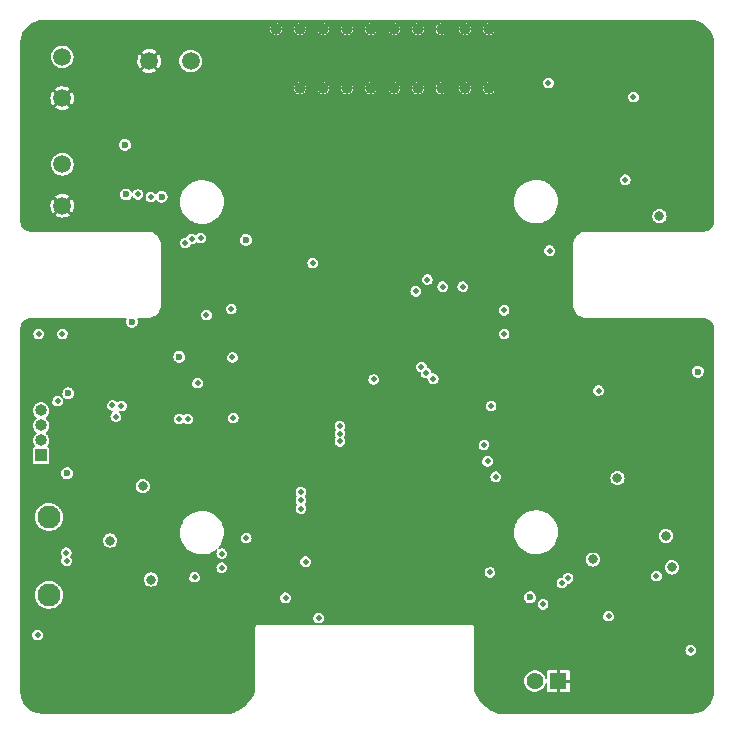
<source format=gbr>
%TF.GenerationSoftware,KiCad,Pcbnew,(6.0.0)*%
%TF.CreationDate,2022-06-10T16:52:28+01:00*%
%TF.ProjectId,flora,666c6f72-612e-46b6-9963-61645f706362,B*%
%TF.SameCoordinates,Original*%
%TF.FileFunction,Copper,L2,Inr*%
%TF.FilePolarity,Positive*%
%FSLAX46Y46*%
G04 Gerber Fmt 4.6, Leading zero omitted, Abs format (unit mm)*
G04 Created by KiCad (PCBNEW (6.0.0)) date 2022-06-10 16:52:28*
%MOMM*%
%LPD*%
G01*
G04 APERTURE LIST*
%TA.AperFunction,ComponentPad*%
%ADD10C,1.950000*%
%TD*%
%TA.AperFunction,ComponentPad*%
%ADD11C,1.500000*%
%TD*%
%TA.AperFunction,ComponentPad*%
%ADD12R,1.425000X1.425000*%
%TD*%
%TA.AperFunction,ComponentPad*%
%ADD13C,1.425000*%
%TD*%
%TA.AperFunction,ComponentPad*%
%ADD14R,1.000000X1.000000*%
%TD*%
%TA.AperFunction,ComponentPad*%
%ADD15O,1.000000X1.000000*%
%TD*%
%TA.AperFunction,ComponentPad*%
%ADD16C,1.000000*%
%TD*%
%TA.AperFunction,ViaPad*%
%ADD17C,0.500000*%
%TD*%
%TA.AperFunction,ViaPad*%
%ADD18C,0.800000*%
%TD*%
%TA.AperFunction,ViaPad*%
%ADD19C,0.600000*%
%TD*%
G04 APERTURE END LIST*
D10*
%TO.N,unconnected-(J4-PadMH1)*%
%TO.C,J4*%
X177025000Y-148550000D03*
%TO.N,unconnected-(J4-PadMH2)*%
X177025000Y-155150000D03*
%TD*%
D11*
%TO.N,GPIO13*%
%TO.C,J3*%
X189000000Y-109950000D03*
%TO.N,GND*%
X185500000Y-109950000D03*
%TD*%
D12*
%TO.N,GND*%
%TO.C,J5*%
X220150000Y-162450000D03*
D13*
%TO.N,+VSW*%
X218150000Y-162450000D03*
%TD*%
D14*
%TO.N,/Microcontroller/DTR*%
%TO.C,J6*%
X176350000Y-143350000D03*
D15*
%TO.N,/Microcontroller/U0TXD*%
X176350000Y-142080000D03*
%TO.N,/Microcontroller/U0RXD*%
X176350000Y-140810000D03*
%TO.N,/Microcontroller/RTS*%
X176350000Y-139540000D03*
%TD*%
D16*
%TO.N,*%
%TO.C,AE1*%
X208250000Y-112250000D03*
X214250000Y-107250000D03*
X208250000Y-107250000D03*
X204250000Y-112250000D03*
X196250000Y-107250000D03*
X204250000Y-107250000D03*
X206250000Y-107250000D03*
X198250000Y-107250000D03*
X200250000Y-107250000D03*
X210250000Y-112250000D03*
X202250000Y-112250000D03*
X206250000Y-112250000D03*
X202250000Y-107250000D03*
X212250000Y-107250000D03*
X210250000Y-107250000D03*
X200250000Y-112250000D03*
X198250000Y-112250000D03*
X212250000Y-112250000D03*
X214250000Y-112250000D03*
%TD*%
D11*
%TO.N,GPIO14*%
%TO.C,J1*%
X178150000Y-118700000D03*
%TO.N,GND*%
X178150000Y-122200000D03*
%TD*%
%TO.N,GPIO12*%
%TO.C,J2*%
X178150000Y-109600000D03*
%TO.N,GND*%
X178150000Y-113100000D03*
%TD*%
D17*
%TO.N,EN*%
X198735523Y-152335523D03*
X183152684Y-139147316D03*
X176050000Y-158550000D03*
X189600000Y-137220000D03*
%TO.N,GPIO0*%
X192620000Y-140180000D03*
X189350000Y-153650000D03*
D18*
%TO.N,VBUS*%
X184950000Y-145950000D03*
X182200000Y-150550000D03*
D17*
%TO.N,GPIO25*%
X214850000Y-145150000D03*
X192450000Y-130950000D03*
%TO.N,GPIO26*%
X190350000Y-131450000D03*
X214150000Y-143850000D03*
%TO.N,GPIO27*%
X192550000Y-135050000D03*
X213850000Y-142450000D03*
%TO.N,GPIO14*%
X199350000Y-127050000D03*
X214450000Y-139150000D03*
X201650000Y-142149006D03*
X188550000Y-125350000D03*
%TO.N,GPIO12*%
X189106944Y-125015834D03*
X201650000Y-141499503D03*
%TO.N,GPIO13*%
X189850000Y-124950000D03*
X201650000Y-140850000D03*
%TO.N,GPIO16*%
X185650000Y-121450000D03*
X188750000Y-140250000D03*
%TO.N,GPIO17*%
X188050000Y-140250000D03*
X184550000Y-121250000D03*
%TO.N,GPIO5*%
X198350000Y-146450000D03*
X208550000Y-135850000D03*
%TO.N,GPIO18*%
X208939702Y-136369602D03*
X198350000Y-147150000D03*
X212050000Y-129050000D03*
X210350000Y-129050000D03*
%TO.N,GPIO21*%
X193724500Y-150350000D03*
X218850000Y-155950000D03*
%TO.N,/Microcontroller/U0RXD*%
X178150000Y-133050000D03*
X191650000Y-151650000D03*
%TO.N,/Microcontroller/U0TXD*%
X191650000Y-152850000D03*
X176150000Y-133050000D03*
%TO.N,GPIO22*%
X199850000Y-157099011D03*
X224400000Y-156950000D03*
%TO.N,Net-(C10-Pad2)*%
X226500000Y-113000000D03*
X225800000Y-120000000D03*
%TO.N,D-*%
X178471551Y-151572048D03*
%TO.N,D+*%
X178500000Y-152250000D03*
D18*
%TO.N,VDD*%
X229750000Y-152824500D03*
X223050000Y-152150000D03*
X229250000Y-150150000D03*
X185650000Y-153850000D03*
X228700000Y-123100000D03*
X225150000Y-145250000D03*
D19*
%TO.N,+3V3*%
X231950000Y-136250000D03*
X183450000Y-117050000D03*
X178650000Y-138089500D03*
X193700000Y-125100000D03*
X188050000Y-134990000D03*
X186550000Y-121450000D03*
X183550000Y-121250000D03*
X184050000Y-132019502D03*
X217750000Y-155350000D03*
X178550000Y-144850000D03*
D17*
%TO.N,Net-(BT1-Pad2)*%
X214350000Y-153250000D03*
%TO.N,Net-(JP5-Pad1)*%
X215550000Y-131050000D03*
X220961323Y-153749500D03*
%TO.N,Net-(D2-Pad1)*%
X231350000Y-159850000D03*
X228450000Y-153550000D03*
%TO.N,Net-(C14-Pad1)*%
X219400000Y-126000000D03*
X219300000Y-111800000D03*
%TO.N,Net-(JP4-Pad1)*%
X220450000Y-154150000D03*
X215550000Y-133050000D03*
%TO.N,Net-(IC7-Pad2)*%
X223550000Y-137850000D03*
%TO.N,/Microcontroller/RTS*%
X182385523Y-139114477D03*
X177750000Y-138750000D03*
%TO.N,/Microcontroller/DTR*%
X182678184Y-140050000D03*
D18*
%TO.N,GND*%
X193000000Y-124200000D03*
D17*
X222300000Y-118300000D03*
D18*
X183450000Y-114650000D03*
X230250000Y-132950000D03*
D17*
X222300000Y-119600000D03*
D18*
X215581672Y-129697778D03*
D17*
X221300000Y-116300000D03*
X232500000Y-116700000D03*
X223300000Y-121600000D03*
X223300000Y-120600000D03*
D18*
X232250000Y-144550000D03*
X187550000Y-162950000D03*
D17*
X223300000Y-122600000D03*
X231400000Y-114700000D03*
D18*
X230050000Y-138062500D03*
D17*
X232500000Y-115700000D03*
X222300000Y-121600000D03*
X222300000Y-117300000D03*
D18*
X180450000Y-133150000D03*
X180800000Y-155050000D03*
D17*
X222300000Y-120600000D03*
X222300000Y-113300000D03*
D18*
X225100000Y-121400000D03*
D17*
X227400000Y-114700000D03*
D18*
X207950000Y-150950000D03*
X192450000Y-155450000D03*
D17*
X232500000Y-113700000D03*
X231400000Y-115700000D03*
X231400000Y-116700000D03*
X222300000Y-114300000D03*
X229400000Y-115700000D03*
X232500000Y-114700000D03*
X222300000Y-115300000D03*
X221300000Y-117300000D03*
X221300000Y-112300000D03*
D18*
X217650000Y-154150000D03*
X208050000Y-149150000D03*
D17*
X223300000Y-119600000D03*
X228400000Y-115700000D03*
X230400000Y-115700000D03*
X221300000Y-113300000D03*
X227400000Y-115700000D03*
X229400000Y-116700000D03*
D18*
X201550000Y-150950000D03*
D17*
X230400000Y-116700000D03*
D18*
X177850000Y-139750000D03*
X231650000Y-156450000D03*
D17*
X229400000Y-114700000D03*
D18*
X217750000Y-158350000D03*
D17*
X222300000Y-123600000D03*
D18*
X217200000Y-133200000D03*
X213450000Y-136950000D03*
D17*
X232500000Y-117700000D03*
D18*
X206698423Y-152550000D03*
X208050000Y-147350000D03*
X204850000Y-146050000D03*
D17*
X230400000Y-114700000D03*
X221300000Y-115300000D03*
X221300000Y-118300000D03*
X222300000Y-112300000D03*
D18*
X188050000Y-135950000D03*
D17*
X227400000Y-116700000D03*
D18*
X201550000Y-149250000D03*
X176950000Y-161450000D03*
D17*
X228400000Y-116700000D03*
X221300000Y-114300000D03*
D18*
X211550000Y-121050000D03*
D17*
X223300000Y-123600000D03*
X222300000Y-122600000D03*
D18*
X229200000Y-109700000D03*
X224950000Y-147050000D03*
D17*
X228400000Y-114700000D03*
D18*
X206550000Y-146050000D03*
D17*
X222300000Y-116300000D03*
D18*
X229250000Y-164150000D03*
D17*
X186550000Y-145950000D03*
%TO.N,GPIO19*%
X209550000Y-136850000D03*
X198350000Y-147850000D03*
%TO.N,GPIO23*%
X197050000Y-155400011D03*
X204514477Y-136914477D03*
X209050000Y-128450000D03*
X208075500Y-129450000D03*
%TD*%
%TA.AperFunction,Conductor*%
%TO.N,GND*%
G36*
X231439666Y-106502522D02*
G01*
X231450000Y-106505291D01*
X231459410Y-106502770D01*
X231468608Y-106502770D01*
X231478056Y-106501839D01*
X231686639Y-106515510D01*
X231696235Y-106516774D01*
X231924061Y-106562091D01*
X231933400Y-106564593D01*
X232153376Y-106639265D01*
X232162307Y-106642964D01*
X232370655Y-106745710D01*
X232379033Y-106750548D01*
X232443829Y-106793843D01*
X232562218Y-106872947D01*
X232572176Y-106879601D01*
X232579853Y-106885492D01*
X232754506Y-107038658D01*
X232761342Y-107045494D01*
X232914506Y-107220144D01*
X232920399Y-107227824D01*
X233049452Y-107420967D01*
X233054290Y-107429345D01*
X233157036Y-107637693D01*
X233160735Y-107646624D01*
X233196431Y-107751780D01*
X233235405Y-107866594D01*
X233237910Y-107875944D01*
X233283226Y-108103765D01*
X233284490Y-108113362D01*
X233298161Y-108321943D01*
X233297230Y-108331392D01*
X233297230Y-108340590D01*
X233294709Y-108350000D01*
X233297231Y-108359411D01*
X233297478Y-108360334D01*
X233300000Y-108379487D01*
X233300000Y-123520513D01*
X233297478Y-123539666D01*
X233294709Y-123550000D01*
X233297231Y-123559412D01*
X233297231Y-123569153D01*
X233296547Y-123569153D01*
X233297258Y-123577837D01*
X233284382Y-123708573D01*
X233281552Y-123722801D01*
X233237413Y-123868307D01*
X233231861Y-123881709D01*
X233160184Y-124015807D01*
X233152125Y-124027869D01*
X233055665Y-124145407D01*
X233045407Y-124155665D01*
X232927869Y-124252125D01*
X232915807Y-124260184D01*
X232781709Y-124331861D01*
X232768307Y-124337413D01*
X232622801Y-124381552D01*
X232608573Y-124384382D01*
X232477837Y-124397258D01*
X232469153Y-124396547D01*
X232469153Y-124397231D01*
X232459412Y-124397231D01*
X232450000Y-124394709D01*
X232440588Y-124397231D01*
X232439666Y-124397478D01*
X232420513Y-124400000D01*
X222579487Y-124400000D01*
X222560334Y-124397478D01*
X222559410Y-124397230D01*
X222559408Y-124397230D01*
X222550000Y-124394709D01*
X222545024Y-124396042D01*
X222349542Y-124413145D01*
X222346432Y-124413978D01*
X222346428Y-124413979D01*
X222201502Y-124452812D01*
X222155174Y-124465225D01*
X221972803Y-124550266D01*
X221970156Y-124552119D01*
X221970155Y-124552120D01*
X221814050Y-124661426D01*
X221807970Y-124665683D01*
X221665683Y-124807970D01*
X221663829Y-124810618D01*
X221663828Y-124810619D01*
X221556922Y-124963297D01*
X221550266Y-124972803D01*
X221465225Y-125155174D01*
X221464391Y-125158287D01*
X221425633Y-125302937D01*
X221413145Y-125349542D01*
X221396042Y-125545024D01*
X221394709Y-125550000D01*
X221397230Y-125559408D01*
X221397230Y-125559410D01*
X221397478Y-125560334D01*
X221400000Y-125579487D01*
X221400000Y-130520513D01*
X221397478Y-130539666D01*
X221394709Y-130550000D01*
X221396042Y-130554976D01*
X221413145Y-130750458D01*
X221413978Y-130753568D01*
X221413979Y-130753572D01*
X221446591Y-130875281D01*
X221465225Y-130944826D01*
X221550266Y-131127197D01*
X221552119Y-131129844D01*
X221552120Y-131129845D01*
X221607135Y-131208414D01*
X221665683Y-131292030D01*
X221807970Y-131434317D01*
X221810618Y-131436171D01*
X221810619Y-131436172D01*
X221902142Y-131500257D01*
X221972803Y-131549734D01*
X222155174Y-131634775D01*
X222158288Y-131635609D01*
X222158287Y-131635609D01*
X222346428Y-131686021D01*
X222346432Y-131686022D01*
X222349542Y-131686855D01*
X222485328Y-131698735D01*
X222533856Y-131702981D01*
X222533857Y-131702981D01*
X222545024Y-131703958D01*
X222550000Y-131705291D01*
X222559408Y-131702770D01*
X222559410Y-131702770D01*
X222560334Y-131702522D01*
X222579487Y-131700000D01*
X232420513Y-131700000D01*
X232439666Y-131702522D01*
X232450000Y-131705291D01*
X232459412Y-131702769D01*
X232469153Y-131702769D01*
X232469153Y-131703453D01*
X232477837Y-131702742D01*
X232608573Y-131715618D01*
X232622801Y-131718448D01*
X232768307Y-131762587D01*
X232781709Y-131768139D01*
X232915807Y-131839816D01*
X232927869Y-131847875D01*
X233045407Y-131944335D01*
X233055665Y-131954593D01*
X233152125Y-132072131D01*
X233160184Y-132084193D01*
X233231861Y-132218291D01*
X233237413Y-132231693D01*
X233281552Y-132377199D01*
X233284382Y-132391427D01*
X233297258Y-132522163D01*
X233296547Y-132530847D01*
X233297231Y-132530847D01*
X233297231Y-132540588D01*
X233294709Y-132550000D01*
X233297231Y-132559412D01*
X233297478Y-132560334D01*
X233300000Y-132579487D01*
X233300000Y-163320513D01*
X233297478Y-163339666D01*
X233294709Y-163350000D01*
X233297230Y-163359410D01*
X233297230Y-163368608D01*
X233298161Y-163378057D01*
X233284490Y-163586638D01*
X233283226Y-163596235D01*
X233237910Y-163824056D01*
X233235407Y-163833400D01*
X233212973Y-163899488D01*
X233160736Y-164053373D01*
X233157036Y-164062307D01*
X233102171Y-164173562D01*
X233054292Y-164270651D01*
X233049452Y-164279033D01*
X232920399Y-164472176D01*
X232914508Y-164479853D01*
X232761342Y-164654506D01*
X232754506Y-164661342D01*
X232621118Y-164778320D01*
X232579856Y-164814506D01*
X232572178Y-164820397D01*
X232539578Y-164842180D01*
X232379033Y-164949452D01*
X232370655Y-164954290D01*
X232162307Y-165057036D01*
X232153376Y-165060735D01*
X231933400Y-165135407D01*
X231924061Y-165137909D01*
X231696235Y-165183226D01*
X231686639Y-165184490D01*
X231478056Y-165198161D01*
X231468608Y-165197230D01*
X231459410Y-165197230D01*
X231450000Y-165194709D01*
X231439742Y-165197458D01*
X231439666Y-165197478D01*
X231420513Y-165200000D01*
X215106858Y-165200000D01*
X215086372Y-165197108D01*
X214863156Y-165132800D01*
X214855324Y-165130059D01*
X214552191Y-165004498D01*
X214544714Y-165000898D01*
X214447198Y-164947003D01*
X214257536Y-164842180D01*
X214250510Y-164837765D01*
X213992227Y-164654502D01*
X213982925Y-164647902D01*
X213976438Y-164642729D01*
X213731779Y-164424088D01*
X213725912Y-164418221D01*
X213507271Y-164173562D01*
X213502097Y-164167074D01*
X213427767Y-164062316D01*
X213312234Y-163899488D01*
X213307819Y-163892463D01*
X213149102Y-163605286D01*
X213145502Y-163597809D01*
X213019941Y-163294676D01*
X213017200Y-163286844D01*
X213002892Y-163237181D01*
X213000000Y-163216695D01*
X213000000Y-162450000D01*
X217231971Y-162450000D01*
X217232376Y-162453853D01*
X217249595Y-162617679D01*
X217252032Y-162640869D01*
X217311339Y-162823396D01*
X217407299Y-162989604D01*
X217535719Y-163132229D01*
X217538851Y-163134505D01*
X217538856Y-163134509D01*
X217680173Y-163237181D01*
X217690985Y-163245036D01*
X217866313Y-163323097D01*
X218054040Y-163363000D01*
X218245960Y-163363000D01*
X218433687Y-163323097D01*
X218609015Y-163245036D01*
X218619827Y-163237181D01*
X218761144Y-163134509D01*
X218761149Y-163134505D01*
X218764281Y-163132229D01*
X218892701Y-162989604D01*
X218988661Y-162823396D01*
X219039123Y-162668091D01*
X219070287Y-162628203D01*
X219119800Y-162617679D01*
X219164494Y-162641444D01*
X219183501Y-162690959D01*
X219183501Y-163183875D01*
X219184212Y-163191089D01*
X219196815Y-163254456D01*
X219202286Y-163267666D01*
X219250327Y-163339564D01*
X219260436Y-163349673D01*
X219332333Y-163397713D01*
X219345545Y-163403185D01*
X219408912Y-163415790D01*
X219416123Y-163416500D01*
X220009952Y-163416500D01*
X220019948Y-163412862D01*
X220023000Y-163407575D01*
X220023000Y-163403451D01*
X220277000Y-163403451D01*
X220280638Y-163413447D01*
X220285925Y-163416499D01*
X220883875Y-163416499D01*
X220891089Y-163415788D01*
X220954456Y-163403185D01*
X220967666Y-163397714D01*
X221039564Y-163349673D01*
X221049673Y-163339564D01*
X221097713Y-163267667D01*
X221103185Y-163254455D01*
X221115790Y-163191088D01*
X221116500Y-163183877D01*
X221116500Y-162590048D01*
X221112862Y-162580052D01*
X221107575Y-162577000D01*
X220290048Y-162577000D01*
X220280052Y-162580638D01*
X220277000Y-162585925D01*
X220277000Y-163403451D01*
X220023000Y-163403451D01*
X220023000Y-162309952D01*
X220277000Y-162309952D01*
X220280638Y-162319948D01*
X220285925Y-162323000D01*
X221103451Y-162323000D01*
X221113447Y-162319362D01*
X221116499Y-162314075D01*
X221116499Y-161716125D01*
X221115788Y-161708911D01*
X221103185Y-161645544D01*
X221097714Y-161632334D01*
X221049673Y-161560436D01*
X221039564Y-161550327D01*
X220967667Y-161502287D01*
X220954455Y-161496815D01*
X220891088Y-161484210D01*
X220883877Y-161483500D01*
X220290048Y-161483500D01*
X220280052Y-161487138D01*
X220277000Y-161492425D01*
X220277000Y-162309952D01*
X220023000Y-162309952D01*
X220023000Y-161496549D01*
X220019362Y-161486553D01*
X220014075Y-161483501D01*
X219416125Y-161483501D01*
X219408911Y-161484212D01*
X219345544Y-161496815D01*
X219332334Y-161502286D01*
X219260436Y-161550327D01*
X219250327Y-161560436D01*
X219202287Y-161632333D01*
X219196815Y-161645545D01*
X219184210Y-161708912D01*
X219183500Y-161716123D01*
X219183500Y-162209040D01*
X219166187Y-162256606D01*
X219122350Y-162281916D01*
X219072500Y-162273126D01*
X219039122Y-162231907D01*
X218989860Y-162080294D01*
X218988661Y-162076604D01*
X218892701Y-161910396D01*
X218764281Y-161767771D01*
X218761149Y-161765495D01*
X218761144Y-161765491D01*
X218612159Y-161657248D01*
X218612157Y-161657247D01*
X218609015Y-161654964D01*
X218433687Y-161576903D01*
X218245960Y-161537000D01*
X218054040Y-161537000D01*
X217919199Y-161565662D01*
X217870109Y-161576096D01*
X217870108Y-161576096D01*
X217866313Y-161576903D01*
X217862768Y-161578481D01*
X217862766Y-161578482D01*
X217712144Y-161645544D01*
X217690986Y-161654964D01*
X217535719Y-161767771D01*
X217407299Y-161910396D01*
X217311339Y-162076604D01*
X217252032Y-162259131D01*
X217251627Y-162262980D01*
X217251627Y-162262982D01*
X217245640Y-162319948D01*
X217231971Y-162450000D01*
X213000000Y-162450000D01*
X213000000Y-159844440D01*
X230894901Y-159844440D01*
X230895584Y-159849663D01*
X230895584Y-159849666D01*
X230896708Y-159858257D01*
X230911633Y-159972394D01*
X230963605Y-160090510D01*
X231046639Y-160189291D01*
X231154060Y-160260796D01*
X231159092Y-160262368D01*
X231159094Y-160262369D01*
X231194714Y-160273497D01*
X231277233Y-160299278D01*
X231282501Y-160299375D01*
X231282504Y-160299375D01*
X231336552Y-160300365D01*
X231406255Y-160301643D01*
X231411338Y-160300257D01*
X231411340Y-160300257D01*
X231525671Y-160269086D01*
X231530755Y-160267700D01*
X231640724Y-160200179D01*
X231727322Y-160104507D01*
X231783588Y-159988375D01*
X231804997Y-159861120D01*
X231805133Y-159850000D01*
X231786839Y-159722259D01*
X231733428Y-159604788D01*
X231726003Y-159596170D01*
X231652633Y-159511020D01*
X231652632Y-159511019D01*
X231649193Y-159507028D01*
X231644774Y-159504164D01*
X231644772Y-159504162D01*
X231545329Y-159439708D01*
X231545330Y-159439708D01*
X231540906Y-159436841D01*
X231535857Y-159435331D01*
X231535855Y-159435330D01*
X231422326Y-159401377D01*
X231422325Y-159401377D01*
X231417273Y-159399866D01*
X231351771Y-159399466D01*
X231293501Y-159399110D01*
X231293500Y-159399110D01*
X231288231Y-159399078D01*
X231164155Y-159434539D01*
X231055019Y-159503399D01*
X231051531Y-159507348D01*
X231051529Y-159507350D01*
X231048288Y-159511020D01*
X230969596Y-159600122D01*
X230967357Y-159604891D01*
X230967355Y-159604894D01*
X230923892Y-159697469D01*
X230914754Y-159716932D01*
X230894901Y-159844440D01*
X213000000Y-159844440D01*
X213000000Y-157879487D01*
X213002522Y-157860334D01*
X213002769Y-157859412D01*
X213002769Y-157859411D01*
X213005291Y-157850000D01*
X212984486Y-157772355D01*
X212984485Y-157772354D01*
X212927646Y-157715514D01*
X212888823Y-157705112D01*
X212859410Y-157697230D01*
X212859409Y-157697230D01*
X212850000Y-157694709D01*
X212839742Y-157697458D01*
X212839666Y-157697478D01*
X212820513Y-157700000D01*
X194679487Y-157700000D01*
X194660334Y-157697478D01*
X194659412Y-157697231D01*
X194650000Y-157694709D01*
X194630254Y-157700000D01*
X194572355Y-157715514D01*
X194515514Y-157772354D01*
X194494709Y-157850000D01*
X194497231Y-157859411D01*
X194497478Y-157860334D01*
X194500000Y-157879487D01*
X194500000Y-163216695D01*
X194497108Y-163237181D01*
X194482800Y-163286844D01*
X194480059Y-163294676D01*
X194354498Y-163597809D01*
X194350898Y-163605286D01*
X194192181Y-163892463D01*
X194187766Y-163899488D01*
X194072233Y-164062316D01*
X193997903Y-164167074D01*
X193992729Y-164173562D01*
X193774088Y-164418221D01*
X193768221Y-164424088D01*
X193523562Y-164642729D01*
X193517075Y-164647902D01*
X193507774Y-164654502D01*
X193249490Y-164837765D01*
X193242464Y-164842180D01*
X193052802Y-164947003D01*
X192955286Y-165000898D01*
X192947809Y-165004498D01*
X192644676Y-165130059D01*
X192636844Y-165132800D01*
X192413628Y-165197108D01*
X192393142Y-165200000D01*
X176479487Y-165200000D01*
X176460334Y-165197478D01*
X176460258Y-165197458D01*
X176450000Y-165194709D01*
X176440590Y-165197230D01*
X176431392Y-165197230D01*
X176421944Y-165198161D01*
X176213361Y-165184490D01*
X176203765Y-165183226D01*
X175975939Y-165137909D01*
X175966600Y-165135407D01*
X175746624Y-165060735D01*
X175737693Y-165057036D01*
X175529345Y-164954290D01*
X175520967Y-164949452D01*
X175360422Y-164842180D01*
X175327822Y-164820397D01*
X175320144Y-164814506D01*
X175278882Y-164778320D01*
X175145494Y-164661342D01*
X175138658Y-164654506D01*
X174985492Y-164479853D01*
X174979601Y-164472176D01*
X174850548Y-164279033D01*
X174845708Y-164270651D01*
X174797829Y-164173562D01*
X174742964Y-164062307D01*
X174739264Y-164053373D01*
X174687027Y-163899488D01*
X174664593Y-163833400D01*
X174662090Y-163824056D01*
X174616774Y-163596235D01*
X174615510Y-163586638D01*
X174601839Y-163378057D01*
X174602770Y-163368608D01*
X174602770Y-163359410D01*
X174605291Y-163350000D01*
X174602522Y-163339666D01*
X174600000Y-163320513D01*
X174600000Y-158544440D01*
X175594901Y-158544440D01*
X175595584Y-158549663D01*
X175595584Y-158549666D01*
X175596708Y-158558257D01*
X175611633Y-158672394D01*
X175663605Y-158790510D01*
X175746639Y-158889291D01*
X175854060Y-158960796D01*
X175859092Y-158962368D01*
X175859094Y-158962369D01*
X175894714Y-158973497D01*
X175977233Y-158999278D01*
X175982501Y-158999375D01*
X175982504Y-158999375D01*
X176036552Y-159000365D01*
X176106255Y-159001643D01*
X176111338Y-159000257D01*
X176111340Y-159000257D01*
X176225671Y-158969086D01*
X176230755Y-158967700D01*
X176340724Y-158900179D01*
X176427322Y-158804507D01*
X176483588Y-158688375D01*
X176504997Y-158561120D01*
X176505133Y-158550000D01*
X176486839Y-158422259D01*
X176482247Y-158412159D01*
X176435610Y-158309586D01*
X176435608Y-158309583D01*
X176433428Y-158304788D01*
X176426003Y-158296170D01*
X176352633Y-158211020D01*
X176352632Y-158211019D01*
X176349193Y-158207028D01*
X176344774Y-158204164D01*
X176344772Y-158204162D01*
X176255489Y-158146293D01*
X176240906Y-158136841D01*
X176235857Y-158135331D01*
X176235855Y-158135330D01*
X176122326Y-158101377D01*
X176122325Y-158101377D01*
X176117273Y-158099866D01*
X176051771Y-158099466D01*
X175993501Y-158099110D01*
X175993500Y-158099110D01*
X175988231Y-158099078D01*
X175864155Y-158134539D01*
X175755019Y-158203399D01*
X175751531Y-158207348D01*
X175751529Y-158207350D01*
X175748288Y-158211020D01*
X175669596Y-158300122D01*
X175667357Y-158304891D01*
X175667355Y-158304894D01*
X175623892Y-158397469D01*
X175614754Y-158416932D01*
X175594901Y-158544440D01*
X174600000Y-158544440D01*
X174600000Y-157093451D01*
X199394901Y-157093451D01*
X199395584Y-157098674D01*
X199395584Y-157098677D01*
X199408803Y-157199763D01*
X199411633Y-157221405D01*
X199463605Y-157339521D01*
X199546639Y-157438302D01*
X199654060Y-157509807D01*
X199659092Y-157511379D01*
X199659094Y-157511380D01*
X199694714Y-157522508D01*
X199777233Y-157548289D01*
X199782501Y-157548386D01*
X199782504Y-157548386D01*
X199836552Y-157549376D01*
X199906255Y-157550654D01*
X199911338Y-157549268D01*
X199911340Y-157549268D01*
X200025671Y-157518097D01*
X200030755Y-157516711D01*
X200140724Y-157449190D01*
X200227322Y-157353518D01*
X200283588Y-157237386D01*
X200304997Y-157110131D01*
X200305133Y-157099011D01*
X200286839Y-156971270D01*
X200282224Y-156961120D01*
X200274640Y-156944440D01*
X223944901Y-156944440D01*
X223945584Y-156949663D01*
X223945584Y-156949666D01*
X223947713Y-156965943D01*
X223961633Y-157072394D01*
X224013605Y-157190510D01*
X224096639Y-157289291D01*
X224204060Y-157360796D01*
X224209092Y-157362368D01*
X224209094Y-157362369D01*
X224244714Y-157373497D01*
X224327233Y-157399278D01*
X224332501Y-157399375D01*
X224332504Y-157399375D01*
X224386552Y-157400365D01*
X224456255Y-157401643D01*
X224461338Y-157400257D01*
X224461340Y-157400257D01*
X224575671Y-157369086D01*
X224580755Y-157367700D01*
X224690724Y-157300179D01*
X224777322Y-157204507D01*
X224833588Y-157088375D01*
X224854997Y-156961120D01*
X224855133Y-156950000D01*
X224836839Y-156822259D01*
X224806877Y-156756361D01*
X224785610Y-156709586D01*
X224785608Y-156709583D01*
X224783428Y-156704788D01*
X224776003Y-156696170D01*
X224702633Y-156611020D01*
X224702632Y-156611019D01*
X224699193Y-156607028D01*
X224694774Y-156604164D01*
X224694772Y-156604162D01*
X224595329Y-156539708D01*
X224595330Y-156539708D01*
X224590906Y-156536841D01*
X224585857Y-156535331D01*
X224585855Y-156535330D01*
X224472326Y-156501377D01*
X224472325Y-156501377D01*
X224467273Y-156499866D01*
X224401771Y-156499466D01*
X224343501Y-156499110D01*
X224343500Y-156499110D01*
X224338231Y-156499078D01*
X224214155Y-156534539D01*
X224105019Y-156603399D01*
X224101531Y-156607348D01*
X224101529Y-156607350D01*
X224098288Y-156611020D01*
X224019596Y-156700122D01*
X224017357Y-156704891D01*
X224017355Y-156704894D01*
X223993343Y-156756039D01*
X223964754Y-156816932D01*
X223944901Y-156944440D01*
X200274640Y-156944440D01*
X200235610Y-156858597D01*
X200235608Y-156858594D01*
X200233428Y-156853799D01*
X200226003Y-156845181D01*
X200152633Y-156760031D01*
X200152632Y-156760030D01*
X200149193Y-156756039D01*
X200144774Y-156753175D01*
X200144772Y-156753173D01*
X200045329Y-156688719D01*
X200045330Y-156688719D01*
X200040906Y-156685852D01*
X200035857Y-156684342D01*
X200035855Y-156684341D01*
X199922326Y-156650388D01*
X199922325Y-156650388D01*
X199917273Y-156648877D01*
X199851771Y-156648477D01*
X199793501Y-156648121D01*
X199793500Y-156648121D01*
X199788231Y-156648089D01*
X199664155Y-156683550D01*
X199555019Y-156752410D01*
X199551531Y-156756359D01*
X199551529Y-156756361D01*
X199548288Y-156760031D01*
X199469596Y-156849133D01*
X199467357Y-156853902D01*
X199467355Y-156853905D01*
X199427294Y-156939234D01*
X199414754Y-156965943D01*
X199394901Y-157093451D01*
X174600000Y-157093451D01*
X174600000Y-155119097D01*
X175844869Y-155119097D01*
X175858998Y-155334677D01*
X175912178Y-155544071D01*
X175913594Y-155547143D01*
X175913596Y-155547148D01*
X175956642Y-155640521D01*
X176002626Y-155740268D01*
X176004578Y-155743030D01*
X176060489Y-155822142D01*
X176127313Y-155916697D01*
X176282065Y-156067449D01*
X176284884Y-156069333D01*
X176284887Y-156069335D01*
X176313383Y-156088375D01*
X176461697Y-156187475D01*
X176464811Y-156188813D01*
X176464813Y-156188814D01*
X176553270Y-156226818D01*
X176660194Y-156272756D01*
X176870909Y-156320436D01*
X176973357Y-156324461D01*
X177083389Y-156328785D01*
X177083393Y-156328785D01*
X177086784Y-156328918D01*
X177265975Y-156302937D01*
X177297233Y-156298405D01*
X177297234Y-156298405D01*
X177300591Y-156297918D01*
X177505167Y-156228473D01*
X177508119Y-156226820D01*
X177508123Y-156226818D01*
X177690703Y-156124569D01*
X177690706Y-156124567D01*
X177693663Y-156122911D01*
X177696268Y-156120744D01*
X177696273Y-156120741D01*
X177857157Y-155986934D01*
X177859765Y-155984765D01*
X177893303Y-155944440D01*
X218394901Y-155944440D01*
X218395584Y-155949663D01*
X218395584Y-155949666D01*
X218400458Y-155986934D01*
X218411633Y-156072394D01*
X218463605Y-156190510D01*
X218546639Y-156289291D01*
X218654060Y-156360796D01*
X218659092Y-156362368D01*
X218659094Y-156362369D01*
X218694714Y-156373497D01*
X218777233Y-156399278D01*
X218782501Y-156399375D01*
X218782504Y-156399375D01*
X218836552Y-156400365D01*
X218906255Y-156401643D01*
X218911338Y-156400257D01*
X218911340Y-156400257D01*
X219025671Y-156369086D01*
X219030755Y-156367700D01*
X219140724Y-156300179D01*
X219227322Y-156204507D01*
X219283588Y-156088375D01*
X219304997Y-155961120D01*
X219305133Y-155950000D01*
X219299967Y-155913928D01*
X219287586Y-155827472D01*
X219287585Y-155827469D01*
X219286839Y-155822259D01*
X219254071Y-155750190D01*
X219235610Y-155709586D01*
X219235608Y-155709583D01*
X219233428Y-155704788D01*
X219226003Y-155696170D01*
X219152633Y-155611020D01*
X219152632Y-155611019D01*
X219149193Y-155607028D01*
X219144774Y-155604164D01*
X219144772Y-155604162D01*
X219056808Y-155547148D01*
X219040906Y-155536841D01*
X219035857Y-155535331D01*
X219035855Y-155535330D01*
X218922326Y-155501377D01*
X218922325Y-155501377D01*
X218917273Y-155499866D01*
X218851771Y-155499466D01*
X218793501Y-155499110D01*
X218793500Y-155499110D01*
X218788231Y-155499078D01*
X218664155Y-155534539D01*
X218555019Y-155603399D01*
X218551531Y-155607348D01*
X218551529Y-155607350D01*
X218526497Y-155635694D01*
X218469596Y-155700122D01*
X218467357Y-155704891D01*
X218467355Y-155704894D01*
X218447925Y-155746280D01*
X218414754Y-155816932D01*
X218394901Y-155944440D01*
X177893303Y-155944440D01*
X177918680Y-155913928D01*
X177995741Y-155821273D01*
X177995744Y-155821268D01*
X177997911Y-155818663D01*
X177999569Y-155815703D01*
X178101818Y-155633123D01*
X178101820Y-155633119D01*
X178103473Y-155630167D01*
X178172918Y-155425591D01*
X178177433Y-155394451D01*
X196594901Y-155394451D01*
X196595584Y-155399674D01*
X196595584Y-155399677D01*
X196608686Y-155499866D01*
X196611633Y-155522405D01*
X196663605Y-155640521D01*
X196746639Y-155739302D01*
X196854060Y-155810807D01*
X196859092Y-155812379D01*
X196859094Y-155812380D01*
X196894714Y-155823508D01*
X196977233Y-155849289D01*
X196982501Y-155849386D01*
X196982504Y-155849386D01*
X197036552Y-155850376D01*
X197106255Y-155851654D01*
X197111338Y-155850268D01*
X197111340Y-155850268D01*
X197225671Y-155819097D01*
X197230755Y-155817711D01*
X197340724Y-155750190D01*
X197427322Y-155654518D01*
X197483588Y-155538386D01*
X197504997Y-155411131D01*
X197505133Y-155400011D01*
X197497086Y-155343823D01*
X217244391Y-155343823D01*
X217245074Y-155349046D01*
X217245074Y-155349049D01*
X217251011Y-155394451D01*
X217262980Y-155485979D01*
X217320720Y-155617203D01*
X217324112Y-155621238D01*
X217409580Y-155722916D01*
X217409583Y-155722919D01*
X217412970Y-155726948D01*
X217442012Y-155746280D01*
X217527924Y-155803469D01*
X217527927Y-155803470D01*
X217532313Y-155806390D01*
X217669157Y-155849142D01*
X217674425Y-155849239D01*
X217674428Y-155849239D01*
X217734733Y-155850344D01*
X217812499Y-155851770D01*
X217817582Y-155850384D01*
X217817584Y-155850384D01*
X217945727Y-155815448D01*
X217945729Y-155815447D01*
X217950817Y-155814060D01*
X218072991Y-155739045D01*
X218169200Y-155632754D01*
X218231710Y-155503733D01*
X218255496Y-155362354D01*
X218255647Y-155350000D01*
X218243829Y-155267475D01*
X218236070Y-155213297D01*
X218236070Y-155213296D01*
X218235323Y-155208082D01*
X218207179Y-155146181D01*
X218178166Y-155082371D01*
X218175984Y-155077572D01*
X218082400Y-154968963D01*
X218077981Y-154966099D01*
X218077979Y-154966097D01*
X218024756Y-154931600D01*
X217962095Y-154890985D01*
X217858168Y-154859904D01*
X217829792Y-154851418D01*
X217829791Y-154851418D01*
X217824739Y-154849907D01*
X217751103Y-154849457D01*
X217686646Y-154849063D01*
X217686645Y-154849063D01*
X217681376Y-154849031D01*
X217543529Y-154888428D01*
X217422280Y-154964930D01*
X217368966Y-155025297D01*
X217340933Y-155057039D01*
X217327377Y-155072388D01*
X217266447Y-155202163D01*
X217244391Y-155343823D01*
X197497086Y-155343823D01*
X197496248Y-155337969D01*
X197487586Y-155277483D01*
X197487585Y-155277480D01*
X197486839Y-155272270D01*
X197458347Y-155209605D01*
X197435610Y-155159597D01*
X197435608Y-155159594D01*
X197433428Y-155154799D01*
X197427435Y-155147843D01*
X197352633Y-155061031D01*
X197352632Y-155061030D01*
X197349193Y-155057039D01*
X197344774Y-155054175D01*
X197344772Y-155054173D01*
X197245329Y-154989719D01*
X197245330Y-154989719D01*
X197240906Y-154986852D01*
X197235857Y-154985342D01*
X197235855Y-154985341D01*
X197122326Y-154951388D01*
X197122325Y-154951388D01*
X197117273Y-154949877D01*
X197051771Y-154949477D01*
X196993501Y-154949121D01*
X196993500Y-154949121D01*
X196988231Y-154949089D01*
X196864155Y-154984550D01*
X196755019Y-155053410D01*
X196751531Y-155057359D01*
X196751529Y-155057361D01*
X196738258Y-155072388D01*
X196669596Y-155150133D01*
X196667357Y-155154902D01*
X196667355Y-155154905D01*
X196639636Y-155213946D01*
X196614754Y-155266943D01*
X196594901Y-155394451D01*
X178177433Y-155394451D01*
X178178188Y-155389245D01*
X178203605Y-155213946D01*
X178203606Y-155213938D01*
X178203918Y-155211784D01*
X178205536Y-155150000D01*
X178202697Y-155119097D01*
X178188901Y-154968963D01*
X178185768Y-154934864D01*
X178184849Y-154931606D01*
X178184848Y-154931600D01*
X178128046Y-154730199D01*
X178128045Y-154730197D01*
X178127125Y-154726934D01*
X178031572Y-154533172D01*
X178014300Y-154510041D01*
X177904341Y-154362788D01*
X177904340Y-154362787D01*
X177902309Y-154360067D01*
X177812685Y-154277219D01*
X177746161Y-154215725D01*
X177746159Y-154215724D01*
X177743665Y-154213418D01*
X177711604Y-154193189D01*
X177563821Y-154099945D01*
X177563819Y-154099944D01*
X177560952Y-154098135D01*
X177557805Y-154096879D01*
X177557802Y-154096878D01*
X177363444Y-154019337D01*
X177363441Y-154019336D01*
X177360290Y-154018079D01*
X177356963Y-154017417D01*
X177356959Y-154017416D01*
X177151724Y-153976592D01*
X177151722Y-153976592D01*
X177148400Y-153975931D01*
X177053264Y-153974686D01*
X176935769Y-153973147D01*
X176935764Y-153973147D01*
X176932376Y-153973103D01*
X176929030Y-153973678D01*
X176929029Y-153973678D01*
X176916174Y-153975887D01*
X176719455Y-154009690D01*
X176647288Y-154036314D01*
X176519947Y-154083292D01*
X176519943Y-154083294D01*
X176516766Y-154084466D01*
X176331098Y-154194926D01*
X176328546Y-154197164D01*
X176324009Y-154201143D01*
X176168669Y-154337373D01*
X176075901Y-154455049D01*
X176046605Y-154492211D01*
X176034919Y-154507034D01*
X175934327Y-154698228D01*
X175870262Y-154904553D01*
X175844869Y-155119097D01*
X174600000Y-155119097D01*
X174600000Y-153850000D01*
X185044318Y-153850000D01*
X185044951Y-153854808D01*
X185064100Y-154000257D01*
X185064956Y-154006762D01*
X185125464Y-154152841D01*
X185128414Y-154156685D01*
X185128416Y-154156689D01*
X185162527Y-154201143D01*
X185221718Y-154278282D01*
X185225569Y-154281237D01*
X185343311Y-154371584D01*
X185343315Y-154371586D01*
X185347159Y-154374536D01*
X185493238Y-154435044D01*
X185498040Y-154435676D01*
X185498043Y-154435677D01*
X185645192Y-154455049D01*
X185650000Y-154455682D01*
X185654808Y-154455049D01*
X185801957Y-154435677D01*
X185801960Y-154435676D01*
X185806762Y-154435044D01*
X185952841Y-154374536D01*
X185956685Y-154371586D01*
X185956689Y-154371584D01*
X186074431Y-154281237D01*
X186078282Y-154278282D01*
X186137473Y-154201143D01*
X186171584Y-154156689D01*
X186171586Y-154156685D01*
X186174536Y-154152841D01*
X186178016Y-154144440D01*
X219994901Y-154144440D01*
X219995584Y-154149663D01*
X219995584Y-154149666D01*
X220004495Y-154217807D01*
X220011633Y-154272394D01*
X220013756Y-154277219D01*
X220057393Y-154376391D01*
X220063605Y-154390510D01*
X220146639Y-154489291D01*
X220254060Y-154560796D01*
X220259092Y-154562368D01*
X220259094Y-154562369D01*
X220294714Y-154573497D01*
X220377233Y-154599278D01*
X220382501Y-154599375D01*
X220382504Y-154599375D01*
X220436552Y-154600365D01*
X220506255Y-154601643D01*
X220511338Y-154600257D01*
X220511340Y-154600257D01*
X220625671Y-154569086D01*
X220630755Y-154567700D01*
X220740724Y-154500179D01*
X220827322Y-154404507D01*
X220883588Y-154288375D01*
X220884462Y-154283179D01*
X220884465Y-154283170D01*
X220888053Y-154261842D01*
X220913017Y-154217807D01*
X220962383Y-154200131D01*
X221017578Y-154201143D01*
X221022661Y-154199757D01*
X221022663Y-154199757D01*
X221136994Y-154168586D01*
X221142078Y-154167200D01*
X221252047Y-154099679D01*
X221338645Y-154004007D01*
X221394911Y-153887875D01*
X221411651Y-153788375D01*
X221415845Y-153763444D01*
X221415845Y-153763443D01*
X221416320Y-153760620D01*
X221416456Y-153749500D01*
X221409602Y-153701643D01*
X221398909Y-153626972D01*
X221398908Y-153626969D01*
X221398162Y-153621759D01*
X221388350Y-153600179D01*
X221363007Y-153544440D01*
X227994901Y-153544440D01*
X227995584Y-153549663D01*
X227995584Y-153549666D01*
X228010659Y-153664943D01*
X228011633Y-153672394D01*
X228013756Y-153677219D01*
X228020805Y-153693238D01*
X228063605Y-153790510D01*
X228146639Y-153889291D01*
X228254060Y-153960796D01*
X228259092Y-153962368D01*
X228259094Y-153962369D01*
X228293452Y-153973103D01*
X228377233Y-153999278D01*
X228382501Y-153999375D01*
X228382504Y-153999375D01*
X228436552Y-154000365D01*
X228506255Y-154001643D01*
X228511338Y-154000257D01*
X228511340Y-154000257D01*
X228625671Y-153969086D01*
X228630755Y-153967700D01*
X228740724Y-153900179D01*
X228827322Y-153804507D01*
X228883588Y-153688375D01*
X228904997Y-153561120D01*
X228905133Y-153550000D01*
X228901160Y-153522259D01*
X228887586Y-153427472D01*
X228887585Y-153427469D01*
X228886839Y-153422259D01*
X228881058Y-153409544D01*
X228835610Y-153309586D01*
X228835608Y-153309583D01*
X228833428Y-153304788D01*
X228829809Y-153300587D01*
X228752633Y-153211020D01*
X228752632Y-153211019D01*
X228749193Y-153207028D01*
X228744774Y-153204164D01*
X228744772Y-153204162D01*
X228645329Y-153139708D01*
X228645330Y-153139708D01*
X228640906Y-153136841D01*
X228635857Y-153135331D01*
X228635855Y-153135330D01*
X228522326Y-153101377D01*
X228522325Y-153101377D01*
X228517273Y-153099866D01*
X228451771Y-153099466D01*
X228393501Y-153099110D01*
X228393500Y-153099110D01*
X228388231Y-153099078D01*
X228264155Y-153134539D01*
X228155019Y-153203399D01*
X228151531Y-153207348D01*
X228151529Y-153207350D01*
X228118773Y-153244440D01*
X228069596Y-153300122D01*
X228067357Y-153304891D01*
X228067355Y-153304894D01*
X228035664Y-153372394D01*
X228014754Y-153416932D01*
X227994901Y-153544440D01*
X221363007Y-153544440D01*
X221346933Y-153509086D01*
X221346931Y-153509083D01*
X221344751Y-153504288D01*
X221337326Y-153495670D01*
X221263956Y-153410520D01*
X221263955Y-153410519D01*
X221260516Y-153406528D01*
X221256097Y-153403664D01*
X221256095Y-153403662D01*
X221156652Y-153339208D01*
X221156653Y-153339208D01*
X221152229Y-153336341D01*
X221147180Y-153334831D01*
X221147178Y-153334830D01*
X221033649Y-153300877D01*
X221033648Y-153300877D01*
X221028596Y-153299366D01*
X220963094Y-153298966D01*
X220904824Y-153298610D01*
X220904823Y-153298610D01*
X220899554Y-153298578D01*
X220775478Y-153334039D01*
X220666342Y-153402899D01*
X220662854Y-153406848D01*
X220662852Y-153406850D01*
X220644640Y-153427472D01*
X220580919Y-153499622D01*
X220578680Y-153504391D01*
X220578678Y-153504394D01*
X220555923Y-153552862D01*
X220526077Y-153616432D01*
X220525266Y-153621639D01*
X220525265Y-153621643D01*
X220522900Y-153636836D01*
X220498476Y-153681173D01*
X220449329Y-153699451D01*
X220424922Y-153699302D01*
X220393501Y-153699110D01*
X220393500Y-153699110D01*
X220388231Y-153699078D01*
X220264155Y-153734539D01*
X220155019Y-153803399D01*
X220151531Y-153807348D01*
X220151529Y-153807350D01*
X220118109Y-153845192D01*
X220069596Y-153900122D01*
X220067357Y-153904891D01*
X220067355Y-153904894D01*
X220029626Y-153985256D01*
X220014754Y-154016932D01*
X219994901Y-154144440D01*
X186178016Y-154144440D01*
X186235044Y-154006762D01*
X186235901Y-154000257D01*
X186255049Y-153854808D01*
X186255682Y-153850000D01*
X186242079Y-153746672D01*
X186235677Y-153698043D01*
X186235676Y-153698040D01*
X186235044Y-153693238D01*
X186214831Y-153644440D01*
X188894901Y-153644440D01*
X188895584Y-153649663D01*
X188895584Y-153649666D01*
X188910463Y-153763444D01*
X188911633Y-153772394D01*
X188963605Y-153890510D01*
X189046639Y-153989291D01*
X189154060Y-154060796D01*
X189159092Y-154062368D01*
X189159094Y-154062369D01*
X189194714Y-154073497D01*
X189277233Y-154099278D01*
X189282501Y-154099375D01*
X189282504Y-154099375D01*
X189336552Y-154100365D01*
X189406255Y-154101643D01*
X189411338Y-154100257D01*
X189411340Y-154100257D01*
X189525671Y-154069086D01*
X189530755Y-154067700D01*
X189640724Y-154000179D01*
X189727322Y-153904507D01*
X189783588Y-153788375D01*
X189804997Y-153661120D01*
X189805133Y-153650000D01*
X189792809Y-153563944D01*
X189787586Y-153527472D01*
X189787585Y-153527469D01*
X189786839Y-153522259D01*
X189744974Y-153430182D01*
X189735610Y-153409586D01*
X189735608Y-153409583D01*
X189733428Y-153404788D01*
X189729378Y-153400087D01*
X189652633Y-153311020D01*
X189652632Y-153311019D01*
X189649193Y-153307028D01*
X189644774Y-153304164D01*
X189644772Y-153304162D01*
X189545329Y-153239708D01*
X189545330Y-153239708D01*
X189540906Y-153236841D01*
X189535857Y-153235331D01*
X189535855Y-153235330D01*
X189422326Y-153201377D01*
X189422325Y-153201377D01*
X189417273Y-153199866D01*
X189351771Y-153199466D01*
X189293501Y-153199110D01*
X189293500Y-153199110D01*
X189288231Y-153199078D01*
X189164155Y-153234539D01*
X189055019Y-153303399D01*
X189051531Y-153307348D01*
X189051529Y-153307350D01*
X189017321Y-153346084D01*
X188969596Y-153400122D01*
X188967357Y-153404891D01*
X188967355Y-153404894D01*
X188956755Y-153427472D01*
X188914754Y-153516932D01*
X188894901Y-153644440D01*
X186214831Y-153644440D01*
X186174536Y-153547159D01*
X186171586Y-153543315D01*
X186171584Y-153543311D01*
X186081237Y-153425569D01*
X186078282Y-153421718D01*
X186072045Y-153416932D01*
X185956689Y-153328416D01*
X185956685Y-153328414D01*
X185952841Y-153325464D01*
X185806762Y-153264956D01*
X185801960Y-153264324D01*
X185801957Y-153264323D01*
X185654808Y-153244951D01*
X185650000Y-153244318D01*
X185645192Y-153244951D01*
X185498043Y-153264323D01*
X185498040Y-153264324D01*
X185493238Y-153264956D01*
X185347159Y-153325464D01*
X185343315Y-153328414D01*
X185343311Y-153328416D01*
X185227955Y-153416932D01*
X185221718Y-153421718D01*
X185218763Y-153425569D01*
X185128416Y-153543311D01*
X185128414Y-153543315D01*
X185125464Y-153547159D01*
X185064956Y-153693238D01*
X185064324Y-153698040D01*
X185064323Y-153698043D01*
X185057921Y-153746672D01*
X185044318Y-153850000D01*
X174600000Y-153850000D01*
X174600000Y-152844440D01*
X191194901Y-152844440D01*
X191195584Y-152849663D01*
X191195584Y-152849666D01*
X191202711Y-152904162D01*
X191211633Y-152972394D01*
X191213756Y-152977219D01*
X191223834Y-153000122D01*
X191263605Y-153090510D01*
X191346639Y-153189291D01*
X191454060Y-153260796D01*
X191459092Y-153262368D01*
X191459094Y-153262369D01*
X191494714Y-153273497D01*
X191577233Y-153299278D01*
X191582501Y-153299375D01*
X191582504Y-153299375D01*
X191636552Y-153300365D01*
X191706255Y-153301643D01*
X191711338Y-153300257D01*
X191711340Y-153300257D01*
X191825671Y-153269086D01*
X191830755Y-153267700D01*
X191868638Y-153244440D01*
X213894901Y-153244440D01*
X213895584Y-153249663D01*
X213895584Y-153249666D01*
X213908579Y-153349036D01*
X213911633Y-153372394D01*
X213913756Y-153377219D01*
X213933523Y-153422142D01*
X213963605Y-153490510D01*
X214046639Y-153589291D01*
X214154060Y-153660796D01*
X214159092Y-153662368D01*
X214159094Y-153662369D01*
X214191183Y-153672394D01*
X214277233Y-153699278D01*
X214282501Y-153699375D01*
X214282504Y-153699375D01*
X214336552Y-153700365D01*
X214406255Y-153701643D01*
X214411338Y-153700257D01*
X214411340Y-153700257D01*
X214525671Y-153669086D01*
X214530755Y-153667700D01*
X214640724Y-153600179D01*
X214727322Y-153504507D01*
X214783588Y-153388375D01*
X214804997Y-153261120D01*
X214805133Y-153250000D01*
X214803321Y-153237350D01*
X214787586Y-153127472D01*
X214787585Y-153127469D01*
X214786839Y-153122259D01*
X214778768Y-153104507D01*
X214735610Y-153009586D01*
X214735608Y-153009583D01*
X214733428Y-153004788D01*
X214726003Y-152996170D01*
X214652633Y-152911020D01*
X214652632Y-152911019D01*
X214649193Y-152907028D01*
X214644774Y-152904164D01*
X214644772Y-152904162D01*
X214545329Y-152839708D01*
X214545330Y-152839708D01*
X214540906Y-152836841D01*
X214535857Y-152835331D01*
X214535855Y-152835330D01*
X214499643Y-152824500D01*
X229144318Y-152824500D01*
X229144951Y-152829308D01*
X229163789Y-152972394D01*
X229164956Y-152981262D01*
X229225464Y-153127341D01*
X229228414Y-153131185D01*
X229228416Y-153131189D01*
X229307720Y-153234539D01*
X229321718Y-153252782D01*
X229325569Y-153255737D01*
X229443311Y-153346084D01*
X229443315Y-153346086D01*
X229447159Y-153349036D01*
X229593238Y-153409544D01*
X229598040Y-153410176D01*
X229598043Y-153410177D01*
X229745192Y-153429549D01*
X229750000Y-153430182D01*
X229754808Y-153429549D01*
X229901957Y-153410177D01*
X229901960Y-153410176D01*
X229906762Y-153409544D01*
X230052841Y-153349036D01*
X230056685Y-153346086D01*
X230056689Y-153346084D01*
X230174431Y-153255737D01*
X230178282Y-153252782D01*
X230192280Y-153234539D01*
X230271584Y-153131189D01*
X230271586Y-153131185D01*
X230274536Y-153127341D01*
X230335044Y-152981262D01*
X230336212Y-152972394D01*
X230355049Y-152829308D01*
X230355682Y-152824500D01*
X230350754Y-152787069D01*
X230335677Y-152672543D01*
X230335676Y-152672540D01*
X230335044Y-152667738D01*
X230274536Y-152521659D01*
X230271586Y-152517815D01*
X230271584Y-152517811D01*
X230181237Y-152400069D01*
X230178282Y-152396218D01*
X230168061Y-152388375D01*
X230056689Y-152302916D01*
X230056685Y-152302914D01*
X230052841Y-152299964D01*
X229906762Y-152239456D01*
X229901960Y-152238824D01*
X229901957Y-152238823D01*
X229754808Y-152219451D01*
X229750000Y-152218818D01*
X229745192Y-152219451D01*
X229598043Y-152238823D01*
X229598040Y-152238824D01*
X229593238Y-152239456D01*
X229447159Y-152299964D01*
X229443315Y-152302914D01*
X229443311Y-152302916D01*
X229331939Y-152388375D01*
X229321718Y-152396218D01*
X229318763Y-152400069D01*
X229228416Y-152517811D01*
X229228414Y-152517815D01*
X229225464Y-152521659D01*
X229164956Y-152667738D01*
X229164324Y-152672540D01*
X229164323Y-152672543D01*
X229149246Y-152787069D01*
X229144318Y-152824500D01*
X214499643Y-152824500D01*
X214422326Y-152801377D01*
X214422325Y-152801377D01*
X214417273Y-152799866D01*
X214351771Y-152799466D01*
X214293501Y-152799110D01*
X214293500Y-152799110D01*
X214288231Y-152799078D01*
X214164155Y-152834539D01*
X214055019Y-152903399D01*
X214051531Y-152907348D01*
X214051529Y-152907350D01*
X214048288Y-152911020D01*
X213969596Y-153000122D01*
X213967357Y-153004891D01*
X213967355Y-153004894D01*
X213929425Y-153085683D01*
X213914754Y-153116932D01*
X213894901Y-153244440D01*
X191868638Y-153244440D01*
X191940724Y-153200179D01*
X192027322Y-153104507D01*
X192083588Y-152988375D01*
X192104997Y-152861120D01*
X192105133Y-152850000D01*
X192103321Y-152837350D01*
X192087586Y-152727472D01*
X192087585Y-152727469D01*
X192086839Y-152722259D01*
X192082247Y-152712159D01*
X192035610Y-152609586D01*
X192035608Y-152609583D01*
X192033428Y-152604788D01*
X192026003Y-152596170D01*
X191952633Y-152511020D01*
X191952632Y-152511019D01*
X191949193Y-152507028D01*
X191944774Y-152504164D01*
X191944772Y-152504162D01*
X191845329Y-152439708D01*
X191845330Y-152439708D01*
X191840906Y-152436841D01*
X191835857Y-152435331D01*
X191835855Y-152435330D01*
X191722326Y-152401377D01*
X191722325Y-152401377D01*
X191717273Y-152399866D01*
X191651771Y-152399466D01*
X191593501Y-152399110D01*
X191593500Y-152399110D01*
X191588231Y-152399078D01*
X191464155Y-152434539D01*
X191355019Y-152503399D01*
X191351531Y-152507348D01*
X191351529Y-152507350D01*
X191315845Y-152547755D01*
X191269596Y-152600122D01*
X191267357Y-152604891D01*
X191267355Y-152604894D01*
X191223892Y-152697469D01*
X191214754Y-152716932D01*
X191194901Y-152844440D01*
X174600000Y-152844440D01*
X174600000Y-151566488D01*
X178016452Y-151566488D01*
X178017135Y-151571711D01*
X178017135Y-151571714D01*
X178032108Y-151686210D01*
X178033184Y-151694442D01*
X178035307Y-151699267D01*
X178069607Y-151777219D01*
X178085156Y-151812558D01*
X178141702Y-151879828D01*
X178159056Y-151927378D01*
X178140521Y-151976429D01*
X178119596Y-152000122D01*
X178117357Y-152004891D01*
X178117355Y-152004894D01*
X178081299Y-152081693D01*
X178064754Y-152116932D01*
X178044901Y-152244440D01*
X178045584Y-152249663D01*
X178045584Y-152249666D01*
X178058635Y-152349467D01*
X178061633Y-152372394D01*
X178063756Y-152377219D01*
X178095060Y-152448362D01*
X178113605Y-152490510D01*
X178196639Y-152589291D01*
X178304060Y-152660796D01*
X178309092Y-152662368D01*
X178309094Y-152662369D01*
X178338590Y-152671584D01*
X178427233Y-152699278D01*
X178432501Y-152699375D01*
X178432504Y-152699375D01*
X178486552Y-152700365D01*
X178556255Y-152701643D01*
X178561338Y-152700257D01*
X178561340Y-152700257D01*
X178675671Y-152669086D01*
X178680755Y-152667700D01*
X178790724Y-152600179D01*
X178877322Y-152504507D01*
X178933588Y-152388375D01*
X178943415Y-152329963D01*
X198280424Y-152329963D01*
X198281107Y-152335186D01*
X198281107Y-152335189D01*
X198295907Y-152448362D01*
X198297156Y-152457917D01*
X198349128Y-152576033D01*
X198432162Y-152674814D01*
X198539583Y-152746319D01*
X198544615Y-152747891D01*
X198544617Y-152747892D01*
X198567526Y-152755049D01*
X198662756Y-152784801D01*
X198668024Y-152784898D01*
X198668027Y-152784898D01*
X198722075Y-152785888D01*
X198791778Y-152787166D01*
X198796861Y-152785780D01*
X198796863Y-152785780D01*
X198891082Y-152760092D01*
X198916278Y-152753223D01*
X199026247Y-152685702D01*
X199112845Y-152590030D01*
X199169111Y-152473898D01*
X199190520Y-152346643D01*
X199190656Y-152335523D01*
X199178408Y-152250000D01*
X199173109Y-152212995D01*
X199173108Y-152212992D01*
X199172362Y-152207782D01*
X199146090Y-152150000D01*
X222444318Y-152150000D01*
X222444951Y-152154808D01*
X222463817Y-152298109D01*
X222464956Y-152306762D01*
X222525464Y-152452841D01*
X222528414Y-152456685D01*
X222528416Y-152456689D01*
X222616288Y-152571206D01*
X222621718Y-152578282D01*
X222625569Y-152581237D01*
X222743311Y-152671584D01*
X222743315Y-152671586D01*
X222747159Y-152674536D01*
X222893238Y-152735044D01*
X222898040Y-152735676D01*
X222898043Y-152735677D01*
X223045192Y-152755049D01*
X223050000Y-152755682D01*
X223054808Y-152755049D01*
X223201957Y-152735677D01*
X223201960Y-152735676D01*
X223206762Y-152735044D01*
X223352841Y-152674536D01*
X223356685Y-152671586D01*
X223356689Y-152671584D01*
X223474431Y-152581237D01*
X223478282Y-152578282D01*
X223483712Y-152571206D01*
X223571584Y-152456689D01*
X223571586Y-152456685D01*
X223574536Y-152452841D01*
X223635044Y-152306762D01*
X223636184Y-152298109D01*
X223655049Y-152154808D01*
X223655682Y-152150000D01*
X223643554Y-152057875D01*
X223635677Y-151998043D01*
X223635676Y-151998040D01*
X223635044Y-151993238D01*
X223574536Y-151847159D01*
X223571586Y-151843315D01*
X223571584Y-151843311D01*
X223481237Y-151725569D01*
X223478282Y-151721718D01*
X223470099Y-151715439D01*
X223356689Y-151628416D01*
X223356685Y-151628414D01*
X223352841Y-151625464D01*
X223206762Y-151564956D01*
X223201960Y-151564324D01*
X223201957Y-151564323D01*
X223054808Y-151544951D01*
X223050000Y-151544318D01*
X223045192Y-151544951D01*
X222898043Y-151564323D01*
X222898040Y-151564324D01*
X222893238Y-151564956D01*
X222747159Y-151625464D01*
X222743315Y-151628414D01*
X222743311Y-151628416D01*
X222629901Y-151715439D01*
X222621718Y-151721718D01*
X222618763Y-151725569D01*
X222528416Y-151843311D01*
X222528414Y-151843315D01*
X222525464Y-151847159D01*
X222464956Y-151993238D01*
X222464324Y-151998040D01*
X222464323Y-151998043D01*
X222456446Y-152057875D01*
X222444318Y-152150000D01*
X199146090Y-152150000D01*
X199143904Y-152145192D01*
X199121133Y-152095109D01*
X199121131Y-152095106D01*
X199118951Y-152090311D01*
X199111526Y-152081693D01*
X199038156Y-151996543D01*
X199038155Y-151996542D01*
X199034716Y-151992551D01*
X199030297Y-151989687D01*
X199030295Y-151989685D01*
X198930852Y-151925231D01*
X198930853Y-151925231D01*
X198926429Y-151922364D01*
X198921380Y-151920854D01*
X198921378Y-151920853D01*
X198807849Y-151886900D01*
X198807848Y-151886900D01*
X198802796Y-151885389D01*
X198737294Y-151884989D01*
X198679024Y-151884633D01*
X198679023Y-151884633D01*
X198673754Y-151884601D01*
X198549678Y-151920062D01*
X198440542Y-151988922D01*
X198437054Y-151992871D01*
X198437052Y-151992873D01*
X198426436Y-152004894D01*
X198355119Y-152085645D01*
X198352880Y-152090414D01*
X198352878Y-152090417D01*
X198335481Y-152127472D01*
X198300277Y-152202455D01*
X198280424Y-152329963D01*
X178943415Y-152329963D01*
X178954997Y-152261120D01*
X178955133Y-152250000D01*
X178950667Y-152218818D01*
X178937586Y-152127472D01*
X178937585Y-152127469D01*
X178936839Y-152122259D01*
X178932247Y-152112159D01*
X178885610Y-152009586D01*
X178885608Y-152009583D01*
X178883428Y-152004788D01*
X178877617Y-151998043D01*
X178830559Y-151943430D01*
X178812625Y-151896094D01*
X178831756Y-151845467D01*
X178845330Y-151830470D01*
X178845332Y-151830467D01*
X178848873Y-151826555D01*
X178905139Y-151710423D01*
X178926548Y-151583168D01*
X178926684Y-151572048D01*
X178913252Y-151478257D01*
X178909137Y-151449520D01*
X178909136Y-151449517D01*
X178908390Y-151444307D01*
X178903055Y-151432574D01*
X178857161Y-151331634D01*
X178857159Y-151331631D01*
X178854979Y-151326836D01*
X178850955Y-151322165D01*
X178774184Y-151233068D01*
X178774183Y-151233067D01*
X178770744Y-151229076D01*
X178766325Y-151226212D01*
X178766323Y-151226210D01*
X178666880Y-151161756D01*
X178666881Y-151161756D01*
X178662457Y-151158889D01*
X178657408Y-151157379D01*
X178657406Y-151157378D01*
X178543877Y-151123425D01*
X178543876Y-151123425D01*
X178538824Y-151121914D01*
X178473322Y-151121514D01*
X178415052Y-151121158D01*
X178415051Y-151121158D01*
X178409782Y-151121126D01*
X178285706Y-151156587D01*
X178176570Y-151225447D01*
X178173082Y-151229396D01*
X178173080Y-151229398D01*
X178156280Y-151248421D01*
X178091147Y-151322170D01*
X178088908Y-151326939D01*
X178088906Y-151326942D01*
X178052787Y-151403875D01*
X178036305Y-151438980D01*
X178016452Y-151566488D01*
X174600000Y-151566488D01*
X174600000Y-150550000D01*
X181594318Y-150550000D01*
X181594951Y-150554808D01*
X181614264Y-150701505D01*
X181614956Y-150706762D01*
X181675464Y-150852841D01*
X181678414Y-150856685D01*
X181678416Y-150856689D01*
X181712370Y-150900938D01*
X181771718Y-150978282D01*
X181775569Y-150981237D01*
X181893311Y-151071584D01*
X181893315Y-151071586D01*
X181897159Y-151074536D01*
X182043238Y-151135044D01*
X182048040Y-151135676D01*
X182048043Y-151135677D01*
X182195192Y-151155049D01*
X182200000Y-151155682D01*
X182204808Y-151155049D01*
X182351957Y-151135677D01*
X182351960Y-151135676D01*
X182356762Y-151135044D01*
X182502841Y-151074536D01*
X182506685Y-151071586D01*
X182506689Y-151071584D01*
X182624431Y-150981237D01*
X182628282Y-150978282D01*
X182687630Y-150900938D01*
X182721584Y-150856689D01*
X182721586Y-150856685D01*
X182724536Y-150852841D01*
X182785044Y-150706762D01*
X182785737Y-150701505D01*
X182805049Y-150554808D01*
X182805682Y-150550000D01*
X182794777Y-150467167D01*
X182785677Y-150398043D01*
X182785676Y-150398040D01*
X182785044Y-150393238D01*
X182724536Y-150247159D01*
X182721586Y-150243315D01*
X182721584Y-150243311D01*
X182631237Y-150125569D01*
X182628282Y-150121718D01*
X182607957Y-150106122D01*
X182506689Y-150028416D01*
X182506685Y-150028414D01*
X182502841Y-150025464D01*
X182356762Y-149964956D01*
X182351960Y-149964324D01*
X182351957Y-149964323D01*
X182204808Y-149944951D01*
X182200000Y-149944318D01*
X182195192Y-149944951D01*
X182048043Y-149964323D01*
X182048040Y-149964324D01*
X182043238Y-149964956D01*
X181897159Y-150025464D01*
X181893315Y-150028414D01*
X181893311Y-150028416D01*
X181792043Y-150106122D01*
X181771718Y-150121718D01*
X181768763Y-150125569D01*
X181678416Y-150243311D01*
X181678414Y-150243315D01*
X181675464Y-150247159D01*
X181614956Y-150393238D01*
X181614324Y-150398040D01*
X181614323Y-150398043D01*
X181605223Y-150467167D01*
X181594318Y-150550000D01*
X174600000Y-150550000D01*
X174600000Y-149922095D01*
X188125028Y-149922095D01*
X188125283Y-149924767D01*
X188125283Y-149924771D01*
X188132274Y-149998043D01*
X188150534Y-150189431D01*
X188151172Y-150192037D01*
X188151172Y-150192039D01*
X188207633Y-150422776D01*
X188214364Y-150450285D01*
X188215373Y-150452776D01*
X188311172Y-150689291D01*
X188315182Y-150699192D01*
X188316534Y-150701502D01*
X188316536Y-150701505D01*
X188319614Y-150706762D01*
X188450875Y-150930938D01*
X188618601Y-151140669D01*
X188733949Y-151248421D01*
X188800961Y-151311020D01*
X188814846Y-151323991D01*
X189035499Y-151477064D01*
X189116707Y-151517464D01*
X189273545Y-151595490D01*
X189273551Y-151595492D01*
X189275938Y-151596680D01*
X189405748Y-151639234D01*
X189528575Y-151679499D01*
X189528578Y-151679500D01*
X189531126Y-151680335D01*
X189795717Y-151726276D01*
X189797971Y-151726388D01*
X189797978Y-151726389D01*
X189849817Y-151728969D01*
X189880567Y-151730500D01*
X190048223Y-151730500D01*
X190060205Y-151729631D01*
X190245174Y-151716210D01*
X190245176Y-151716210D01*
X190247846Y-151716016D01*
X190250458Y-151715439D01*
X190250460Y-151715439D01*
X190507459Y-151658699D01*
X190507463Y-151658698D01*
X190510080Y-151658120D01*
X190512587Y-151657170D01*
X190512591Y-151657169D01*
X190758707Y-151563924D01*
X190758711Y-151563922D01*
X190761211Y-151562975D01*
X190995976Y-151432574D01*
X190998101Y-151430952D01*
X190998106Y-151430949D01*
X191158652Y-151308424D01*
X191206967Y-151293329D01*
X191253682Y-151312823D01*
X191276938Y-151357783D01*
X191267415Y-151399098D01*
X191269596Y-151400122D01*
X191214754Y-151516932D01*
X191194901Y-151644440D01*
X191195584Y-151649663D01*
X191195584Y-151649666D01*
X191206155Y-151730500D01*
X191211633Y-151772394D01*
X191263605Y-151890510D01*
X191346639Y-151989291D01*
X191454060Y-152060796D01*
X191459092Y-152062368D01*
X191459094Y-152062369D01*
X191494714Y-152073497D01*
X191577233Y-152099278D01*
X191582501Y-152099375D01*
X191582504Y-152099375D01*
X191636552Y-152100365D01*
X191706255Y-152101643D01*
X191711338Y-152100257D01*
X191711340Y-152100257D01*
X191825671Y-152069086D01*
X191830755Y-152067700D01*
X191940724Y-152000179D01*
X192027322Y-151904507D01*
X192083588Y-151788375D01*
X192104997Y-151661120D01*
X192105133Y-151650000D01*
X192103591Y-151639234D01*
X192087586Y-151527472D01*
X192087585Y-151527469D01*
X192086839Y-151522259D01*
X192082247Y-151512159D01*
X192035610Y-151409586D01*
X192035608Y-151409583D01*
X192033428Y-151404788D01*
X192028526Y-151399098D01*
X191952633Y-151311020D01*
X191952632Y-151311019D01*
X191949193Y-151307028D01*
X191944774Y-151304164D01*
X191944772Y-151304162D01*
X191845329Y-151239708D01*
X191845330Y-151239708D01*
X191840906Y-151236841D01*
X191835857Y-151235331D01*
X191835855Y-151235330D01*
X191722326Y-151201377D01*
X191722325Y-151201377D01*
X191717273Y-151199866D01*
X191651771Y-151199466D01*
X191593501Y-151199110D01*
X191593500Y-151199110D01*
X191588231Y-151199078D01*
X191464155Y-151234539D01*
X191421822Y-151261249D01*
X191372357Y-151271989D01*
X191327559Y-151248421D01*
X191308392Y-151201571D01*
X191323824Y-151153361D01*
X191329419Y-151146936D01*
X191395310Y-151079532D01*
X191397185Y-151077614D01*
X191555225Y-150860491D01*
X191557226Y-150856689D01*
X191679015Y-150625204D01*
X191679015Y-150625203D01*
X191680265Y-150622828D01*
X191769688Y-150369603D01*
X191770804Y-150363944D01*
X191774648Y-150344440D01*
X193269401Y-150344440D01*
X193270084Y-150349663D01*
X193270084Y-150349666D01*
X193283568Y-150452776D01*
X193286133Y-150472394D01*
X193338105Y-150590510D01*
X193421139Y-150689291D01*
X193528560Y-150760796D01*
X193533592Y-150762368D01*
X193533594Y-150762369D01*
X193569214Y-150773497D01*
X193651733Y-150799278D01*
X193657001Y-150799375D01*
X193657004Y-150799375D01*
X193711052Y-150800365D01*
X193780755Y-150801643D01*
X193785838Y-150800257D01*
X193785840Y-150800257D01*
X193900171Y-150769086D01*
X193905255Y-150767700D01*
X194015224Y-150700179D01*
X194101822Y-150604507D01*
X194158088Y-150488375D01*
X194179497Y-150361120D01*
X194179633Y-150350000D01*
X194172753Y-150301957D01*
X194162086Y-150227472D01*
X194162085Y-150227469D01*
X194161339Y-150222259D01*
X194132773Y-150159431D01*
X194110110Y-150109586D01*
X194110108Y-150109583D01*
X194107928Y-150104788D01*
X194100503Y-150096170D01*
X194027133Y-150011020D01*
X194027132Y-150011019D01*
X194023693Y-150007028D01*
X194019274Y-150004164D01*
X194019272Y-150004162D01*
X193919829Y-149939708D01*
X193919830Y-149939708D01*
X193915406Y-149936841D01*
X193910357Y-149935331D01*
X193910355Y-149935330D01*
X193796826Y-149901377D01*
X193796825Y-149901377D01*
X193791773Y-149899866D01*
X193726271Y-149899466D01*
X193668001Y-149899110D01*
X193668000Y-149899110D01*
X193662731Y-149899078D01*
X193538655Y-149934539D01*
X193429519Y-150003399D01*
X193426031Y-150007348D01*
X193426029Y-150007350D01*
X193390345Y-150047755D01*
X193344096Y-150100122D01*
X193341857Y-150104891D01*
X193341855Y-150104894D01*
X193302166Y-150189431D01*
X193289254Y-150216932D01*
X193269401Y-150344440D01*
X191774648Y-150344440D01*
X191821100Y-150108760D01*
X191821620Y-150106122D01*
X191822116Y-150096170D01*
X191829904Y-149939708D01*
X191832274Y-149892095D01*
X216395028Y-149892095D01*
X216395283Y-149894767D01*
X216395283Y-149894771D01*
X216406024Y-150007350D01*
X216420534Y-150159431D01*
X216421172Y-150162037D01*
X216421172Y-150162039D01*
X216477746Y-150393238D01*
X216484364Y-150420285D01*
X216485373Y-150422776D01*
X216566403Y-150622828D01*
X216585182Y-150669192D01*
X216586534Y-150671502D01*
X216586536Y-150671505D01*
X216607180Y-150706762D01*
X216720875Y-150900938D01*
X216888601Y-151110669D01*
X217084846Y-151293991D01*
X217305499Y-151447064D01*
X217365802Y-151477064D01*
X217543545Y-151565490D01*
X217543551Y-151565492D01*
X217545938Y-151566680D01*
X217684368Y-151612060D01*
X217798575Y-151649499D01*
X217798578Y-151649500D01*
X217801126Y-151650335D01*
X218065717Y-151696276D01*
X218067971Y-151696388D01*
X218067978Y-151696389D01*
X218119817Y-151698969D01*
X218150567Y-151700500D01*
X218318223Y-151700500D01*
X218335217Y-151699267D01*
X218515174Y-151686210D01*
X218515176Y-151686210D01*
X218517846Y-151686016D01*
X218520458Y-151685439D01*
X218520460Y-151685439D01*
X218777459Y-151628699D01*
X218777463Y-151628698D01*
X218780080Y-151628120D01*
X218782587Y-151627170D01*
X218782591Y-151627169D01*
X219028707Y-151533924D01*
X219028711Y-151533922D01*
X219031211Y-151532975D01*
X219265976Y-151402574D01*
X219268101Y-151400952D01*
X219268106Y-151400949D01*
X219477321Y-151241281D01*
X219477322Y-151241280D01*
X219479458Y-151239650D01*
X219481707Y-151237350D01*
X219665310Y-151049532D01*
X219667185Y-151047614D01*
X219825225Y-150830491D01*
X219842475Y-150797705D01*
X219949015Y-150595204D01*
X219949015Y-150595203D01*
X219950265Y-150592828D01*
X220035006Y-150352862D01*
X220038794Y-150342135D01*
X220038794Y-150342133D01*
X220039688Y-150339603D01*
X220045279Y-150311240D01*
X220077059Y-150150000D01*
X228644318Y-150150000D01*
X228644951Y-150154808D01*
X228656603Y-150243311D01*
X228664956Y-150306762D01*
X228725464Y-150452841D01*
X228728414Y-150456685D01*
X228728416Y-150456689D01*
X228803706Y-150554808D01*
X228821718Y-150578282D01*
X228825569Y-150581237D01*
X228943311Y-150671584D01*
X228943315Y-150671586D01*
X228947159Y-150674536D01*
X229093238Y-150735044D01*
X229098040Y-150735676D01*
X229098043Y-150735677D01*
X229245192Y-150755049D01*
X229250000Y-150755682D01*
X229254808Y-150755049D01*
X229401957Y-150735677D01*
X229401960Y-150735676D01*
X229406762Y-150735044D01*
X229552841Y-150674536D01*
X229556685Y-150671586D01*
X229556689Y-150671584D01*
X229674431Y-150581237D01*
X229678282Y-150578282D01*
X229696294Y-150554808D01*
X229771584Y-150456689D01*
X229771586Y-150456685D01*
X229774536Y-150452841D01*
X229835044Y-150306762D01*
X229843398Y-150243311D01*
X229855049Y-150154808D01*
X229855682Y-150150000D01*
X229851570Y-150118763D01*
X229835677Y-149998043D01*
X229835676Y-149998040D01*
X229835044Y-149993238D01*
X229774536Y-149847159D01*
X229771586Y-149843315D01*
X229771584Y-149843311D01*
X229681237Y-149725569D01*
X229678282Y-149721718D01*
X229645845Y-149696828D01*
X229556689Y-149628416D01*
X229556685Y-149628414D01*
X229552841Y-149625464D01*
X229406762Y-149564956D01*
X229401960Y-149564324D01*
X229401957Y-149564323D01*
X229254808Y-149544951D01*
X229250000Y-149544318D01*
X229245192Y-149544951D01*
X229098043Y-149564323D01*
X229098040Y-149564324D01*
X229093238Y-149564956D01*
X228947159Y-149625464D01*
X228943315Y-149628414D01*
X228943311Y-149628416D01*
X228854155Y-149696828D01*
X228821718Y-149721718D01*
X228818763Y-149725569D01*
X228728416Y-149843311D01*
X228728414Y-149843315D01*
X228725464Y-149847159D01*
X228664956Y-149993238D01*
X228664324Y-149998040D01*
X228664323Y-149998043D01*
X228648430Y-150118763D01*
X228644318Y-150150000D01*
X220077059Y-150150000D01*
X220091100Y-150078760D01*
X220091620Y-150076122D01*
X220104972Y-149807905D01*
X220097390Y-149728430D01*
X220079884Y-149544951D01*
X220079466Y-149540569D01*
X220074614Y-149520741D01*
X220016275Y-149282325D01*
X220016274Y-149282321D01*
X220015636Y-149279715D01*
X220001664Y-149245220D01*
X219915826Y-149033296D01*
X219915825Y-149033293D01*
X219914818Y-149030808D01*
X219912565Y-149026959D01*
X219836667Y-148897336D01*
X219779125Y-148799062D01*
X219611399Y-148589331D01*
X219447269Y-148436009D01*
X219417109Y-148407835D01*
X219417107Y-148407833D01*
X219415154Y-148406009D01*
X219194501Y-148252936D01*
X219058458Y-148185256D01*
X218956455Y-148134510D01*
X218956449Y-148134508D01*
X218954062Y-148133320D01*
X218792939Y-148080501D01*
X218701425Y-148050501D01*
X218701422Y-148050500D01*
X218698874Y-148049665D01*
X218434283Y-148003724D01*
X218432029Y-148003612D01*
X218432022Y-148003611D01*
X218380183Y-148001031D01*
X218349433Y-147999500D01*
X218181777Y-147999500D01*
X218180454Y-147999596D01*
X217984826Y-148013790D01*
X217984824Y-148013790D01*
X217982154Y-148013984D01*
X217979542Y-148014561D01*
X217979540Y-148014561D01*
X217722541Y-148071301D01*
X217722537Y-148071302D01*
X217719920Y-148071880D01*
X217717413Y-148072830D01*
X217717409Y-148072831D01*
X217471293Y-148166076D01*
X217471289Y-148166078D01*
X217468789Y-148167025D01*
X217234024Y-148297426D01*
X217231899Y-148299048D01*
X217231894Y-148299051D01*
X217091746Y-148406009D01*
X217020542Y-148460350D01*
X217018664Y-148462271D01*
X217018663Y-148462272D01*
X216963113Y-148519097D01*
X216832815Y-148652386D01*
X216674775Y-148869509D01*
X216673524Y-148871887D01*
X216673522Y-148871890D01*
X216635546Y-148944071D01*
X216549735Y-149107172D01*
X216460312Y-149360397D01*
X216459794Y-149363027D01*
X216459792Y-149363033D01*
X216419628Y-149566811D01*
X216408380Y-149623878D01*
X216408246Y-149626563D01*
X216408246Y-149626566D01*
X216404694Y-149697918D01*
X216395028Y-149892095D01*
X191832274Y-149892095D01*
X191834972Y-149837905D01*
X191831855Y-149805229D01*
X191815094Y-149629562D01*
X191809466Y-149570569D01*
X191808828Y-149567961D01*
X191746275Y-149312325D01*
X191746274Y-149312321D01*
X191745636Y-149309715D01*
X191707557Y-149215703D01*
X191645826Y-149063296D01*
X191645825Y-149063293D01*
X191644818Y-149060808D01*
X191509125Y-148829062D01*
X191341399Y-148619331D01*
X191145154Y-148436009D01*
X190924501Y-148282936D01*
X190758152Y-148200179D01*
X190686455Y-148164510D01*
X190686449Y-148164508D01*
X190684062Y-148163320D01*
X190504654Y-148104507D01*
X190431425Y-148080501D01*
X190431422Y-148080500D01*
X190428874Y-148079665D01*
X190164283Y-148033724D01*
X190162029Y-148033612D01*
X190162022Y-148033611D01*
X190110183Y-148031031D01*
X190079433Y-148029500D01*
X189911777Y-148029500D01*
X189910454Y-148029596D01*
X189714826Y-148043790D01*
X189714824Y-148043790D01*
X189712154Y-148043984D01*
X189709542Y-148044561D01*
X189709540Y-148044561D01*
X189452541Y-148101301D01*
X189452537Y-148101302D01*
X189449920Y-148101880D01*
X189447413Y-148102830D01*
X189447409Y-148102831D01*
X189201293Y-148196076D01*
X189201289Y-148196078D01*
X189198789Y-148197025D01*
X188964024Y-148327426D01*
X188961899Y-148329048D01*
X188961894Y-148329051D01*
X188789851Y-148460350D01*
X188750542Y-148490350D01*
X188562815Y-148682386D01*
X188404775Y-148899509D01*
X188403524Y-148901887D01*
X188403522Y-148901890D01*
X188321129Y-149058495D01*
X188279735Y-149137172D01*
X188190312Y-149390397D01*
X188189794Y-149393027D01*
X188189792Y-149393033D01*
X188151468Y-149587475D01*
X188138380Y-149653878D01*
X188125028Y-149922095D01*
X174600000Y-149922095D01*
X174600000Y-148519097D01*
X175844869Y-148519097D01*
X175858998Y-148734677D01*
X175912178Y-148944071D01*
X175913594Y-148947143D01*
X175913596Y-148947148D01*
X175953311Y-149033296D01*
X176002626Y-149140268D01*
X176127313Y-149316697D01*
X176282065Y-149467449D01*
X176284884Y-149469333D01*
X176284887Y-149469335D01*
X176427995Y-149564956D01*
X176461697Y-149587475D01*
X176464811Y-149588813D01*
X176464813Y-149588814D01*
X176557122Y-149628473D01*
X176660194Y-149672756D01*
X176870909Y-149720436D01*
X176973357Y-149724461D01*
X177083389Y-149728785D01*
X177083393Y-149728785D01*
X177086784Y-149728918D01*
X177229759Y-149708188D01*
X177297233Y-149698405D01*
X177297234Y-149698405D01*
X177300591Y-149697918D01*
X177505167Y-149628473D01*
X177508119Y-149626820D01*
X177508123Y-149626818D01*
X177690703Y-149524569D01*
X177690706Y-149524567D01*
X177693663Y-149522911D01*
X177696268Y-149520744D01*
X177696273Y-149520741D01*
X177857157Y-149386934D01*
X177859765Y-149384765D01*
X177922184Y-149309715D01*
X177995741Y-149221273D01*
X177995744Y-149221268D01*
X177997911Y-149218663D01*
X177999569Y-149215703D01*
X178101818Y-149033123D01*
X178101820Y-149033119D01*
X178103473Y-149030167D01*
X178172918Y-148825591D01*
X178176430Y-148801372D01*
X178203605Y-148613946D01*
X178203606Y-148613938D01*
X178203918Y-148611784D01*
X178205536Y-148550000D01*
X178202697Y-148519097D01*
X178186078Y-148338241D01*
X178185768Y-148334864D01*
X178184849Y-148331606D01*
X178184848Y-148331600D01*
X178128046Y-148130199D01*
X178128045Y-148130197D01*
X178127125Y-148126934D01*
X178031572Y-147933172D01*
X178014300Y-147910041D01*
X177965313Y-147844440D01*
X197894901Y-147844440D01*
X197895584Y-147849663D01*
X197895584Y-147849666D01*
X197906902Y-147936211D01*
X197911633Y-147972394D01*
X197913756Y-147977219D01*
X197923581Y-147999547D01*
X197963605Y-148090510D01*
X198046639Y-148189291D01*
X198154060Y-148260796D01*
X198159092Y-148262368D01*
X198159094Y-148262369D01*
X198194714Y-148273497D01*
X198277233Y-148299278D01*
X198282501Y-148299375D01*
X198282504Y-148299375D01*
X198336552Y-148300365D01*
X198406255Y-148301643D01*
X198411338Y-148300257D01*
X198411340Y-148300257D01*
X198525671Y-148269086D01*
X198530755Y-148267700D01*
X198640724Y-148200179D01*
X198727322Y-148104507D01*
X198783588Y-147988375D01*
X198804997Y-147861120D01*
X198805133Y-147850000D01*
X198803591Y-147839234D01*
X198787586Y-147727472D01*
X198787585Y-147727469D01*
X198786839Y-147722259D01*
X198737352Y-147613418D01*
X198735610Y-147609586D01*
X198735608Y-147609583D01*
X198733428Y-147604788D01*
X198726003Y-147596170D01*
X198684700Y-147548236D01*
X198666766Y-147500900D01*
X198685897Y-147450273D01*
X198699933Y-147434766D01*
X198727322Y-147404507D01*
X198783588Y-147288375D01*
X198804997Y-147161120D01*
X198805133Y-147150000D01*
X198786839Y-147022259D01*
X198733428Y-146904788D01*
X198726003Y-146896170D01*
X198684700Y-146848236D01*
X198666766Y-146800900D01*
X198685897Y-146750273D01*
X198699933Y-146734766D01*
X198727322Y-146704507D01*
X198783588Y-146588375D01*
X198804997Y-146461120D01*
X198805133Y-146450000D01*
X198803591Y-146439234D01*
X198787586Y-146327472D01*
X198787585Y-146327469D01*
X198786839Y-146322259D01*
X198757026Y-146256689D01*
X198735610Y-146209586D01*
X198735608Y-146209583D01*
X198733428Y-146204788D01*
X198726003Y-146196170D01*
X198652633Y-146111020D01*
X198652632Y-146111019D01*
X198649193Y-146107028D01*
X198644774Y-146104164D01*
X198644772Y-146104162D01*
X198545329Y-146039708D01*
X198545330Y-146039708D01*
X198540906Y-146036841D01*
X198535857Y-146035331D01*
X198535855Y-146035330D01*
X198422326Y-146001377D01*
X198422325Y-146001377D01*
X198417273Y-145999866D01*
X198351771Y-145999466D01*
X198293501Y-145999110D01*
X198293500Y-145999110D01*
X198288231Y-145999078D01*
X198164155Y-146034539D01*
X198055019Y-146103399D01*
X198051531Y-146107348D01*
X198051529Y-146107350D01*
X198048288Y-146111020D01*
X197969596Y-146200122D01*
X197967357Y-146204891D01*
X197967355Y-146204894D01*
X197943038Y-146256689D01*
X197914754Y-146316932D01*
X197894901Y-146444440D01*
X197895584Y-146449663D01*
X197895584Y-146449666D01*
X197909448Y-146555682D01*
X197911633Y-146572394D01*
X197963605Y-146690510D01*
X197967000Y-146694548D01*
X197967000Y-146694549D01*
X198015773Y-146752573D01*
X198033127Y-146800124D01*
X198014592Y-146849174D01*
X197969596Y-146900122D01*
X197967357Y-146904891D01*
X197967355Y-146904894D01*
X197923892Y-146997469D01*
X197914754Y-147016932D01*
X197894901Y-147144440D01*
X197895584Y-147149663D01*
X197895584Y-147149666D01*
X197896708Y-147158257D01*
X197911633Y-147272394D01*
X197963605Y-147390510D01*
X197967000Y-147394548D01*
X197967000Y-147394549D01*
X198015773Y-147452573D01*
X198033127Y-147500124D01*
X198014592Y-147549174D01*
X197969596Y-147600122D01*
X197967357Y-147604891D01*
X197967355Y-147604894D01*
X197962270Y-147615725D01*
X197914754Y-147716932D01*
X197894901Y-147844440D01*
X177965313Y-147844440D01*
X177904341Y-147762788D01*
X177904340Y-147762787D01*
X177902309Y-147760067D01*
X177743665Y-147613418D01*
X177717904Y-147597164D01*
X177563821Y-147499945D01*
X177563819Y-147499944D01*
X177560952Y-147498135D01*
X177557805Y-147496879D01*
X177557802Y-147496878D01*
X177363444Y-147419337D01*
X177363441Y-147419336D01*
X177360290Y-147418079D01*
X177356963Y-147417417D01*
X177356959Y-147417416D01*
X177151724Y-147376592D01*
X177151722Y-147376592D01*
X177148400Y-147375931D01*
X177053264Y-147374686D01*
X176935769Y-147373147D01*
X176935764Y-147373147D01*
X176932376Y-147373103D01*
X176929030Y-147373678D01*
X176929029Y-147373678D01*
X176916174Y-147375887D01*
X176719455Y-147409690D01*
X176698513Y-147417416D01*
X176519947Y-147483292D01*
X176519943Y-147483294D01*
X176516766Y-147484466D01*
X176331098Y-147594926D01*
X176168669Y-147737373D01*
X176034919Y-147907034D01*
X175934327Y-148098228D01*
X175870262Y-148304553D01*
X175844869Y-148519097D01*
X174600000Y-148519097D01*
X174600000Y-145950000D01*
X184344318Y-145950000D01*
X184344951Y-145954808D01*
X184355448Y-146034539D01*
X184364956Y-146106762D01*
X184425464Y-146252841D01*
X184428414Y-146256685D01*
X184428416Y-146256689D01*
X184478640Y-146322142D01*
X184521718Y-146378282D01*
X184525569Y-146381237D01*
X184643311Y-146471584D01*
X184643315Y-146471586D01*
X184647159Y-146474536D01*
X184793238Y-146535044D01*
X184798040Y-146535676D01*
X184798043Y-146535677D01*
X184945192Y-146555049D01*
X184950000Y-146555682D01*
X184954808Y-146555049D01*
X185101957Y-146535677D01*
X185101960Y-146535676D01*
X185106762Y-146535044D01*
X185252841Y-146474536D01*
X185256685Y-146471586D01*
X185256689Y-146471584D01*
X185374431Y-146381237D01*
X185378282Y-146378282D01*
X185421360Y-146322142D01*
X185471584Y-146256689D01*
X185471586Y-146256685D01*
X185474536Y-146252841D01*
X185535044Y-146106762D01*
X185544553Y-146034539D01*
X185555049Y-145954808D01*
X185555682Y-145950000D01*
X185535044Y-145793238D01*
X185474536Y-145647159D01*
X185471586Y-145643315D01*
X185471584Y-145643311D01*
X185381237Y-145525569D01*
X185378282Y-145521718D01*
X185339828Y-145492211D01*
X185256689Y-145428416D01*
X185256685Y-145428414D01*
X185252841Y-145425464D01*
X185106762Y-145364956D01*
X185101960Y-145364324D01*
X185101957Y-145364323D01*
X184954808Y-145344951D01*
X184950000Y-145344318D01*
X184945192Y-145344951D01*
X184798043Y-145364323D01*
X184798040Y-145364324D01*
X184793238Y-145364956D01*
X184647159Y-145425464D01*
X184643315Y-145428414D01*
X184643311Y-145428416D01*
X184560172Y-145492211D01*
X184521718Y-145521718D01*
X184518763Y-145525569D01*
X184428416Y-145643311D01*
X184428414Y-145643315D01*
X184425464Y-145647159D01*
X184364956Y-145793238D01*
X184344318Y-145950000D01*
X174600000Y-145950000D01*
X174600000Y-144843823D01*
X178044391Y-144843823D01*
X178045074Y-144849046D01*
X178045074Y-144849049D01*
X178045573Y-144852862D01*
X178062980Y-144985979D01*
X178120720Y-145117203D01*
X178124112Y-145121238D01*
X178209580Y-145222916D01*
X178209583Y-145222919D01*
X178212970Y-145226948D01*
X178217357Y-145229868D01*
X178327924Y-145303469D01*
X178327927Y-145303470D01*
X178332313Y-145306390D01*
X178469157Y-145349142D01*
X178474425Y-145349239D01*
X178474428Y-145349239D01*
X178534733Y-145350344D01*
X178612499Y-145351770D01*
X178617582Y-145350384D01*
X178617584Y-145350384D01*
X178745727Y-145315448D01*
X178745729Y-145315447D01*
X178750817Y-145314060D01*
X178827190Y-145267167D01*
X178868498Y-145241804D01*
X178868499Y-145241803D01*
X178872991Y-145239045D01*
X178958622Y-145144440D01*
X214394901Y-145144440D01*
X214395584Y-145149663D01*
X214395584Y-145149666D01*
X214408705Y-145250000D01*
X214411633Y-145272394D01*
X214413756Y-145277219D01*
X214452083Y-145364323D01*
X214463605Y-145390510D01*
X214546639Y-145489291D01*
X214654060Y-145560796D01*
X214659092Y-145562368D01*
X214659094Y-145562369D01*
X214694714Y-145573497D01*
X214777233Y-145599278D01*
X214782501Y-145599375D01*
X214782504Y-145599375D01*
X214836552Y-145600365D01*
X214906255Y-145601643D01*
X214911338Y-145600257D01*
X214911340Y-145600257D01*
X215025671Y-145569086D01*
X215030755Y-145567700D01*
X215140724Y-145500179D01*
X215227322Y-145404507D01*
X215283588Y-145288375D01*
X215290044Y-145250000D01*
X224544318Y-145250000D01*
X224544951Y-145254808D01*
X224564035Y-145399763D01*
X224564956Y-145406762D01*
X224625464Y-145552841D01*
X224628414Y-145556685D01*
X224628416Y-145556689D01*
X224701273Y-145651638D01*
X224721718Y-145678282D01*
X224725569Y-145681237D01*
X224843311Y-145771584D01*
X224843315Y-145771586D01*
X224847159Y-145774536D01*
X224993238Y-145835044D01*
X224998040Y-145835676D01*
X224998043Y-145835677D01*
X225145192Y-145855049D01*
X225150000Y-145855682D01*
X225154808Y-145855049D01*
X225301957Y-145835677D01*
X225301960Y-145835676D01*
X225306762Y-145835044D01*
X225452841Y-145774536D01*
X225456685Y-145771586D01*
X225456689Y-145771584D01*
X225574431Y-145681237D01*
X225578282Y-145678282D01*
X225598727Y-145651638D01*
X225671584Y-145556689D01*
X225671586Y-145556685D01*
X225674536Y-145552841D01*
X225735044Y-145406762D01*
X225735966Y-145399763D01*
X225755049Y-145254808D01*
X225755682Y-145250000D01*
X225741785Y-145144440D01*
X225735677Y-145098043D01*
X225735676Y-145098040D01*
X225735044Y-145093238D01*
X225674536Y-144947159D01*
X225671586Y-144943315D01*
X225671584Y-144943311D01*
X225581237Y-144825569D01*
X225578282Y-144821718D01*
X225554408Y-144803399D01*
X225456689Y-144728416D01*
X225456685Y-144728414D01*
X225452841Y-144725464D01*
X225306762Y-144664956D01*
X225301960Y-144664324D01*
X225301957Y-144664323D01*
X225154808Y-144644951D01*
X225150000Y-144644318D01*
X225145192Y-144644951D01*
X224998043Y-144664323D01*
X224998040Y-144664324D01*
X224993238Y-144664956D01*
X224847159Y-144725464D01*
X224843315Y-144728414D01*
X224843311Y-144728416D01*
X224745592Y-144803399D01*
X224721718Y-144821718D01*
X224718763Y-144825569D01*
X224628416Y-144943311D01*
X224628414Y-144943315D01*
X224625464Y-144947159D01*
X224564956Y-145093238D01*
X224564324Y-145098040D01*
X224564323Y-145098043D01*
X224558215Y-145144440D01*
X224544318Y-145250000D01*
X215290044Y-145250000D01*
X215304997Y-145161120D01*
X215305133Y-145150000D01*
X215286839Y-145022259D01*
X215278416Y-145003733D01*
X215235610Y-144909586D01*
X215235608Y-144909583D01*
X215233428Y-144904788D01*
X215226003Y-144896170D01*
X215152633Y-144811020D01*
X215152632Y-144811019D01*
X215149193Y-144807028D01*
X215144774Y-144804164D01*
X215144772Y-144804162D01*
X215045329Y-144739708D01*
X215045330Y-144739708D01*
X215040906Y-144736841D01*
X215035857Y-144735331D01*
X215035855Y-144735330D01*
X214922326Y-144701377D01*
X214922325Y-144701377D01*
X214917273Y-144699866D01*
X214851771Y-144699466D01*
X214793501Y-144699110D01*
X214793500Y-144699110D01*
X214788231Y-144699078D01*
X214664155Y-144734539D01*
X214555019Y-144803399D01*
X214551531Y-144807348D01*
X214551529Y-144807350D01*
X214548288Y-144811020D01*
X214469596Y-144900122D01*
X214467357Y-144904891D01*
X214467355Y-144904894D01*
X214449319Y-144943311D01*
X214414754Y-145016932D01*
X214394901Y-145144440D01*
X178958622Y-145144440D01*
X178969200Y-145132754D01*
X179031710Y-145003733D01*
X179055496Y-144862354D01*
X179055647Y-144850000D01*
X179039852Y-144739708D01*
X179036070Y-144713297D01*
X179036070Y-144713296D01*
X179035323Y-144708082D01*
X178975984Y-144577572D01*
X178882400Y-144468963D01*
X178877981Y-144466099D01*
X178877979Y-144466097D01*
X178838068Y-144440228D01*
X178762095Y-144390985D01*
X178658168Y-144359904D01*
X178629792Y-144351418D01*
X178629791Y-144351418D01*
X178624739Y-144349907D01*
X178551103Y-144349457D01*
X178486646Y-144349063D01*
X178486645Y-144349063D01*
X178481376Y-144349031D01*
X178343529Y-144388428D01*
X178222280Y-144464930D01*
X178127377Y-144572388D01*
X178066447Y-144702163D01*
X178065637Y-144707368D01*
X178065636Y-144707370D01*
X178061406Y-144734539D01*
X178044391Y-144843823D01*
X174600000Y-144843823D01*
X174600000Y-142072611D01*
X175644394Y-142072611D01*
X175662999Y-142241135D01*
X175664532Y-142245324D01*
X175718776Y-142393551D01*
X175721266Y-142400356D01*
X175815830Y-142541083D01*
X175815958Y-142541199D01*
X175833397Y-142587111D01*
X175816749Y-142634914D01*
X175784556Y-142654275D01*
X175785652Y-142656922D01*
X175778920Y-142659711D01*
X175771769Y-142661133D01*
X175705448Y-142705448D01*
X175661133Y-142771769D01*
X175649500Y-142830252D01*
X175649500Y-143869748D01*
X175661133Y-143928231D01*
X175665184Y-143934293D01*
X175665184Y-143934294D01*
X175701398Y-143988491D01*
X175705448Y-143994552D01*
X175771769Y-144038867D01*
X175816295Y-144047724D01*
X175826682Y-144049790D01*
X175826683Y-144049790D01*
X175830252Y-144050500D01*
X176869748Y-144050500D01*
X176873317Y-144049790D01*
X176873318Y-144049790D01*
X176883705Y-144047724D01*
X176928231Y-144038867D01*
X176994552Y-143994552D01*
X176998602Y-143988491D01*
X177034816Y-143934294D01*
X177034816Y-143934293D01*
X177038867Y-143928231D01*
X177050500Y-143869748D01*
X177050500Y-143844440D01*
X213694901Y-143844440D01*
X213695584Y-143849663D01*
X213695584Y-143849666D01*
X213706651Y-143934294D01*
X213711633Y-143972394D01*
X213763605Y-144090510D01*
X213846639Y-144189291D01*
X213954060Y-144260796D01*
X213959092Y-144262368D01*
X213959094Y-144262369D01*
X213994714Y-144273497D01*
X214077233Y-144299278D01*
X214082501Y-144299375D01*
X214082504Y-144299375D01*
X214136552Y-144300365D01*
X214206255Y-144301643D01*
X214211338Y-144300257D01*
X214211340Y-144300257D01*
X214325671Y-144269086D01*
X214330755Y-144267700D01*
X214440724Y-144200179D01*
X214527322Y-144104507D01*
X214583588Y-143988375D01*
X214602945Y-143873318D01*
X214604522Y-143863944D01*
X214604522Y-143863943D01*
X214604997Y-143861120D01*
X214605133Y-143850000D01*
X214586839Y-143722259D01*
X214533428Y-143604788D01*
X214526003Y-143596170D01*
X214452633Y-143511020D01*
X214452632Y-143511019D01*
X214449193Y-143507028D01*
X214444774Y-143504164D01*
X214444772Y-143504162D01*
X214345329Y-143439708D01*
X214345330Y-143439708D01*
X214340906Y-143436841D01*
X214335857Y-143435331D01*
X214335855Y-143435330D01*
X214222326Y-143401377D01*
X214222325Y-143401377D01*
X214217273Y-143399866D01*
X214151771Y-143399466D01*
X214093501Y-143399110D01*
X214093500Y-143399110D01*
X214088231Y-143399078D01*
X213964155Y-143434539D01*
X213855019Y-143503399D01*
X213851531Y-143507348D01*
X213851529Y-143507350D01*
X213848288Y-143511020D01*
X213769596Y-143600122D01*
X213767357Y-143604891D01*
X213767355Y-143604894D01*
X213723892Y-143697469D01*
X213714754Y-143716932D01*
X213694901Y-143844440D01*
X177050500Y-143844440D01*
X177050500Y-142830252D01*
X177038867Y-142771769D01*
X176994552Y-142705448D01*
X176928231Y-142661133D01*
X176921080Y-142659711D01*
X176914348Y-142656922D01*
X176915230Y-142654792D01*
X176881164Y-142634125D01*
X176864887Y-142586194D01*
X176878776Y-142544618D01*
X176965757Y-142423571D01*
X176965757Y-142423570D01*
X176968361Y-142419947D01*
X176974749Y-142404058D01*
X177029938Y-142266771D01*
X177029938Y-142266770D01*
X177031601Y-142262634D01*
X177048564Y-142143446D01*
X201194901Y-142143446D01*
X201195584Y-142148669D01*
X201195584Y-142148672D01*
X201210487Y-142262634D01*
X201211633Y-142271400D01*
X201213756Y-142276225D01*
X201231902Y-142317464D01*
X201263605Y-142389516D01*
X201346639Y-142488297D01*
X201454060Y-142559802D01*
X201459092Y-142561374D01*
X201459094Y-142561375D01*
X201494364Y-142572394D01*
X201577233Y-142598284D01*
X201582501Y-142598381D01*
X201582504Y-142598381D01*
X201636552Y-142599371D01*
X201706255Y-142600649D01*
X201711338Y-142599263D01*
X201711340Y-142599263D01*
X201825671Y-142568092D01*
X201830755Y-142566706D01*
X201940724Y-142499185D01*
X201990277Y-142444440D01*
X213394901Y-142444440D01*
X213395584Y-142449663D01*
X213395584Y-142449666D01*
X213410529Y-142563949D01*
X213411633Y-142572394D01*
X213463605Y-142690510D01*
X213546639Y-142789291D01*
X213654060Y-142860796D01*
X213659092Y-142862368D01*
X213659094Y-142862369D01*
X213694714Y-142873497D01*
X213777233Y-142899278D01*
X213782501Y-142899375D01*
X213782504Y-142899375D01*
X213836552Y-142900365D01*
X213906255Y-142901643D01*
X213911338Y-142900257D01*
X213911340Y-142900257D01*
X214025671Y-142869086D01*
X214030755Y-142867700D01*
X214140724Y-142800179D01*
X214227322Y-142704507D01*
X214283588Y-142588375D01*
X214304997Y-142461120D01*
X214305133Y-142450000D01*
X214298476Y-142403513D01*
X214287586Y-142327472D01*
X214287585Y-142327469D01*
X214286839Y-142322259D01*
X214233428Y-142204788D01*
X214226003Y-142196170D01*
X214152633Y-142111020D01*
X214152632Y-142111019D01*
X214149193Y-142107028D01*
X214144774Y-142104164D01*
X214144772Y-142104162D01*
X214045329Y-142039708D01*
X214045330Y-142039708D01*
X214040906Y-142036841D01*
X214035857Y-142035331D01*
X214035855Y-142035330D01*
X213922326Y-142001377D01*
X213922325Y-142001377D01*
X213917273Y-141999866D01*
X213851771Y-141999466D01*
X213793501Y-141999110D01*
X213793500Y-141999110D01*
X213788231Y-141999078D01*
X213664155Y-142034539D01*
X213555019Y-142103399D01*
X213551531Y-142107348D01*
X213551529Y-142107350D01*
X213548288Y-142111020D01*
X213469596Y-142200122D01*
X213467357Y-142204891D01*
X213467355Y-142204894D01*
X213440247Y-142262634D01*
X213414754Y-142316932D01*
X213394901Y-142444440D01*
X201990277Y-142444440D01*
X202027322Y-142403513D01*
X202083588Y-142287381D01*
X202104997Y-142160126D01*
X202105133Y-142149006D01*
X202099693Y-142111020D01*
X202087586Y-142026478D01*
X202087585Y-142026475D01*
X202086839Y-142021265D01*
X202082247Y-142011165D01*
X202035610Y-141908592D01*
X202035608Y-141908589D01*
X202033428Y-141903794D01*
X202026003Y-141895176D01*
X202006992Y-141873114D01*
X201989057Y-141825778D01*
X202008188Y-141775150D01*
X202023780Y-141757925D01*
X202023785Y-141757918D01*
X202027322Y-141754010D01*
X202083588Y-141637878D01*
X202104997Y-141510623D01*
X202105133Y-141499503D01*
X202092754Y-141413062D01*
X202087586Y-141376975D01*
X202087585Y-141376972D01*
X202086839Y-141371762D01*
X202049906Y-141290532D01*
X202035610Y-141259089D01*
X202035608Y-141259086D01*
X202033428Y-141254291D01*
X202026003Y-141245673D01*
X202006992Y-141223611D01*
X201989057Y-141176275D01*
X202008188Y-141125647D01*
X202023780Y-141108422D01*
X202023785Y-141108415D01*
X202027322Y-141104507D01*
X202083588Y-140988375D01*
X202104997Y-140861120D01*
X202105133Y-140850000D01*
X202099405Y-140810000D01*
X202087586Y-140727472D01*
X202087585Y-140727469D01*
X202086839Y-140722259D01*
X202082247Y-140712159D01*
X202035610Y-140609586D01*
X202035608Y-140609583D01*
X202033428Y-140604788D01*
X202026091Y-140596272D01*
X201952633Y-140511020D01*
X201952632Y-140511019D01*
X201949193Y-140507028D01*
X201944774Y-140504164D01*
X201944772Y-140504162D01*
X201845329Y-140439708D01*
X201845330Y-140439708D01*
X201840906Y-140436841D01*
X201835857Y-140435331D01*
X201835855Y-140435330D01*
X201722326Y-140401377D01*
X201722325Y-140401377D01*
X201717273Y-140399866D01*
X201651771Y-140399466D01*
X201593501Y-140399110D01*
X201593500Y-140399110D01*
X201588231Y-140399078D01*
X201464155Y-140434539D01*
X201355019Y-140503399D01*
X201351531Y-140507348D01*
X201351529Y-140507350D01*
X201328932Y-140532937D01*
X201269596Y-140600122D01*
X201267357Y-140604891D01*
X201267355Y-140604894D01*
X201223892Y-140697469D01*
X201214754Y-140716932D01*
X201194901Y-140844440D01*
X201195584Y-140849663D01*
X201195584Y-140849666D01*
X201196708Y-140858257D01*
X201211633Y-140972394D01*
X201263605Y-141090510D01*
X201266997Y-141094545D01*
X201294025Y-141126699D01*
X201311379Y-141174250D01*
X201292845Y-141223300D01*
X201284839Y-141232365D01*
X201269596Y-141249625D01*
X201267357Y-141254394D01*
X201267355Y-141254397D01*
X201253452Y-141284010D01*
X201214754Y-141366435D01*
X201194901Y-141493943D01*
X201195584Y-141499166D01*
X201195584Y-141499169D01*
X201210272Y-141611486D01*
X201211633Y-141621897D01*
X201263605Y-141740013D01*
X201271378Y-141749260D01*
X201294025Y-141776202D01*
X201311379Y-141823753D01*
X201292845Y-141872803D01*
X201284839Y-141881868D01*
X201269596Y-141899128D01*
X201267357Y-141903897D01*
X201267355Y-141903900D01*
X201261623Y-141916109D01*
X201214754Y-142015938D01*
X201194901Y-142143446D01*
X177048564Y-142143446D01*
X177055490Y-142094778D01*
X177055645Y-142080000D01*
X177035276Y-141911680D01*
X176975345Y-141753077D01*
X176899433Y-141642625D01*
X176881843Y-141617031D01*
X176881841Y-141617029D01*
X176879312Y-141613349D01*
X176752721Y-141500560D01*
X176753955Y-141499175D01*
X176728779Y-141463504D01*
X176733003Y-141413062D01*
X176752127Y-141387815D01*
X176866030Y-141290532D01*
X176869423Y-141287634D01*
X176918892Y-141218790D01*
X176965757Y-141153571D01*
X176965757Y-141153570D01*
X176968361Y-141149947D01*
X176974749Y-141134058D01*
X177029938Y-140996771D01*
X177029938Y-140996770D01*
X177031601Y-140992634D01*
X177055490Y-140824778D01*
X177055645Y-140810000D01*
X177035276Y-140641680D01*
X176994688Y-140534266D01*
X176976921Y-140487247D01*
X176976920Y-140487245D01*
X176975345Y-140483077D01*
X176918610Y-140400527D01*
X176881843Y-140347031D01*
X176881841Y-140347029D01*
X176879312Y-140343349D01*
X176752721Y-140230560D01*
X176753955Y-140229175D01*
X176728779Y-140193504D01*
X176733003Y-140143062D01*
X176752127Y-140117815D01*
X176866030Y-140020532D01*
X176869423Y-140017634D01*
X176968361Y-139879947D01*
X176974749Y-139864058D01*
X177029938Y-139726771D01*
X177029938Y-139726770D01*
X177031601Y-139722634D01*
X177055490Y-139554778D01*
X177055645Y-139540000D01*
X177035276Y-139371680D01*
X176975345Y-139213077D01*
X176937668Y-139158257D01*
X176881843Y-139077031D01*
X176881841Y-139077029D01*
X176879312Y-139073349D01*
X176802046Y-139004507D01*
X176756055Y-138963530D01*
X176756052Y-138963528D01*
X176752721Y-138960560D01*
X176631109Y-138896170D01*
X176606821Y-138883310D01*
X176606820Y-138883310D01*
X176602881Y-138881224D01*
X176598554Y-138880137D01*
X176442769Y-138841006D01*
X176442768Y-138841006D01*
X176438441Y-138839919D01*
X176353078Y-138839472D01*
X176273354Y-138839054D01*
X176273351Y-138839054D01*
X176268895Y-138839031D01*
X176264560Y-138840072D01*
X176264558Y-138840072D01*
X176239684Y-138846044D01*
X176104032Y-138878612D01*
X175953369Y-138956375D01*
X175950011Y-138959304D01*
X175950010Y-138959305D01*
X175871869Y-139027472D01*
X175825604Y-139067831D01*
X175823036Y-139071485D01*
X175823035Y-139071486D01*
X175800931Y-139102937D01*
X175728113Y-139206547D01*
X175666524Y-139364513D01*
X175659834Y-139415327D01*
X175645072Y-139527463D01*
X175644394Y-139532611D01*
X175662999Y-139701135D01*
X175664532Y-139705324D01*
X175712661Y-139836841D01*
X175721266Y-139860356D01*
X175754524Y-139909849D01*
X175812529Y-139996170D01*
X175815830Y-140001083D01*
X175941233Y-140115191D01*
X175942627Y-140115948D01*
X175970799Y-140156780D01*
X175966039Y-140207175D01*
X175947837Y-140231201D01*
X175825604Y-140337831D01*
X175728113Y-140476547D01*
X175666524Y-140634513D01*
X175644394Y-140802611D01*
X175662999Y-140971135D01*
X175664532Y-140975324D01*
X175719543Y-141125647D01*
X175721266Y-141130356D01*
X175734431Y-141149947D01*
X175804618Y-141254397D01*
X175815830Y-141271083D01*
X175941233Y-141385191D01*
X175942627Y-141385948D01*
X175970799Y-141426780D01*
X175966039Y-141477175D01*
X175947837Y-141501201D01*
X175825604Y-141607831D01*
X175728113Y-141746547D01*
X175666524Y-141904513D01*
X175655459Y-141988562D01*
X175648726Y-142039708D01*
X175644394Y-142072611D01*
X174600000Y-142072611D01*
X174600000Y-138744440D01*
X177294901Y-138744440D01*
X177295584Y-138749663D01*
X177295584Y-138749666D01*
X177310614Y-138864599D01*
X177311633Y-138872394D01*
X177313756Y-138877219D01*
X177349875Y-138959305D01*
X177363605Y-138990510D01*
X177446639Y-139089291D01*
X177554060Y-139160796D01*
X177559092Y-139162368D01*
X177559094Y-139162369D01*
X177594714Y-139173497D01*
X177677233Y-139199278D01*
X177682501Y-139199375D01*
X177682504Y-139199375D01*
X177736552Y-139200365D01*
X177806255Y-139201643D01*
X177811338Y-139200257D01*
X177811340Y-139200257D01*
X177925671Y-139169086D01*
X177930755Y-139167700D01*
X178026493Y-139108917D01*
X181930424Y-139108917D01*
X181931107Y-139114140D01*
X181931107Y-139114143D01*
X181944590Y-139217247D01*
X181947156Y-139236871D01*
X181999128Y-139354987D01*
X182082162Y-139453768D01*
X182189583Y-139525273D01*
X182194615Y-139526845D01*
X182194617Y-139526846D01*
X182198913Y-139528188D01*
X182312756Y-139563755D01*
X182318023Y-139563852D01*
X182318026Y-139563852D01*
X182334622Y-139564156D01*
X182348891Y-139564417D01*
X182396131Y-139582599D01*
X182420633Y-139626892D01*
X182410931Y-139676573D01*
X182391253Y-139696669D01*
X182391677Y-139697168D01*
X182387659Y-139700587D01*
X182383203Y-139703399D01*
X182379715Y-139707348D01*
X182379713Y-139707350D01*
X182344029Y-139747755D01*
X182297780Y-139800122D01*
X182295541Y-139804891D01*
X182295539Y-139804894D01*
X182260302Y-139879947D01*
X182242938Y-139916932D01*
X182223085Y-140044440D01*
X182223768Y-140049663D01*
X182223768Y-140049666D01*
X182233979Y-140127747D01*
X182239817Y-140172394D01*
X182241940Y-140177219D01*
X182265411Y-140230560D01*
X182291789Y-140290510D01*
X182374823Y-140389291D01*
X182482244Y-140460796D01*
X182487276Y-140462368D01*
X182487278Y-140462369D01*
X182520970Y-140472895D01*
X182605417Y-140499278D01*
X182610685Y-140499375D01*
X182610688Y-140499375D01*
X182664736Y-140500365D01*
X182734439Y-140501643D01*
X182739522Y-140500257D01*
X182739524Y-140500257D01*
X182853855Y-140469086D01*
X182858939Y-140467700D01*
X182968908Y-140400179D01*
X183055506Y-140304507D01*
X183084608Y-140244440D01*
X187594901Y-140244440D01*
X187595584Y-140249663D01*
X187595584Y-140249666D01*
X187607835Y-140343349D01*
X187611633Y-140372394D01*
X187613756Y-140377219D01*
X187630681Y-140415683D01*
X187663605Y-140490510D01*
X187746639Y-140589291D01*
X187854060Y-140660796D01*
X187859092Y-140662368D01*
X187859094Y-140662369D01*
X187894714Y-140673497D01*
X187977233Y-140699278D01*
X187982501Y-140699375D01*
X187982504Y-140699375D01*
X188036552Y-140700365D01*
X188106255Y-140701643D01*
X188111338Y-140700257D01*
X188111340Y-140700257D01*
X188225671Y-140669086D01*
X188230755Y-140667700D01*
X188340724Y-140600179D01*
X188344259Y-140596274D01*
X188344261Y-140596272D01*
X188344689Y-140595799D01*
X188345079Y-140595593D01*
X188348319Y-140592903D01*
X188348883Y-140593583D01*
X188389444Y-140572150D01*
X188438930Y-140582802D01*
X188445069Y-140587424D01*
X188446639Y-140589291D01*
X188451023Y-140592209D01*
X188451025Y-140592211D01*
X188508330Y-140630356D01*
X188554060Y-140660796D01*
X188559092Y-140662368D01*
X188559094Y-140662369D01*
X188594714Y-140673497D01*
X188677233Y-140699278D01*
X188682501Y-140699375D01*
X188682504Y-140699375D01*
X188736552Y-140700365D01*
X188806255Y-140701643D01*
X188811338Y-140700257D01*
X188811340Y-140700257D01*
X188925671Y-140669086D01*
X188930755Y-140667700D01*
X189040724Y-140600179D01*
X189127322Y-140504507D01*
X189183588Y-140388375D01*
X189204997Y-140261120D01*
X189205133Y-140250000D01*
X189197042Y-140193504D01*
X189194312Y-140174440D01*
X192164901Y-140174440D01*
X192165584Y-140179663D01*
X192165584Y-140179666D01*
X192180607Y-140294545D01*
X192181633Y-140302394D01*
X192183756Y-140307219D01*
X192199654Y-140343349D01*
X192233605Y-140420510D01*
X192316639Y-140519291D01*
X192424060Y-140590796D01*
X192429092Y-140592368D01*
X192429094Y-140592369D01*
X192462914Y-140602935D01*
X192547233Y-140629278D01*
X192552501Y-140629375D01*
X192552504Y-140629375D01*
X192606043Y-140630356D01*
X192676255Y-140631643D01*
X192681338Y-140630257D01*
X192681340Y-140630257D01*
X192795671Y-140599086D01*
X192800755Y-140597700D01*
X192910724Y-140530179D01*
X192997322Y-140434507D01*
X193053588Y-140318375D01*
X193074997Y-140191120D01*
X193075133Y-140180000D01*
X193067650Y-140127747D01*
X193057586Y-140057472D01*
X193057585Y-140057469D01*
X193056839Y-140052259D01*
X193037437Y-140009586D01*
X193005610Y-139939586D01*
X193005608Y-139939583D01*
X193003428Y-139934788D01*
X192997653Y-139928085D01*
X192922633Y-139841020D01*
X192922632Y-139841019D01*
X192919193Y-139837028D01*
X192914774Y-139834164D01*
X192914772Y-139834162D01*
X192815329Y-139769708D01*
X192815330Y-139769708D01*
X192810906Y-139766841D01*
X192805857Y-139765331D01*
X192805855Y-139765330D01*
X192692326Y-139731377D01*
X192692325Y-139731377D01*
X192687273Y-139729866D01*
X192621771Y-139729466D01*
X192563501Y-139729110D01*
X192563500Y-139729110D01*
X192558231Y-139729078D01*
X192434155Y-139764539D01*
X192325019Y-139833399D01*
X192321531Y-139837348D01*
X192321529Y-139837350D01*
X192319447Y-139839708D01*
X192239596Y-139930122D01*
X192237357Y-139934891D01*
X192237355Y-139934894D01*
X192204491Y-140004894D01*
X192184754Y-140046932D01*
X192164901Y-140174440D01*
X189194312Y-140174440D01*
X189187586Y-140127472D01*
X189187585Y-140127469D01*
X189186839Y-140122259D01*
X189184417Y-140116932D01*
X189135610Y-140009586D01*
X189135608Y-140009583D01*
X189133428Y-140004788D01*
X189127049Y-139997384D01*
X189052633Y-139911020D01*
X189052632Y-139911019D01*
X189049193Y-139907028D01*
X189044774Y-139904164D01*
X189044772Y-139904162D01*
X188970724Y-139856168D01*
X188940906Y-139836841D01*
X188935857Y-139835331D01*
X188935855Y-139835330D01*
X188822326Y-139801377D01*
X188822325Y-139801377D01*
X188817273Y-139799866D01*
X188751771Y-139799466D01*
X188693501Y-139799110D01*
X188693500Y-139799110D01*
X188688231Y-139799078D01*
X188564155Y-139834539D01*
X188455019Y-139903399D01*
X188451530Y-139907350D01*
X188447899Y-139910440D01*
X188400455Y-139928085D01*
X188351781Y-139910031D01*
X188349193Y-139907028D01*
X188307412Y-139879947D01*
X188270724Y-139856168D01*
X188240906Y-139836841D01*
X188235857Y-139835331D01*
X188235855Y-139835330D01*
X188122326Y-139801377D01*
X188122325Y-139801377D01*
X188117273Y-139799866D01*
X188051771Y-139799466D01*
X187993501Y-139799110D01*
X187993500Y-139799110D01*
X187988231Y-139799078D01*
X187864155Y-139834539D01*
X187755019Y-139903399D01*
X187751531Y-139907348D01*
X187751529Y-139907350D01*
X187723060Y-139939586D01*
X187669596Y-140000122D01*
X187667357Y-140004891D01*
X187667355Y-140004894D01*
X187639632Y-140063944D01*
X187614754Y-140116932D01*
X187594901Y-140244440D01*
X183084608Y-140244440D01*
X183111772Y-140188375D01*
X183133181Y-140061120D01*
X183133317Y-140050000D01*
X183121265Y-139965843D01*
X183115770Y-139927472D01*
X183115769Y-139927469D01*
X183115023Y-139922259D01*
X183109649Y-139910440D01*
X183063794Y-139809586D01*
X183063792Y-139809583D01*
X183061612Y-139804788D01*
X183057371Y-139799866D01*
X182978410Y-139708226D01*
X182960476Y-139660890D01*
X182977165Y-139613101D01*
X183020668Y-139587221D01*
X183056534Y-139589289D01*
X183079917Y-139596594D01*
X183085185Y-139596691D01*
X183085188Y-139596691D01*
X183139236Y-139597681D01*
X183208939Y-139598959D01*
X183214022Y-139597573D01*
X183214024Y-139597573D01*
X183308243Y-139571885D01*
X183333439Y-139565016D01*
X183443408Y-139497495D01*
X183530006Y-139401823D01*
X183586272Y-139285691D01*
X183605889Y-139169086D01*
X183607206Y-139161260D01*
X183607206Y-139161259D01*
X183607681Y-139158436D01*
X183607817Y-139147316D01*
X183607405Y-139144440D01*
X213994901Y-139144440D01*
X213995584Y-139149663D01*
X213995584Y-139149666D01*
X214007619Y-139241696D01*
X214011633Y-139272394D01*
X214013756Y-139277219D01*
X214019573Y-139290438D01*
X214063605Y-139390510D01*
X214146639Y-139489291D01*
X214254060Y-139560796D01*
X214259092Y-139562368D01*
X214259094Y-139562369D01*
X214294714Y-139573497D01*
X214377233Y-139599278D01*
X214382501Y-139599375D01*
X214382504Y-139599375D01*
X214436552Y-139600365D01*
X214506255Y-139601643D01*
X214511338Y-139600257D01*
X214511340Y-139600257D01*
X214625671Y-139569086D01*
X214630755Y-139567700D01*
X214740724Y-139500179D01*
X214827322Y-139404507D01*
X214883588Y-139288375D01*
X214897002Y-139208644D01*
X214904522Y-139163944D01*
X214904522Y-139163943D01*
X214904997Y-139161120D01*
X214905133Y-139150000D01*
X214899998Y-139114143D01*
X214887586Y-139027472D01*
X214887585Y-139027469D01*
X214886839Y-139022259D01*
X214884417Y-139016932D01*
X214835610Y-138909586D01*
X214835608Y-138909583D01*
X214833428Y-138904788D01*
X214826003Y-138896170D01*
X214752633Y-138811020D01*
X214752632Y-138811019D01*
X214749193Y-138807028D01*
X214744774Y-138804164D01*
X214744772Y-138804162D01*
X214645329Y-138739708D01*
X214645330Y-138739708D01*
X214640906Y-138736841D01*
X214635857Y-138735331D01*
X214635855Y-138735330D01*
X214522326Y-138701377D01*
X214522325Y-138701377D01*
X214517273Y-138699866D01*
X214451771Y-138699466D01*
X214393501Y-138699110D01*
X214393500Y-138699110D01*
X214388231Y-138699078D01*
X214264155Y-138734539D01*
X214155019Y-138803399D01*
X214151531Y-138807348D01*
X214151529Y-138807350D01*
X214117356Y-138846044D01*
X214069596Y-138900122D01*
X214067357Y-138904891D01*
X214067355Y-138904894D01*
X214039826Y-138963530D01*
X214014754Y-139016932D01*
X213994901Y-139144440D01*
X183607405Y-139144440D01*
X183601572Y-139103711D01*
X183590270Y-139024788D01*
X183590269Y-139024785D01*
X183589523Y-139019575D01*
X183586151Y-139012159D01*
X183538294Y-138906902D01*
X183538292Y-138906899D01*
X183536112Y-138902104D01*
X183524283Y-138888375D01*
X183455317Y-138808336D01*
X183455316Y-138808335D01*
X183451877Y-138804344D01*
X183447458Y-138801480D01*
X183447456Y-138801478D01*
X183348013Y-138737024D01*
X183348014Y-138737024D01*
X183343590Y-138734157D01*
X183338541Y-138732647D01*
X183338539Y-138732646D01*
X183225010Y-138698693D01*
X183225009Y-138698693D01*
X183219957Y-138697182D01*
X183154455Y-138696782D01*
X183096185Y-138696426D01*
X183096184Y-138696426D01*
X183090915Y-138696394D01*
X182966839Y-138731855D01*
X182857703Y-138800715D01*
X182854215Y-138804664D01*
X182854212Y-138804667D01*
X182839035Y-138821852D01*
X182794571Y-138846044D01*
X182744960Y-138835995D01*
X182727510Y-138821170D01*
X182688156Y-138775497D01*
X182688155Y-138775496D01*
X182684716Y-138771505D01*
X182680297Y-138768641D01*
X182680295Y-138768639D01*
X182580852Y-138704185D01*
X182580853Y-138704185D01*
X182576429Y-138701318D01*
X182571380Y-138699808D01*
X182571378Y-138699807D01*
X182457849Y-138665854D01*
X182457848Y-138665854D01*
X182452796Y-138664343D01*
X182387294Y-138663943D01*
X182329024Y-138663587D01*
X182329023Y-138663587D01*
X182323754Y-138663555D01*
X182199678Y-138699016D01*
X182090542Y-138767876D01*
X182087054Y-138771825D01*
X182087052Y-138771827D01*
X182058049Y-138804667D01*
X182005119Y-138864599D01*
X182002880Y-138869368D01*
X182002878Y-138869371D01*
X181962030Y-138956375D01*
X181950277Y-138981409D01*
X181930424Y-139108917D01*
X178026493Y-139108917D01*
X178040724Y-139100179D01*
X178127322Y-139004507D01*
X178183588Y-138888375D01*
X178203860Y-138767876D01*
X178204522Y-138763944D01*
X178204522Y-138763943D01*
X178204997Y-138761120D01*
X178205133Y-138750000D01*
X178203275Y-138737024D01*
X178187586Y-138627472D01*
X178187585Y-138627469D01*
X178186839Y-138622259D01*
X178172119Y-138589884D01*
X178135610Y-138509586D01*
X178135608Y-138509583D01*
X178133428Y-138504788D01*
X178126003Y-138496170D01*
X178052633Y-138411020D01*
X178052632Y-138411019D01*
X178049193Y-138407028D01*
X178044774Y-138404164D01*
X178044772Y-138404162D01*
X177971550Y-138356703D01*
X177940906Y-138336841D01*
X177935857Y-138335331D01*
X177935855Y-138335330D01*
X177822326Y-138301377D01*
X177822325Y-138301377D01*
X177817273Y-138299866D01*
X177751771Y-138299466D01*
X177693501Y-138299110D01*
X177693500Y-138299110D01*
X177688231Y-138299078D01*
X177564155Y-138334539D01*
X177455019Y-138403399D01*
X177451531Y-138407348D01*
X177451529Y-138407350D01*
X177448288Y-138411020D01*
X177369596Y-138500122D01*
X177367357Y-138504891D01*
X177367355Y-138504894D01*
X177327453Y-138589884D01*
X177314754Y-138616932D01*
X177294901Y-138744440D01*
X174600000Y-138744440D01*
X174600000Y-138083323D01*
X178144391Y-138083323D01*
X178145074Y-138088546D01*
X178145074Y-138088549D01*
X178146814Y-138101854D01*
X178162980Y-138225479D01*
X178195452Y-138299278D01*
X178211981Y-138336841D01*
X178220720Y-138356703D01*
X178224112Y-138360738D01*
X178309580Y-138462416D01*
X178309583Y-138462419D01*
X178312970Y-138466448D01*
X178317357Y-138469368D01*
X178427924Y-138542969D01*
X178427927Y-138542970D01*
X178432313Y-138545890D01*
X178569157Y-138588642D01*
X178574425Y-138588739D01*
X178574428Y-138588739D01*
X178634733Y-138589844D01*
X178712499Y-138591270D01*
X178717582Y-138589884D01*
X178717584Y-138589884D01*
X178845727Y-138554948D01*
X178845729Y-138554947D01*
X178850817Y-138553560D01*
X178922436Y-138509586D01*
X178968498Y-138481304D01*
X178968499Y-138481303D01*
X178972991Y-138478545D01*
X179069200Y-138372254D01*
X179131710Y-138243233D01*
X179155496Y-138101854D01*
X179155647Y-138089500D01*
X179135323Y-137947582D01*
X179088427Y-137844440D01*
X223094901Y-137844440D01*
X223095584Y-137849663D01*
X223095584Y-137849666D01*
X223106991Y-137936895D01*
X223111633Y-137972394D01*
X223113756Y-137977219D01*
X223158152Y-138078116D01*
X223163605Y-138090510D01*
X223246639Y-138189291D01*
X223354060Y-138260796D01*
X223359092Y-138262368D01*
X223359094Y-138262369D01*
X223394714Y-138273497D01*
X223477233Y-138299278D01*
X223482501Y-138299375D01*
X223482504Y-138299375D01*
X223536552Y-138300365D01*
X223606255Y-138301643D01*
X223611338Y-138300257D01*
X223611340Y-138300257D01*
X223725671Y-138269086D01*
X223730755Y-138267700D01*
X223840724Y-138200179D01*
X223927322Y-138104507D01*
X223983588Y-137988375D01*
X224004997Y-137861120D01*
X224005133Y-137850000D01*
X224000358Y-137816657D01*
X223987586Y-137727472D01*
X223987585Y-137727469D01*
X223986839Y-137722259D01*
X223984417Y-137716932D01*
X223935610Y-137609586D01*
X223935608Y-137609583D01*
X223933428Y-137604788D01*
X223926003Y-137596170D01*
X223852633Y-137511020D01*
X223852632Y-137511019D01*
X223849193Y-137507028D01*
X223844774Y-137504164D01*
X223844772Y-137504162D01*
X223745329Y-137439708D01*
X223745330Y-137439708D01*
X223740906Y-137436841D01*
X223735857Y-137435331D01*
X223735855Y-137435330D01*
X223622326Y-137401377D01*
X223622325Y-137401377D01*
X223617273Y-137399866D01*
X223551771Y-137399466D01*
X223493501Y-137399110D01*
X223493500Y-137399110D01*
X223488231Y-137399078D01*
X223364155Y-137434539D01*
X223255019Y-137503399D01*
X223251531Y-137507348D01*
X223251529Y-137507350D01*
X223248288Y-137511020D01*
X223169596Y-137600122D01*
X223167357Y-137604891D01*
X223167355Y-137604894D01*
X223136017Y-137671643D01*
X223114754Y-137716932D01*
X223094901Y-137844440D01*
X179088427Y-137844440D01*
X179075984Y-137817072D01*
X178998779Y-137727472D01*
X178985840Y-137712455D01*
X178985839Y-137712454D01*
X178982400Y-137708463D01*
X178977981Y-137705599D01*
X178977979Y-137705597D01*
X178925444Y-137671546D01*
X178862095Y-137630485D01*
X178747353Y-137596170D01*
X178729792Y-137590918D01*
X178729791Y-137590918D01*
X178724739Y-137589407D01*
X178651103Y-137588957D01*
X178586646Y-137588563D01*
X178586645Y-137588563D01*
X178581376Y-137588531D01*
X178443529Y-137627928D01*
X178322280Y-137704430D01*
X178227377Y-137811888D01*
X178166447Y-137941663D01*
X178144391Y-138083323D01*
X174600000Y-138083323D01*
X174600000Y-137214440D01*
X189144901Y-137214440D01*
X189145584Y-137219663D01*
X189145584Y-137219666D01*
X189160297Y-137332177D01*
X189161633Y-137342394D01*
X189163756Y-137347219D01*
X189202178Y-137434539D01*
X189213605Y-137460510D01*
X189296639Y-137559291D01*
X189404060Y-137630796D01*
X189409092Y-137632368D01*
X189409094Y-137632369D01*
X189444714Y-137643497D01*
X189527233Y-137669278D01*
X189532501Y-137669375D01*
X189532504Y-137669375D01*
X189586552Y-137670365D01*
X189656255Y-137671643D01*
X189661338Y-137670257D01*
X189661340Y-137670257D01*
X189775671Y-137639086D01*
X189780755Y-137637700D01*
X189890724Y-137570179D01*
X189977322Y-137474507D01*
X190033588Y-137358375D01*
X190054997Y-137231120D01*
X190055133Y-137220000D01*
X190052294Y-137200179D01*
X190037586Y-137097472D01*
X190037585Y-137097469D01*
X190036839Y-137092259D01*
X190018922Y-137052852D01*
X189985610Y-136979586D01*
X189985608Y-136979583D01*
X189983428Y-136974788D01*
X189976862Y-136967167D01*
X189926671Y-136908917D01*
X204059378Y-136908917D01*
X204060061Y-136914140D01*
X204060061Y-136914143D01*
X204068310Y-136977219D01*
X204076110Y-137036871D01*
X204078233Y-137041696D01*
X204107590Y-137108414D01*
X204128082Y-137154987D01*
X204211116Y-137253768D01*
X204318537Y-137325273D01*
X204323569Y-137326845D01*
X204323571Y-137326846D01*
X204356607Y-137337167D01*
X204441710Y-137363755D01*
X204446978Y-137363852D01*
X204446981Y-137363852D01*
X204501029Y-137364842D01*
X204570732Y-137366120D01*
X204575815Y-137364734D01*
X204575817Y-137364734D01*
X204690148Y-137333563D01*
X204695232Y-137332177D01*
X204805201Y-137264656D01*
X204891799Y-137168984D01*
X204948065Y-137052852D01*
X204969474Y-136925597D01*
X204969610Y-136914477D01*
X204964247Y-136877028D01*
X204952063Y-136791949D01*
X204952062Y-136791946D01*
X204951316Y-136786736D01*
X204943302Y-136769110D01*
X204900087Y-136674063D01*
X204900085Y-136674060D01*
X204897905Y-136669265D01*
X204890480Y-136660647D01*
X204817110Y-136575497D01*
X204817109Y-136575496D01*
X204813670Y-136571505D01*
X204809251Y-136568641D01*
X204809249Y-136568639D01*
X204722444Y-136512376D01*
X204705383Y-136501318D01*
X204700334Y-136499808D01*
X204700332Y-136499807D01*
X204586803Y-136465854D01*
X204586802Y-136465854D01*
X204581750Y-136464343D01*
X204516248Y-136463943D01*
X204457978Y-136463587D01*
X204457977Y-136463587D01*
X204452708Y-136463555D01*
X204328632Y-136499016D01*
X204219496Y-136567876D01*
X204216008Y-136571825D01*
X204216006Y-136571827D01*
X204212765Y-136575497D01*
X204134073Y-136664599D01*
X204131834Y-136669368D01*
X204131832Y-136669371D01*
X204109253Y-136717464D01*
X204079231Y-136781409D01*
X204059378Y-136908917D01*
X189926671Y-136908917D01*
X189902633Y-136881020D01*
X189902632Y-136881019D01*
X189899193Y-136877028D01*
X189894774Y-136874164D01*
X189894772Y-136874162D01*
X189812979Y-136821148D01*
X189790906Y-136806841D01*
X189785857Y-136805331D01*
X189785855Y-136805330D01*
X189672326Y-136771377D01*
X189672325Y-136771377D01*
X189667273Y-136769866D01*
X189601771Y-136769466D01*
X189543501Y-136769110D01*
X189543500Y-136769110D01*
X189538231Y-136769078D01*
X189414155Y-136804539D01*
X189305019Y-136873399D01*
X189301531Y-136877348D01*
X189301529Y-136877350D01*
X189271238Y-136911649D01*
X189219596Y-136970122D01*
X189217357Y-136974891D01*
X189217355Y-136974894D01*
X189185992Y-137041696D01*
X189164754Y-137086932D01*
X189144901Y-137214440D01*
X174600000Y-137214440D01*
X174600000Y-135844440D01*
X208094901Y-135844440D01*
X208095584Y-135849663D01*
X208095584Y-135849666D01*
X208109350Y-135954932D01*
X208111633Y-135972394D01*
X208163605Y-136090510D01*
X208246639Y-136189291D01*
X208354060Y-136260796D01*
X208359092Y-136262368D01*
X208359094Y-136262369D01*
X208433507Y-136285617D01*
X208473747Y-136316327D01*
X208485434Y-136357152D01*
X208485413Y-136358837D01*
X208484603Y-136364042D01*
X208485286Y-136369265D01*
X208485286Y-136369267D01*
X208497917Y-136465854D01*
X208501335Y-136491996D01*
X208503458Y-136496821D01*
X208535059Y-136568639D01*
X208553307Y-136610112D01*
X208636341Y-136708893D01*
X208743762Y-136780398D01*
X208748794Y-136781970D01*
X208748796Y-136781971D01*
X208780734Y-136791949D01*
X208866935Y-136818880D01*
X208872203Y-136818977D01*
X208872206Y-136818977D01*
X208926254Y-136819967D01*
X208995957Y-136821245D01*
X209006725Y-136818309D01*
X209057169Y-136822500D01*
X209093119Y-136858135D01*
X209099565Y-136880108D01*
X209105883Y-136928421D01*
X209111633Y-136972394D01*
X209113756Y-136977219D01*
X209114798Y-136979586D01*
X209163605Y-137090510D01*
X209246639Y-137189291D01*
X209354060Y-137260796D01*
X209359092Y-137262368D01*
X209359094Y-137262369D01*
X209394714Y-137273497D01*
X209477233Y-137299278D01*
X209482501Y-137299375D01*
X209482504Y-137299375D01*
X209536552Y-137300365D01*
X209606255Y-137301643D01*
X209611338Y-137300257D01*
X209611340Y-137300257D01*
X209725671Y-137269086D01*
X209730755Y-137267700D01*
X209840724Y-137200179D01*
X209927322Y-137104507D01*
X209983588Y-136988375D01*
X210004997Y-136861120D01*
X210005133Y-136850000D01*
X210001001Y-136821148D01*
X209987586Y-136727472D01*
X209987585Y-136727469D01*
X209986839Y-136722259D01*
X209983111Y-136714060D01*
X209935610Y-136609586D01*
X209935608Y-136609583D01*
X209933428Y-136604788D01*
X209908190Y-136575497D01*
X209852633Y-136511020D01*
X209852632Y-136511019D01*
X209849193Y-136507028D01*
X209844774Y-136504164D01*
X209844772Y-136504162D01*
X209745329Y-136439708D01*
X209745330Y-136439708D01*
X209740906Y-136436841D01*
X209735857Y-136435331D01*
X209735855Y-136435330D01*
X209622326Y-136401377D01*
X209622325Y-136401377D01*
X209617273Y-136399866D01*
X209551771Y-136399466D01*
X209493501Y-136399110D01*
X209493500Y-136399110D01*
X209488231Y-136399078D01*
X209483163Y-136400527D01*
X209477941Y-136401242D01*
X209477744Y-136399801D01*
X209433625Y-136396673D01*
X209397247Y-136361474D01*
X209390537Y-136339591D01*
X209377288Y-136247074D01*
X209377287Y-136247071D01*
X209376822Y-136243823D01*
X231444391Y-136243823D01*
X231445074Y-136249046D01*
X231445074Y-136249049D01*
X231446440Y-136259491D01*
X231462980Y-136385979D01*
X231520720Y-136517203D01*
X231524112Y-136521238D01*
X231609580Y-136622916D01*
X231609583Y-136622919D01*
X231612970Y-136626948D01*
X231617357Y-136629868D01*
X231727924Y-136703469D01*
X231727927Y-136703470D01*
X231732313Y-136706390D01*
X231869157Y-136749142D01*
X231874425Y-136749239D01*
X231874428Y-136749239D01*
X231934733Y-136750344D01*
X232012499Y-136751770D01*
X232017582Y-136750384D01*
X232017584Y-136750384D01*
X232145727Y-136715448D01*
X232145729Y-136715447D01*
X232150817Y-136714060D01*
X232272991Y-136639045D01*
X232369200Y-136532754D01*
X232431710Y-136403733D01*
X232455496Y-136262354D01*
X232455647Y-136250000D01*
X232438346Y-136129188D01*
X232436070Y-136113297D01*
X232436070Y-136113296D01*
X232435323Y-136108082D01*
X232375984Y-135977572D01*
X232282400Y-135868963D01*
X232277981Y-135866099D01*
X232277979Y-135866097D01*
X232236534Y-135839234D01*
X232162095Y-135790985D01*
X232058168Y-135759904D01*
X232029792Y-135751418D01*
X232029791Y-135751418D01*
X232024739Y-135749907D01*
X231951103Y-135749457D01*
X231886646Y-135749063D01*
X231886645Y-135749063D01*
X231881376Y-135749031D01*
X231743529Y-135788428D01*
X231622280Y-135864930D01*
X231615193Y-135872955D01*
X231542794Y-135954932D01*
X231527377Y-135972388D01*
X231466447Y-136102163D01*
X231444391Y-136243823D01*
X209376822Y-136243823D01*
X209376541Y-136241861D01*
X209374361Y-136237066D01*
X209325312Y-136129188D01*
X209325310Y-136129185D01*
X209323130Y-136124390D01*
X209309079Y-136108082D01*
X209242335Y-136030622D01*
X209242334Y-136030621D01*
X209238895Y-136026630D01*
X209234476Y-136023766D01*
X209234474Y-136023764D01*
X209155218Y-135972394D01*
X209130608Y-135956443D01*
X209125559Y-135954933D01*
X209125557Y-135954932D01*
X209057636Y-135934619D01*
X209017024Y-135904403D01*
X209006143Y-135861134D01*
X209004997Y-135861120D01*
X209005098Y-135852862D01*
X209005133Y-135850000D01*
X208996718Y-135791242D01*
X208987586Y-135727472D01*
X208987585Y-135727469D01*
X208986839Y-135722259D01*
X208933428Y-135604788D01*
X208926003Y-135596170D01*
X208852633Y-135511020D01*
X208852632Y-135511019D01*
X208849193Y-135507028D01*
X208844774Y-135504164D01*
X208844772Y-135504162D01*
X208773358Y-135457875D01*
X208740906Y-135436841D01*
X208735857Y-135435331D01*
X208735855Y-135435330D01*
X208622326Y-135401377D01*
X208622325Y-135401377D01*
X208617273Y-135399866D01*
X208551771Y-135399466D01*
X208493501Y-135399110D01*
X208493500Y-135399110D01*
X208488231Y-135399078D01*
X208364155Y-135434539D01*
X208255019Y-135503399D01*
X208251531Y-135507348D01*
X208251529Y-135507350D01*
X208248288Y-135511020D01*
X208169596Y-135600122D01*
X208167357Y-135604891D01*
X208167355Y-135604894D01*
X208123892Y-135697469D01*
X208114754Y-135716932D01*
X208094901Y-135844440D01*
X174600000Y-135844440D01*
X174600000Y-134983823D01*
X187544391Y-134983823D01*
X187545074Y-134989046D01*
X187545074Y-134989049D01*
X187545573Y-134992862D01*
X187562980Y-135125979D01*
X187620720Y-135257203D01*
X187624112Y-135261238D01*
X187709580Y-135362916D01*
X187709583Y-135362919D01*
X187712970Y-135366948D01*
X187746535Y-135389291D01*
X187827924Y-135443469D01*
X187827927Y-135443470D01*
X187832313Y-135446390D01*
X187969157Y-135489142D01*
X187974425Y-135489239D01*
X187974428Y-135489239D01*
X188034733Y-135490344D01*
X188112499Y-135491770D01*
X188117582Y-135490384D01*
X188117584Y-135490384D01*
X188245727Y-135455448D01*
X188245729Y-135455447D01*
X188250817Y-135454060D01*
X188356304Y-135389291D01*
X188368498Y-135381804D01*
X188368499Y-135381803D01*
X188372991Y-135379045D01*
X188469200Y-135272754D01*
X188531710Y-135143733D01*
X188548415Y-135044440D01*
X192094901Y-135044440D01*
X192095584Y-135049663D01*
X192095584Y-135049666D01*
X192108506Y-135148480D01*
X192111633Y-135172394D01*
X192163605Y-135290510D01*
X192246639Y-135389291D01*
X192354060Y-135460796D01*
X192359092Y-135462368D01*
X192359094Y-135462369D01*
X192394714Y-135473497D01*
X192477233Y-135499278D01*
X192482501Y-135499375D01*
X192482504Y-135499375D01*
X192536552Y-135500365D01*
X192606255Y-135501643D01*
X192611338Y-135500257D01*
X192611340Y-135500257D01*
X192725671Y-135469086D01*
X192730755Y-135467700D01*
X192840724Y-135400179D01*
X192927322Y-135304507D01*
X192983588Y-135188375D01*
X193004997Y-135061120D01*
X193005133Y-135050000D01*
X192996950Y-134992862D01*
X192987586Y-134927472D01*
X192987585Y-134927469D01*
X192986839Y-134922259D01*
X192950932Y-134843285D01*
X192935610Y-134809586D01*
X192935608Y-134809583D01*
X192933428Y-134804788D01*
X192926003Y-134796170D01*
X192852633Y-134711020D01*
X192852632Y-134711019D01*
X192849193Y-134707028D01*
X192844774Y-134704164D01*
X192844772Y-134704162D01*
X192745329Y-134639708D01*
X192745330Y-134639708D01*
X192740906Y-134636841D01*
X192735857Y-134635331D01*
X192735855Y-134635330D01*
X192622326Y-134601377D01*
X192622325Y-134601377D01*
X192617273Y-134599866D01*
X192551771Y-134599466D01*
X192493501Y-134599110D01*
X192493500Y-134599110D01*
X192488231Y-134599078D01*
X192364155Y-134634539D01*
X192255019Y-134703399D01*
X192251531Y-134707348D01*
X192251529Y-134707350D01*
X192238263Y-134722371D01*
X192169596Y-134800122D01*
X192167357Y-134804891D01*
X192167355Y-134804894D01*
X192152096Y-134837395D01*
X192114754Y-134916932D01*
X192094901Y-135044440D01*
X188548415Y-135044440D01*
X188555496Y-135002354D01*
X188555647Y-134990000D01*
X188545183Y-134916932D01*
X188536070Y-134853297D01*
X188536070Y-134853296D01*
X188535323Y-134848082D01*
X188475984Y-134717572D01*
X188382400Y-134608963D01*
X188377981Y-134606099D01*
X188377979Y-134606097D01*
X188338068Y-134580228D01*
X188262095Y-134530985D01*
X188158168Y-134499904D01*
X188129792Y-134491418D01*
X188129791Y-134491418D01*
X188124739Y-134489907D01*
X188051103Y-134489457D01*
X187986646Y-134489063D01*
X187986645Y-134489063D01*
X187981376Y-134489031D01*
X187843529Y-134528428D01*
X187722280Y-134604930D01*
X187668966Y-134665297D01*
X187632111Y-134707028D01*
X187627377Y-134712388D01*
X187566447Y-134842163D01*
X187544391Y-134983823D01*
X174600000Y-134983823D01*
X174600000Y-133044440D01*
X175694901Y-133044440D01*
X175695584Y-133049663D01*
X175695584Y-133049666D01*
X175696708Y-133058257D01*
X175711633Y-133172394D01*
X175763605Y-133290510D01*
X175846639Y-133389291D01*
X175954060Y-133460796D01*
X175959092Y-133462368D01*
X175959094Y-133462369D01*
X175994714Y-133473497D01*
X176077233Y-133499278D01*
X176082501Y-133499375D01*
X176082504Y-133499375D01*
X176136552Y-133500365D01*
X176206255Y-133501643D01*
X176211338Y-133500257D01*
X176211340Y-133500257D01*
X176325671Y-133469086D01*
X176330755Y-133467700D01*
X176440724Y-133400179D01*
X176527322Y-133304507D01*
X176583588Y-133188375D01*
X176604997Y-133061120D01*
X176605133Y-133050000D01*
X176604337Y-133044440D01*
X177694901Y-133044440D01*
X177695584Y-133049663D01*
X177695584Y-133049666D01*
X177696708Y-133058257D01*
X177711633Y-133172394D01*
X177763605Y-133290510D01*
X177846639Y-133389291D01*
X177954060Y-133460796D01*
X177959092Y-133462368D01*
X177959094Y-133462369D01*
X177994714Y-133473497D01*
X178077233Y-133499278D01*
X178082501Y-133499375D01*
X178082504Y-133499375D01*
X178136552Y-133500365D01*
X178206255Y-133501643D01*
X178211338Y-133500257D01*
X178211340Y-133500257D01*
X178325671Y-133469086D01*
X178330755Y-133467700D01*
X178440724Y-133400179D01*
X178527322Y-133304507D01*
X178583588Y-133188375D01*
X178604997Y-133061120D01*
X178605133Y-133050000D01*
X178604337Y-133044440D01*
X215094901Y-133044440D01*
X215095584Y-133049663D01*
X215095584Y-133049666D01*
X215096708Y-133058257D01*
X215111633Y-133172394D01*
X215163605Y-133290510D01*
X215246639Y-133389291D01*
X215354060Y-133460796D01*
X215359092Y-133462368D01*
X215359094Y-133462369D01*
X215394714Y-133473497D01*
X215477233Y-133499278D01*
X215482501Y-133499375D01*
X215482504Y-133499375D01*
X215536552Y-133500365D01*
X215606255Y-133501643D01*
X215611338Y-133500257D01*
X215611340Y-133500257D01*
X215725671Y-133469086D01*
X215730755Y-133467700D01*
X215840724Y-133400179D01*
X215927322Y-133304507D01*
X215983588Y-133188375D01*
X216004997Y-133061120D01*
X216005133Y-133050000D01*
X215986839Y-132922259D01*
X215933428Y-132804788D01*
X215926003Y-132796170D01*
X215852633Y-132711020D01*
X215852632Y-132711019D01*
X215849193Y-132707028D01*
X215844774Y-132704164D01*
X215844772Y-132704162D01*
X215745329Y-132639708D01*
X215745330Y-132639708D01*
X215740906Y-132636841D01*
X215735857Y-132635331D01*
X215735855Y-132635330D01*
X215622326Y-132601377D01*
X215622325Y-132601377D01*
X215617273Y-132599866D01*
X215551771Y-132599466D01*
X215493501Y-132599110D01*
X215493500Y-132599110D01*
X215488231Y-132599078D01*
X215364155Y-132634539D01*
X215255019Y-132703399D01*
X215251531Y-132707348D01*
X215251529Y-132707350D01*
X215248288Y-132711020D01*
X215169596Y-132800122D01*
X215167357Y-132804891D01*
X215167355Y-132804894D01*
X215123892Y-132897469D01*
X215114754Y-132916932D01*
X215094901Y-133044440D01*
X178604337Y-133044440D01*
X178586839Y-132922259D01*
X178533428Y-132804788D01*
X178526003Y-132796170D01*
X178452633Y-132711020D01*
X178452632Y-132711019D01*
X178449193Y-132707028D01*
X178444774Y-132704164D01*
X178444772Y-132704162D01*
X178345329Y-132639708D01*
X178345330Y-132639708D01*
X178340906Y-132636841D01*
X178335857Y-132635331D01*
X178335855Y-132635330D01*
X178222326Y-132601377D01*
X178222325Y-132601377D01*
X178217273Y-132599866D01*
X178151771Y-132599466D01*
X178093501Y-132599110D01*
X178093500Y-132599110D01*
X178088231Y-132599078D01*
X177964155Y-132634539D01*
X177855019Y-132703399D01*
X177851531Y-132707348D01*
X177851529Y-132707350D01*
X177848288Y-132711020D01*
X177769596Y-132800122D01*
X177767357Y-132804891D01*
X177767355Y-132804894D01*
X177723892Y-132897469D01*
X177714754Y-132916932D01*
X177694901Y-133044440D01*
X176604337Y-133044440D01*
X176586839Y-132922259D01*
X176533428Y-132804788D01*
X176526003Y-132796170D01*
X176452633Y-132711020D01*
X176452632Y-132711019D01*
X176449193Y-132707028D01*
X176444774Y-132704164D01*
X176444772Y-132704162D01*
X176345329Y-132639708D01*
X176345330Y-132639708D01*
X176340906Y-132636841D01*
X176335857Y-132635331D01*
X176335855Y-132635330D01*
X176222326Y-132601377D01*
X176222325Y-132601377D01*
X176217273Y-132599866D01*
X176151771Y-132599466D01*
X176093501Y-132599110D01*
X176093500Y-132599110D01*
X176088231Y-132599078D01*
X175964155Y-132634539D01*
X175855019Y-132703399D01*
X175851531Y-132707348D01*
X175851529Y-132707350D01*
X175848288Y-132711020D01*
X175769596Y-132800122D01*
X175767357Y-132804891D01*
X175767355Y-132804894D01*
X175723892Y-132897469D01*
X175714754Y-132916932D01*
X175694901Y-133044440D01*
X174600000Y-133044440D01*
X174600000Y-132579487D01*
X174602522Y-132560334D01*
X174602769Y-132559412D01*
X174605291Y-132550000D01*
X174602769Y-132540588D01*
X174602769Y-132530847D01*
X174603453Y-132530847D01*
X174602742Y-132522163D01*
X174615618Y-132391427D01*
X174618448Y-132377199D01*
X174662587Y-132231693D01*
X174668139Y-132218291D01*
X174739816Y-132084193D01*
X174747875Y-132072131D01*
X174844335Y-131954593D01*
X174854593Y-131944335D01*
X174972131Y-131847875D01*
X174984193Y-131839816D01*
X175118291Y-131768139D01*
X175131693Y-131762587D01*
X175277199Y-131718448D01*
X175291427Y-131715618D01*
X175422163Y-131702742D01*
X175430847Y-131703453D01*
X175430847Y-131702769D01*
X175440588Y-131702769D01*
X175450000Y-131705291D01*
X175459412Y-131702769D01*
X175460334Y-131702522D01*
X175479487Y-131700000D01*
X183530550Y-131700000D01*
X183578116Y-131717313D01*
X183603426Y-131761150D01*
X183597535Y-131805449D01*
X183568686Y-131866894D01*
X183568684Y-131866900D01*
X183566447Y-131871665D01*
X183565637Y-131876870D01*
X183565636Y-131876872D01*
X183555419Y-131942495D01*
X183544391Y-132013325D01*
X183545074Y-132018548D01*
X183545074Y-132018551D01*
X183545573Y-132022364D01*
X183562980Y-132155481D01*
X183620720Y-132286705D01*
X183624112Y-132290740D01*
X183709580Y-132392418D01*
X183709583Y-132392421D01*
X183712970Y-132396450D01*
X183717357Y-132399370D01*
X183827924Y-132472971D01*
X183827927Y-132472972D01*
X183832313Y-132475892D01*
X183969157Y-132518644D01*
X183974425Y-132518741D01*
X183974428Y-132518741D01*
X184034733Y-132519846D01*
X184112499Y-132521272D01*
X184117582Y-132519886D01*
X184117584Y-132519886D01*
X184245727Y-132484950D01*
X184245729Y-132484949D01*
X184250817Y-132483562D01*
X184372991Y-132408547D01*
X184469200Y-132302256D01*
X184531710Y-132173235D01*
X184555496Y-132031856D01*
X184555647Y-132019502D01*
X184544882Y-131944335D01*
X184536070Y-131882799D01*
X184536070Y-131882798D01*
X184535323Y-131877584D01*
X184502152Y-131804628D01*
X184498225Y-131754162D01*
X184527655Y-131712978D01*
X184569516Y-131700000D01*
X185320513Y-131700000D01*
X185339666Y-131702522D01*
X185340590Y-131702770D01*
X185340592Y-131702770D01*
X185350000Y-131705291D01*
X185354976Y-131703958D01*
X185550458Y-131686855D01*
X185553568Y-131686022D01*
X185553572Y-131686021D01*
X185741713Y-131635609D01*
X185741712Y-131635609D01*
X185744826Y-131634775D01*
X185927197Y-131549734D01*
X185997858Y-131500257D01*
X186077573Y-131444440D01*
X189894901Y-131444440D01*
X189895584Y-131449663D01*
X189895584Y-131449666D01*
X189908670Y-131549734D01*
X189911633Y-131572394D01*
X189963605Y-131690510D01*
X190046639Y-131789291D01*
X190154060Y-131860796D01*
X190159092Y-131862368D01*
X190159094Y-131862369D01*
X190188849Y-131871665D01*
X190277233Y-131899278D01*
X190282501Y-131899375D01*
X190282504Y-131899375D01*
X190336552Y-131900365D01*
X190406255Y-131901643D01*
X190411338Y-131900257D01*
X190411340Y-131900257D01*
X190525671Y-131869086D01*
X190530755Y-131867700D01*
X190640724Y-131800179D01*
X190727322Y-131704507D01*
X190783588Y-131588375D01*
X190804997Y-131461120D01*
X190805133Y-131450000D01*
X190802887Y-131434317D01*
X190787586Y-131327472D01*
X190787585Y-131327469D01*
X190786839Y-131322259D01*
X190771890Y-131289381D01*
X190735610Y-131209586D01*
X190735608Y-131209583D01*
X190733428Y-131204788D01*
X190729099Y-131199763D01*
X190652633Y-131111020D01*
X190652632Y-131111019D01*
X190649193Y-131107028D01*
X190644774Y-131104164D01*
X190644772Y-131104162D01*
X190545329Y-131039708D01*
X190545330Y-131039708D01*
X190540906Y-131036841D01*
X190535857Y-131035331D01*
X190535855Y-131035330D01*
X190422326Y-131001377D01*
X190422325Y-131001377D01*
X190417273Y-130999866D01*
X190351771Y-130999466D01*
X190293501Y-130999110D01*
X190293500Y-130999110D01*
X190288231Y-130999078D01*
X190164155Y-131034539D01*
X190055019Y-131103399D01*
X190051531Y-131107348D01*
X190051529Y-131107350D01*
X190015845Y-131147755D01*
X189969596Y-131200122D01*
X189967357Y-131204891D01*
X189967355Y-131204894D01*
X189943010Y-131256749D01*
X189914754Y-131316932D01*
X189894901Y-131444440D01*
X186077573Y-131444440D01*
X186089381Y-131436172D01*
X186089382Y-131436171D01*
X186092030Y-131434317D01*
X186234317Y-131292030D01*
X186292866Y-131208414D01*
X186347880Y-131129845D01*
X186347881Y-131129844D01*
X186349734Y-131127197D01*
X186434775Y-130944826D01*
X186434878Y-130944440D01*
X191994901Y-130944440D01*
X191995584Y-130949663D01*
X191995584Y-130949666D01*
X192010159Y-131061120D01*
X192011633Y-131072394D01*
X192063605Y-131190510D01*
X192146639Y-131289291D01*
X192254060Y-131360796D01*
X192259092Y-131362368D01*
X192259094Y-131362369D01*
X192294714Y-131373497D01*
X192377233Y-131399278D01*
X192382501Y-131399375D01*
X192382504Y-131399375D01*
X192436552Y-131400365D01*
X192506255Y-131401643D01*
X192511338Y-131400257D01*
X192511340Y-131400257D01*
X192625671Y-131369086D01*
X192630755Y-131367700D01*
X192740724Y-131300179D01*
X192827322Y-131204507D01*
X192883588Y-131088375D01*
X192890979Y-131044440D01*
X215094901Y-131044440D01*
X215095584Y-131049663D01*
X215095584Y-131049666D01*
X215108841Y-131151041D01*
X215111633Y-131172394D01*
X215113756Y-131177219D01*
X215123834Y-131200122D01*
X215163605Y-131290510D01*
X215246639Y-131389291D01*
X215354060Y-131460796D01*
X215359092Y-131462368D01*
X215359094Y-131462369D01*
X215394714Y-131473497D01*
X215477233Y-131499278D01*
X215482501Y-131499375D01*
X215482504Y-131499375D01*
X215536552Y-131500365D01*
X215606255Y-131501643D01*
X215611338Y-131500257D01*
X215611340Y-131500257D01*
X215725671Y-131469086D01*
X215730755Y-131467700D01*
X215840724Y-131400179D01*
X215927322Y-131304507D01*
X215983588Y-131188375D01*
X216004997Y-131061120D01*
X216005133Y-131050000D01*
X216003321Y-131037350D01*
X215987586Y-130927472D01*
X215987585Y-130927469D01*
X215986839Y-130922259D01*
X215982247Y-130912159D01*
X215935610Y-130809586D01*
X215935608Y-130809583D01*
X215933428Y-130804788D01*
X215926003Y-130796170D01*
X215852633Y-130711020D01*
X215852632Y-130711019D01*
X215849193Y-130707028D01*
X215844774Y-130704164D01*
X215844772Y-130704162D01*
X215745329Y-130639708D01*
X215745330Y-130639708D01*
X215740906Y-130636841D01*
X215735857Y-130635331D01*
X215735855Y-130635330D01*
X215622326Y-130601377D01*
X215622325Y-130601377D01*
X215617273Y-130599866D01*
X215551771Y-130599466D01*
X215493501Y-130599110D01*
X215493500Y-130599110D01*
X215488231Y-130599078D01*
X215364155Y-130634539D01*
X215255019Y-130703399D01*
X215251531Y-130707348D01*
X215251529Y-130707350D01*
X215216297Y-130747243D01*
X215169596Y-130800122D01*
X215167357Y-130804891D01*
X215167355Y-130804894D01*
X215156755Y-130827472D01*
X215114754Y-130916932D01*
X215094901Y-131044440D01*
X192890979Y-131044440D01*
X192898367Y-131000527D01*
X192904522Y-130963944D01*
X192904522Y-130963943D01*
X192904997Y-130961120D01*
X192905133Y-130950000D01*
X192901160Y-130922259D01*
X192887586Y-130827472D01*
X192887585Y-130827469D01*
X192886839Y-130822259D01*
X192878944Y-130804894D01*
X192835610Y-130709586D01*
X192835608Y-130709583D01*
X192833428Y-130704788D01*
X192829809Y-130700587D01*
X192752633Y-130611020D01*
X192752632Y-130611019D01*
X192749193Y-130607028D01*
X192744774Y-130604164D01*
X192744772Y-130604162D01*
X192645329Y-130539708D01*
X192645330Y-130539708D01*
X192640906Y-130536841D01*
X192635857Y-130535331D01*
X192635855Y-130535330D01*
X192522326Y-130501377D01*
X192522325Y-130501377D01*
X192517273Y-130499866D01*
X192451771Y-130499466D01*
X192393501Y-130499110D01*
X192393500Y-130499110D01*
X192388231Y-130499078D01*
X192264155Y-130534539D01*
X192155019Y-130603399D01*
X192151531Y-130607348D01*
X192151529Y-130607350D01*
X192148288Y-130611020D01*
X192069596Y-130700122D01*
X192067357Y-130704891D01*
X192067355Y-130704894D01*
X192047473Y-130747243D01*
X192014754Y-130816932D01*
X191994901Y-130944440D01*
X186434878Y-130944440D01*
X186453409Y-130875281D01*
X186486021Y-130753572D01*
X186486022Y-130753568D01*
X186486855Y-130750458D01*
X186503958Y-130554976D01*
X186505291Y-130550000D01*
X186502522Y-130539666D01*
X186500000Y-130520513D01*
X186500000Y-129444440D01*
X207620401Y-129444440D01*
X207621084Y-129449663D01*
X207621084Y-129449666D01*
X207627869Y-129501546D01*
X207637133Y-129572394D01*
X207689105Y-129690510D01*
X207772139Y-129789291D01*
X207879560Y-129860796D01*
X207884592Y-129862368D01*
X207884594Y-129862369D01*
X207920214Y-129873497D01*
X208002733Y-129899278D01*
X208008001Y-129899375D01*
X208008004Y-129899375D01*
X208062052Y-129900365D01*
X208131755Y-129901643D01*
X208136838Y-129900257D01*
X208136840Y-129900257D01*
X208251171Y-129869086D01*
X208256255Y-129867700D01*
X208366224Y-129800179D01*
X208452822Y-129704507D01*
X208509088Y-129588375D01*
X208530497Y-129461120D01*
X208530633Y-129450000D01*
X208512339Y-129322259D01*
X208458928Y-129204788D01*
X208451503Y-129196170D01*
X208378133Y-129111020D01*
X208378132Y-129111019D01*
X208374693Y-129107028D01*
X208370274Y-129104164D01*
X208370272Y-129104162D01*
X208278130Y-129044440D01*
X209894901Y-129044440D01*
X209895584Y-129049663D01*
X209895584Y-129049666D01*
X209902711Y-129104162D01*
X209911633Y-129172394D01*
X209913756Y-129177219D01*
X209923834Y-129200122D01*
X209963605Y-129290510D01*
X210046639Y-129389291D01*
X210154060Y-129460796D01*
X210159092Y-129462368D01*
X210159094Y-129462369D01*
X210194714Y-129473497D01*
X210277233Y-129499278D01*
X210282501Y-129499375D01*
X210282504Y-129499375D01*
X210336552Y-129500365D01*
X210406255Y-129501643D01*
X210411338Y-129500257D01*
X210411340Y-129500257D01*
X210525671Y-129469086D01*
X210530755Y-129467700D01*
X210640724Y-129400179D01*
X210727322Y-129304507D01*
X210783588Y-129188375D01*
X210804997Y-129061120D01*
X210805133Y-129050000D01*
X210804337Y-129044440D01*
X211594901Y-129044440D01*
X211595584Y-129049663D01*
X211595584Y-129049666D01*
X211602711Y-129104162D01*
X211611633Y-129172394D01*
X211613756Y-129177219D01*
X211623834Y-129200122D01*
X211663605Y-129290510D01*
X211746639Y-129389291D01*
X211854060Y-129460796D01*
X211859092Y-129462368D01*
X211859094Y-129462369D01*
X211894714Y-129473497D01*
X211977233Y-129499278D01*
X211982501Y-129499375D01*
X211982504Y-129499375D01*
X212036552Y-129500365D01*
X212106255Y-129501643D01*
X212111338Y-129500257D01*
X212111340Y-129500257D01*
X212225671Y-129469086D01*
X212230755Y-129467700D01*
X212340724Y-129400179D01*
X212427322Y-129304507D01*
X212483588Y-129188375D01*
X212504997Y-129061120D01*
X212505133Y-129050000D01*
X212503321Y-129037350D01*
X212487586Y-128927472D01*
X212487585Y-128927469D01*
X212486839Y-128922259D01*
X212482247Y-128912159D01*
X212435610Y-128809586D01*
X212435608Y-128809583D01*
X212433428Y-128804788D01*
X212426003Y-128796170D01*
X212352633Y-128711020D01*
X212352632Y-128711019D01*
X212349193Y-128707028D01*
X212344774Y-128704164D01*
X212344772Y-128704162D01*
X212245329Y-128639708D01*
X212245330Y-128639708D01*
X212240906Y-128636841D01*
X212235857Y-128635331D01*
X212235855Y-128635330D01*
X212122326Y-128601377D01*
X212122325Y-128601377D01*
X212117273Y-128599866D01*
X212051771Y-128599466D01*
X211993501Y-128599110D01*
X211993500Y-128599110D01*
X211988231Y-128599078D01*
X211864155Y-128634539D01*
X211755019Y-128703399D01*
X211751531Y-128707348D01*
X211751529Y-128707350D01*
X211748288Y-128711020D01*
X211669596Y-128800122D01*
X211667357Y-128804891D01*
X211667355Y-128804894D01*
X211623892Y-128897469D01*
X211614754Y-128916932D01*
X211594901Y-129044440D01*
X210804337Y-129044440D01*
X210803321Y-129037350D01*
X210787586Y-128927472D01*
X210787585Y-128927469D01*
X210786839Y-128922259D01*
X210782247Y-128912159D01*
X210735610Y-128809586D01*
X210735608Y-128809583D01*
X210733428Y-128804788D01*
X210726003Y-128796170D01*
X210652633Y-128711020D01*
X210652632Y-128711019D01*
X210649193Y-128707028D01*
X210644774Y-128704164D01*
X210644772Y-128704162D01*
X210545329Y-128639708D01*
X210545330Y-128639708D01*
X210540906Y-128636841D01*
X210535857Y-128635331D01*
X210535855Y-128635330D01*
X210422326Y-128601377D01*
X210422325Y-128601377D01*
X210417273Y-128599866D01*
X210351771Y-128599466D01*
X210293501Y-128599110D01*
X210293500Y-128599110D01*
X210288231Y-128599078D01*
X210164155Y-128634539D01*
X210055019Y-128703399D01*
X210051531Y-128707348D01*
X210051529Y-128707350D01*
X210048288Y-128711020D01*
X209969596Y-128800122D01*
X209967357Y-128804891D01*
X209967355Y-128804894D01*
X209923892Y-128897469D01*
X209914754Y-128916932D01*
X209894901Y-129044440D01*
X208278130Y-129044440D01*
X208270829Y-129039708D01*
X208270830Y-129039708D01*
X208266406Y-129036841D01*
X208261357Y-129035331D01*
X208261355Y-129035330D01*
X208147826Y-129001377D01*
X208147825Y-129001377D01*
X208142773Y-128999866D01*
X208077271Y-128999466D01*
X208019001Y-128999110D01*
X208019000Y-128999110D01*
X208013731Y-128999078D01*
X207889655Y-129034539D01*
X207780519Y-129103399D01*
X207777031Y-129107348D01*
X207777029Y-129107350D01*
X207773788Y-129111020D01*
X207695096Y-129200122D01*
X207692857Y-129204891D01*
X207692855Y-129204894D01*
X207654925Y-129285683D01*
X207640254Y-129316932D01*
X207620401Y-129444440D01*
X186500000Y-129444440D01*
X186500000Y-128444440D01*
X208594901Y-128444440D01*
X208595584Y-128449663D01*
X208595584Y-128449666D01*
X208596708Y-128458257D01*
X208611633Y-128572394D01*
X208663605Y-128690510D01*
X208746639Y-128789291D01*
X208854060Y-128860796D01*
X208859092Y-128862368D01*
X208859094Y-128862369D01*
X208894714Y-128873497D01*
X208977233Y-128899278D01*
X208982501Y-128899375D01*
X208982504Y-128899375D01*
X209036552Y-128900365D01*
X209106255Y-128901643D01*
X209111338Y-128900257D01*
X209111340Y-128900257D01*
X209225671Y-128869086D01*
X209230755Y-128867700D01*
X209340724Y-128800179D01*
X209427322Y-128704507D01*
X209483588Y-128588375D01*
X209504997Y-128461120D01*
X209505133Y-128450000D01*
X209486839Y-128322259D01*
X209433428Y-128204788D01*
X209426003Y-128196170D01*
X209352633Y-128111020D01*
X209352632Y-128111019D01*
X209349193Y-128107028D01*
X209344774Y-128104164D01*
X209344772Y-128104162D01*
X209245329Y-128039708D01*
X209245330Y-128039708D01*
X209240906Y-128036841D01*
X209235857Y-128035331D01*
X209235855Y-128035330D01*
X209122326Y-128001377D01*
X209122325Y-128001377D01*
X209117273Y-127999866D01*
X209051771Y-127999466D01*
X208993501Y-127999110D01*
X208993500Y-127999110D01*
X208988231Y-127999078D01*
X208864155Y-128034539D01*
X208755019Y-128103399D01*
X208751531Y-128107348D01*
X208751529Y-128107350D01*
X208748288Y-128111020D01*
X208669596Y-128200122D01*
X208667357Y-128204891D01*
X208667355Y-128204894D01*
X208623892Y-128297469D01*
X208614754Y-128316932D01*
X208594901Y-128444440D01*
X186500000Y-128444440D01*
X186500000Y-127044440D01*
X198894901Y-127044440D01*
X198895584Y-127049663D01*
X198895584Y-127049666D01*
X198896708Y-127058257D01*
X198911633Y-127172394D01*
X198963605Y-127290510D01*
X199046639Y-127389291D01*
X199154060Y-127460796D01*
X199159092Y-127462368D01*
X199159094Y-127462369D01*
X199194714Y-127473497D01*
X199277233Y-127499278D01*
X199282501Y-127499375D01*
X199282504Y-127499375D01*
X199336552Y-127500365D01*
X199406255Y-127501643D01*
X199411338Y-127500257D01*
X199411340Y-127500257D01*
X199525671Y-127469086D01*
X199530755Y-127467700D01*
X199640724Y-127400179D01*
X199727322Y-127304507D01*
X199783588Y-127188375D01*
X199804997Y-127061120D01*
X199805133Y-127050000D01*
X199786839Y-126922259D01*
X199733428Y-126804788D01*
X199726003Y-126796170D01*
X199652633Y-126711020D01*
X199652632Y-126711019D01*
X199649193Y-126707028D01*
X199644774Y-126704164D01*
X199644772Y-126704162D01*
X199545329Y-126639708D01*
X199545330Y-126639708D01*
X199540906Y-126636841D01*
X199535857Y-126635331D01*
X199535855Y-126635330D01*
X199422326Y-126601377D01*
X199422325Y-126601377D01*
X199417273Y-126599866D01*
X199351771Y-126599466D01*
X199293501Y-126599110D01*
X199293500Y-126599110D01*
X199288231Y-126599078D01*
X199164155Y-126634539D01*
X199055019Y-126703399D01*
X199051531Y-126707348D01*
X199051529Y-126707350D01*
X199048288Y-126711020D01*
X198969596Y-126800122D01*
X198967357Y-126804891D01*
X198967355Y-126804894D01*
X198923892Y-126897469D01*
X198914754Y-126916932D01*
X198894901Y-127044440D01*
X186500000Y-127044440D01*
X186500000Y-125994440D01*
X218944901Y-125994440D01*
X218945584Y-125999663D01*
X218945584Y-125999666D01*
X218946708Y-126008257D01*
X218961633Y-126122394D01*
X219013605Y-126240510D01*
X219096639Y-126339291D01*
X219204060Y-126410796D01*
X219209092Y-126412368D01*
X219209094Y-126412369D01*
X219244714Y-126423497D01*
X219327233Y-126449278D01*
X219332501Y-126449375D01*
X219332504Y-126449375D01*
X219386552Y-126450365D01*
X219456255Y-126451643D01*
X219461338Y-126450257D01*
X219461340Y-126450257D01*
X219575671Y-126419086D01*
X219580755Y-126417700D01*
X219690724Y-126350179D01*
X219777322Y-126254507D01*
X219833588Y-126138375D01*
X219854997Y-126011120D01*
X219855133Y-126000000D01*
X219836839Y-125872259D01*
X219803701Y-125799375D01*
X219785610Y-125759586D01*
X219785608Y-125759583D01*
X219783428Y-125754788D01*
X219776003Y-125746170D01*
X219702633Y-125661020D01*
X219702632Y-125661019D01*
X219699193Y-125657028D01*
X219694774Y-125654164D01*
X219694772Y-125654162D01*
X219613789Y-125601673D01*
X219590906Y-125586841D01*
X219585857Y-125585331D01*
X219585855Y-125585330D01*
X219472326Y-125551377D01*
X219472325Y-125551377D01*
X219467273Y-125549866D01*
X219401771Y-125549466D01*
X219343501Y-125549110D01*
X219343500Y-125549110D01*
X219338231Y-125549078D01*
X219214155Y-125584539D01*
X219105019Y-125653399D01*
X219101531Y-125657348D01*
X219101529Y-125657350D01*
X219098288Y-125661020D01*
X219019596Y-125750122D01*
X219017357Y-125754891D01*
X219017355Y-125754894D01*
X218995407Y-125801643D01*
X218964754Y-125866932D01*
X218944901Y-125994440D01*
X186500000Y-125994440D01*
X186500000Y-125579487D01*
X186502522Y-125560334D01*
X186502770Y-125559410D01*
X186502770Y-125559408D01*
X186505291Y-125550000D01*
X186503958Y-125545024D01*
X186486855Y-125349542D01*
X186485488Y-125344440D01*
X188094901Y-125344440D01*
X188095584Y-125349663D01*
X188095584Y-125349666D01*
X188110809Y-125466091D01*
X188111633Y-125472394D01*
X188113756Y-125477219D01*
X188160341Y-125583091D01*
X188163605Y-125590510D01*
X188246639Y-125689291D01*
X188354060Y-125760796D01*
X188359092Y-125762368D01*
X188359094Y-125762369D01*
X188394714Y-125773497D01*
X188477233Y-125799278D01*
X188482501Y-125799375D01*
X188482504Y-125799375D01*
X188536552Y-125800365D01*
X188606255Y-125801643D01*
X188611338Y-125800257D01*
X188611340Y-125800257D01*
X188725671Y-125769086D01*
X188730755Y-125767700D01*
X188840724Y-125700179D01*
X188927322Y-125604507D01*
X188974570Y-125506988D01*
X189010890Y-125471730D01*
X189042521Y-125465265D01*
X189054516Y-125465485D01*
X189163199Y-125467477D01*
X189168282Y-125466091D01*
X189168284Y-125466091D01*
X189282615Y-125434920D01*
X189287699Y-125433534D01*
X189397668Y-125366013D01*
X189454224Y-125303531D01*
X189498980Y-125279883D01*
X189550092Y-125291590D01*
X189649667Y-125357873D01*
X189649673Y-125357876D01*
X189654060Y-125360796D01*
X189659092Y-125362368D01*
X189659094Y-125362369D01*
X189687483Y-125371238D01*
X189777233Y-125399278D01*
X189782501Y-125399375D01*
X189782504Y-125399375D01*
X189836552Y-125400365D01*
X189906255Y-125401643D01*
X189911338Y-125400257D01*
X189911340Y-125400257D01*
X190025671Y-125369086D01*
X190030755Y-125367700D01*
X190140724Y-125300179D01*
X190227322Y-125204507D01*
X190280948Y-125093823D01*
X193194391Y-125093823D01*
X193195074Y-125099046D01*
X193195074Y-125099049D01*
X193196440Y-125109491D01*
X193212980Y-125235979D01*
X193270720Y-125367203D01*
X193274112Y-125371238D01*
X193359580Y-125472916D01*
X193359583Y-125472919D01*
X193362970Y-125476948D01*
X193381143Y-125489045D01*
X193477924Y-125553469D01*
X193477927Y-125553470D01*
X193482313Y-125556390D01*
X193619157Y-125599142D01*
X193624425Y-125599239D01*
X193624428Y-125599239D01*
X193684733Y-125600344D01*
X193762499Y-125601770D01*
X193767582Y-125600384D01*
X193767584Y-125600384D01*
X193895727Y-125565448D01*
X193895729Y-125565447D01*
X193900817Y-125564060D01*
X194022991Y-125489045D01*
X194119200Y-125382754D01*
X194181710Y-125253733D01*
X194205496Y-125112354D01*
X194205647Y-125100000D01*
X194187052Y-124970155D01*
X194186070Y-124963297D01*
X194186070Y-124963296D01*
X194185323Y-124958082D01*
X194159155Y-124900527D01*
X194128166Y-124832371D01*
X194125984Y-124827572D01*
X194032400Y-124718963D01*
X194027981Y-124716099D01*
X194027979Y-124716097D01*
X193988068Y-124690228D01*
X193912095Y-124640985D01*
X193798550Y-124607028D01*
X193779792Y-124601418D01*
X193779791Y-124601418D01*
X193774739Y-124599907D01*
X193701103Y-124599457D01*
X193636646Y-124599063D01*
X193636645Y-124599063D01*
X193631376Y-124599031D01*
X193493529Y-124638428D01*
X193372280Y-124714930D01*
X193330706Y-124762004D01*
X193281726Y-124817464D01*
X193277377Y-124822388D01*
X193216447Y-124952163D01*
X193215637Y-124957368D01*
X193215636Y-124957370D01*
X193205419Y-125022993D01*
X193194391Y-125093823D01*
X190280948Y-125093823D01*
X190283588Y-125088375D01*
X190302539Y-124975731D01*
X190304522Y-124963944D01*
X190304522Y-124963943D01*
X190304997Y-124961120D01*
X190305133Y-124950000D01*
X190297953Y-124899866D01*
X190287586Y-124827472D01*
X190287585Y-124827469D01*
X190286839Y-124822259D01*
X190280342Y-124807970D01*
X190235610Y-124709586D01*
X190235608Y-124709583D01*
X190233428Y-124704788D01*
X190229303Y-124700000D01*
X190152633Y-124611020D01*
X190152632Y-124611019D01*
X190149193Y-124607028D01*
X190144774Y-124604164D01*
X190144772Y-124604162D01*
X190064479Y-124552120D01*
X190040906Y-124536841D01*
X190035857Y-124535331D01*
X190035855Y-124535330D01*
X189922326Y-124501377D01*
X189922325Y-124501377D01*
X189917273Y-124499866D01*
X189851771Y-124499466D01*
X189793501Y-124499110D01*
X189793500Y-124499110D01*
X189788231Y-124499078D01*
X189664155Y-124534539D01*
X189555019Y-124603399D01*
X189551531Y-124607348D01*
X189551529Y-124607350D01*
X189503771Y-124661426D01*
X189459308Y-124685618D01*
X189409696Y-124675569D01*
X189406360Y-124673120D01*
X189406137Y-124672862D01*
X189398590Y-124667970D01*
X189310725Y-124611020D01*
X189297850Y-124602675D01*
X189292801Y-124601165D01*
X189292799Y-124601164D01*
X189179270Y-124567211D01*
X189179269Y-124567211D01*
X189174217Y-124565700D01*
X189108715Y-124565300D01*
X189050445Y-124564944D01*
X189050444Y-124564944D01*
X189045175Y-124564912D01*
X188921099Y-124600373D01*
X188811963Y-124669233D01*
X188808475Y-124673182D01*
X188808473Y-124673184D01*
X188776324Y-124709586D01*
X188726540Y-124765956D01*
X188690251Y-124843251D01*
X188683650Y-124857310D01*
X188647763Y-124893009D01*
X188616215Y-124899860D01*
X188527529Y-124899318D01*
X188493501Y-124899110D01*
X188493500Y-124899110D01*
X188488231Y-124899078D01*
X188364155Y-124934539D01*
X188255019Y-125003399D01*
X188251531Y-125007348D01*
X188251529Y-125007350D01*
X188215845Y-125047755D01*
X188169596Y-125100122D01*
X188167357Y-125104891D01*
X188167355Y-125104894D01*
X188123892Y-125197469D01*
X188114754Y-125216932D01*
X188094901Y-125344440D01*
X186485488Y-125344440D01*
X186474368Y-125302937D01*
X186435609Y-125158287D01*
X186434775Y-125155174D01*
X186349734Y-124972803D01*
X186343078Y-124963297D01*
X186236172Y-124810619D01*
X186236171Y-124810618D01*
X186234317Y-124807970D01*
X186092030Y-124665683D01*
X186085951Y-124661426D01*
X185929845Y-124552120D01*
X185929844Y-124552119D01*
X185927197Y-124550266D01*
X185744826Y-124465225D01*
X185698498Y-124452812D01*
X185553572Y-124413979D01*
X185553568Y-124413978D01*
X185550458Y-124413145D01*
X185383962Y-124398578D01*
X185366144Y-124397019D01*
X185366143Y-124397019D01*
X185354976Y-124396042D01*
X185350000Y-124394709D01*
X185340592Y-124397230D01*
X185340590Y-124397230D01*
X185339666Y-124397478D01*
X185320513Y-124400000D01*
X175479487Y-124400000D01*
X175460334Y-124397478D01*
X175459412Y-124397231D01*
X175450000Y-124394709D01*
X175440588Y-124397231D01*
X175430847Y-124397231D01*
X175430847Y-124396547D01*
X175422163Y-124397258D01*
X175291427Y-124384382D01*
X175277199Y-124381552D01*
X175131693Y-124337413D01*
X175118291Y-124331861D01*
X174984193Y-124260184D01*
X174972131Y-124252125D01*
X174854593Y-124155665D01*
X174844335Y-124145407D01*
X174747875Y-124027869D01*
X174739816Y-124015807D01*
X174668139Y-123881709D01*
X174662587Y-123868307D01*
X174618448Y-123722801D01*
X174615618Y-123708573D01*
X174602742Y-123577837D01*
X174603453Y-123569153D01*
X174602769Y-123569153D01*
X174602769Y-123559412D01*
X174605291Y-123550000D01*
X174602522Y-123539666D01*
X174600000Y-123520513D01*
X174600000Y-122995250D01*
X177539499Y-122995250D01*
X177540754Y-122999931D01*
X177571474Y-123026076D01*
X177577393Y-123030190D01*
X177742946Y-123122715D01*
X177749547Y-123125599D01*
X177929917Y-123184204D01*
X177936962Y-123185753D01*
X178125272Y-123208208D01*
X178132484Y-123208359D01*
X178321575Y-123193809D01*
X178328674Y-123192557D01*
X178511347Y-123141554D01*
X178518055Y-123138952D01*
X178687339Y-123053441D01*
X178693427Y-123049577D01*
X178754189Y-123002106D01*
X178759824Y-122993088D01*
X178759225Y-122988830D01*
X178159226Y-122388831D01*
X178149587Y-122384336D01*
X178143688Y-122385917D01*
X177543994Y-122985611D01*
X177539499Y-122995250D01*
X174600000Y-122995250D01*
X174600000Y-122189525D01*
X177141543Y-122189525D01*
X177157413Y-122378510D01*
X177158714Y-122385597D01*
X177210990Y-122567906D01*
X177213641Y-122574602D01*
X177300333Y-122743287D01*
X177304238Y-122749345D01*
X177347781Y-122804284D01*
X177356841Y-122809857D01*
X177361179Y-122809216D01*
X177961169Y-122209226D01*
X177965279Y-122200413D01*
X178334336Y-122200413D01*
X178335917Y-122206312D01*
X178935859Y-122806254D01*
X178945498Y-122810749D01*
X178950274Y-122809469D01*
X178972019Y-122784276D01*
X178976171Y-122778390D01*
X179069850Y-122613487D01*
X179072780Y-122606908D01*
X179132644Y-122426948D01*
X179134241Y-122419914D01*
X179158206Y-122230218D01*
X179158494Y-122226109D01*
X179158829Y-122202062D01*
X179158657Y-122197947D01*
X179139997Y-122007648D01*
X179138598Y-122000580D01*
X179083781Y-121819017D01*
X179081037Y-121812359D01*
X178991998Y-121644902D01*
X178988012Y-121638903D01*
X178952546Y-121595418D01*
X178943409Y-121589971D01*
X178938904Y-121590701D01*
X178338831Y-122190774D01*
X178334336Y-122200413D01*
X177965279Y-122200413D01*
X177965664Y-122199587D01*
X177964083Y-122193688D01*
X177364603Y-121594208D01*
X177354964Y-121589713D01*
X177350375Y-121590943D01*
X177319905Y-121627255D01*
X177315835Y-121633199D01*
X177224465Y-121799401D01*
X177221629Y-121806018D01*
X177164281Y-121986800D01*
X177162785Y-121993839D01*
X177141644Y-122182316D01*
X177141543Y-122189525D01*
X174600000Y-122189525D01*
X174600000Y-121406733D01*
X177540075Y-121406733D01*
X177540760Y-121411155D01*
X178140774Y-122011169D01*
X178150413Y-122015664D01*
X178156312Y-122014083D01*
X178755613Y-121414782D01*
X178760108Y-121405143D01*
X178758902Y-121400645D01*
X178716941Y-121365931D01*
X178710956Y-121361894D01*
X178544131Y-121271692D01*
X178537493Y-121268902D01*
X178456476Y-121243823D01*
X183044391Y-121243823D01*
X183045074Y-121249046D01*
X183045074Y-121249049D01*
X183049084Y-121279715D01*
X183062980Y-121385979D01*
X183120720Y-121517203D01*
X183124112Y-121521238D01*
X183209580Y-121622916D01*
X183209583Y-121622919D01*
X183212970Y-121626948D01*
X183217357Y-121629868D01*
X183327924Y-121703469D01*
X183327927Y-121703470D01*
X183332313Y-121706390D01*
X183469157Y-121749142D01*
X183474425Y-121749239D01*
X183474428Y-121749239D01*
X183534733Y-121750344D01*
X183612499Y-121751770D01*
X183617582Y-121750384D01*
X183617584Y-121750384D01*
X183745727Y-121715448D01*
X183745729Y-121715447D01*
X183750817Y-121714060D01*
X183837566Y-121660796D01*
X183868498Y-121641804D01*
X183868499Y-121641803D01*
X183872991Y-121639045D01*
X183969200Y-121532754D01*
X184001941Y-121465177D01*
X184010993Y-121446494D01*
X184047313Y-121411236D01*
X184097799Y-121407573D01*
X184138828Y-121437218D01*
X184145321Y-121448955D01*
X184163605Y-121490510D01*
X184246639Y-121589291D01*
X184354060Y-121660796D01*
X184359092Y-121662368D01*
X184359094Y-121662369D01*
X184394714Y-121673497D01*
X184477233Y-121699278D01*
X184482501Y-121699375D01*
X184482504Y-121699375D01*
X184536552Y-121700365D01*
X184606255Y-121701643D01*
X184611338Y-121700257D01*
X184611340Y-121700257D01*
X184725671Y-121669086D01*
X184730755Y-121667700D01*
X184840724Y-121600179D01*
X184927322Y-121504507D01*
X184956424Y-121444440D01*
X185194901Y-121444440D01*
X185195584Y-121449663D01*
X185195584Y-121449666D01*
X185204944Y-121521238D01*
X185211633Y-121572394D01*
X185213756Y-121577219D01*
X185240898Y-121638903D01*
X185263605Y-121690510D01*
X185346639Y-121789291D01*
X185454060Y-121860796D01*
X185459092Y-121862368D01*
X185459094Y-121862369D01*
X185494714Y-121873497D01*
X185577233Y-121899278D01*
X185582501Y-121899375D01*
X185582504Y-121899375D01*
X185636552Y-121900365D01*
X185706255Y-121901643D01*
X185711338Y-121900257D01*
X185711340Y-121900257D01*
X185825671Y-121869086D01*
X185830755Y-121867700D01*
X185940724Y-121800179D01*
X186013290Y-121720010D01*
X186058045Y-121696363D01*
X186107530Y-121707017D01*
X186124797Y-121722053D01*
X186212970Y-121826948D01*
X186231143Y-121839045D01*
X186327924Y-121903469D01*
X186327927Y-121903470D01*
X186332313Y-121906390D01*
X186469157Y-121949142D01*
X186474425Y-121949239D01*
X186474428Y-121949239D01*
X186534733Y-121950344D01*
X186612499Y-121951770D01*
X186617582Y-121950384D01*
X186617584Y-121950384D01*
X186721346Y-121922095D01*
X188125028Y-121922095D01*
X188125283Y-121924767D01*
X188125283Y-121924771D01*
X188127727Y-121950384D01*
X188150534Y-122189431D01*
X188151172Y-122192037D01*
X188151172Y-122192039D01*
X188208654Y-122426948D01*
X188214364Y-122450285D01*
X188215373Y-122452776D01*
X188305614Y-122675569D01*
X188315182Y-122699192D01*
X188450875Y-122930938D01*
X188618601Y-123140669D01*
X188754617Y-123267728D01*
X188784362Y-123295514D01*
X188814846Y-123323991D01*
X189035499Y-123477064D01*
X189130711Y-123524431D01*
X189273545Y-123595490D01*
X189273551Y-123595492D01*
X189275938Y-123596680D01*
X189414368Y-123642060D01*
X189528575Y-123679499D01*
X189528578Y-123679500D01*
X189531126Y-123680335D01*
X189795717Y-123726276D01*
X189797971Y-123726388D01*
X189797978Y-123726389D01*
X189849817Y-123728969D01*
X189880567Y-123730500D01*
X190048223Y-123730500D01*
X190060205Y-123729631D01*
X190245174Y-123716210D01*
X190245176Y-123716210D01*
X190247846Y-123716016D01*
X190250458Y-123715439D01*
X190250460Y-123715439D01*
X190507459Y-123658699D01*
X190507463Y-123658698D01*
X190510080Y-123658120D01*
X190512587Y-123657170D01*
X190512591Y-123657169D01*
X190758707Y-123563924D01*
X190758711Y-123563922D01*
X190761211Y-123562975D01*
X190995976Y-123432574D01*
X190998101Y-123430952D01*
X190998106Y-123430949D01*
X191207321Y-123271281D01*
X191207322Y-123271280D01*
X191209458Y-123269650D01*
X191237191Y-123241281D01*
X191395310Y-123079532D01*
X191397185Y-123077614D01*
X191555225Y-122860491D01*
X191569866Y-122832664D01*
X191679015Y-122625204D01*
X191679015Y-122625203D01*
X191680265Y-122622828D01*
X191769688Y-122369603D01*
X191821620Y-122106122D01*
X191823114Y-122076122D01*
X191826874Y-122000580D01*
X191832274Y-121892095D01*
X216395028Y-121892095D01*
X216395283Y-121894767D01*
X216395283Y-121894771D01*
X216404735Y-121993839D01*
X216420534Y-122159431D01*
X216421172Y-122162037D01*
X216421172Y-122162039D01*
X216474142Y-122378510D01*
X216484364Y-122420285D01*
X216485373Y-122422776D01*
X216566403Y-122622828D01*
X216585182Y-122669192D01*
X216720875Y-122900938D01*
X216888601Y-123110669D01*
X217084846Y-123293991D01*
X217305499Y-123447064D01*
X217365802Y-123477064D01*
X217543545Y-123565490D01*
X217543551Y-123565492D01*
X217545938Y-123566680D01*
X217684368Y-123612060D01*
X217798575Y-123649499D01*
X217798578Y-123649500D01*
X217801126Y-123650335D01*
X218065717Y-123696276D01*
X218067971Y-123696388D01*
X218067978Y-123696389D01*
X218119817Y-123698969D01*
X218150567Y-123700500D01*
X218318223Y-123700500D01*
X218330205Y-123699631D01*
X218515174Y-123686210D01*
X218515176Y-123686210D01*
X218517846Y-123686016D01*
X218520458Y-123685439D01*
X218520460Y-123685439D01*
X218777459Y-123628699D01*
X218777463Y-123628698D01*
X218780080Y-123628120D01*
X218782587Y-123627170D01*
X218782591Y-123627169D01*
X219028707Y-123533924D01*
X219028711Y-123533922D01*
X219031211Y-123532975D01*
X219265976Y-123402574D01*
X219268101Y-123400952D01*
X219268106Y-123400949D01*
X219477321Y-123241281D01*
X219477322Y-123241280D01*
X219479458Y-123239650D01*
X219510195Y-123208208D01*
X219615975Y-123100000D01*
X228094318Y-123100000D01*
X228094951Y-123104808D01*
X228108584Y-123208359D01*
X228114956Y-123256762D01*
X228175464Y-123402841D01*
X228178414Y-123406685D01*
X228178416Y-123406689D01*
X228265757Y-123520513D01*
X228271718Y-123528282D01*
X228275569Y-123531237D01*
X228393311Y-123621584D01*
X228393315Y-123621586D01*
X228397159Y-123624536D01*
X228543238Y-123685044D01*
X228548040Y-123685676D01*
X228548043Y-123685677D01*
X228695192Y-123705049D01*
X228700000Y-123705682D01*
X228704808Y-123705049D01*
X228851957Y-123685677D01*
X228851960Y-123685676D01*
X228856762Y-123685044D01*
X229002841Y-123624536D01*
X229006685Y-123621586D01*
X229006689Y-123621584D01*
X229124431Y-123531237D01*
X229128282Y-123528282D01*
X229134243Y-123520513D01*
X229221584Y-123406689D01*
X229221586Y-123406685D01*
X229224536Y-123402841D01*
X229285044Y-123256762D01*
X229291417Y-123208359D01*
X229305049Y-123104808D01*
X229305682Y-123100000D01*
X229302450Y-123075447D01*
X229285677Y-122948043D01*
X229285676Y-122948040D01*
X229285044Y-122943238D01*
X229224536Y-122797159D01*
X229221586Y-122793315D01*
X229221584Y-122793311D01*
X229131237Y-122675569D01*
X229128282Y-122671718D01*
X229067664Y-122625204D01*
X229006689Y-122578416D01*
X229006685Y-122578414D01*
X229002841Y-122575464D01*
X228856762Y-122514956D01*
X228851960Y-122514324D01*
X228851957Y-122514323D01*
X228704808Y-122494951D01*
X228700000Y-122494318D01*
X228695192Y-122494951D01*
X228548043Y-122514323D01*
X228548040Y-122514324D01*
X228543238Y-122514956D01*
X228397159Y-122575464D01*
X228393315Y-122578414D01*
X228393311Y-122578416D01*
X228332336Y-122625204D01*
X228271718Y-122671718D01*
X228268763Y-122675569D01*
X228178416Y-122793311D01*
X228178414Y-122793315D01*
X228175464Y-122797159D01*
X228114956Y-122943238D01*
X228114324Y-122948040D01*
X228114323Y-122948043D01*
X228097550Y-123075447D01*
X228094318Y-123100000D01*
X219615975Y-123100000D01*
X219665310Y-123049532D01*
X219667185Y-123047614D01*
X219825225Y-122830491D01*
X219836419Y-122809216D01*
X219949015Y-122595204D01*
X219949015Y-122595203D01*
X219950265Y-122592828D01*
X220039688Y-122339603D01*
X220067609Y-122197947D01*
X220091100Y-122078760D01*
X220091620Y-122076122D01*
X220104972Y-121807905D01*
X220099216Y-121747569D01*
X220087986Y-121629868D01*
X220079466Y-121540569D01*
X220074736Y-121521238D01*
X220016275Y-121282325D01*
X220016274Y-121282321D01*
X220015636Y-121279715D01*
X219951860Y-121122259D01*
X219915826Y-121033296D01*
X219915825Y-121033293D01*
X219914818Y-121030808D01*
X219897586Y-121001377D01*
X219842342Y-120907028D01*
X219779125Y-120799062D01*
X219611399Y-120589331D01*
X219447269Y-120436009D01*
X219417109Y-120407835D01*
X219417107Y-120407833D01*
X219415154Y-120406009D01*
X219194501Y-120252936D01*
X219076104Y-120194035D01*
X218956455Y-120134510D01*
X218956449Y-120134508D01*
X218954062Y-120133320D01*
X218792939Y-120080501D01*
X218701425Y-120050501D01*
X218701422Y-120050500D01*
X218698874Y-120049665D01*
X218434283Y-120003724D01*
X218432029Y-120003612D01*
X218432022Y-120003611D01*
X218380183Y-120001031D01*
X218349433Y-119999500D01*
X218181777Y-119999500D01*
X218180454Y-119999596D01*
X217984826Y-120013790D01*
X217984824Y-120013790D01*
X217982154Y-120013984D01*
X217979542Y-120014561D01*
X217979540Y-120014561D01*
X217722541Y-120071301D01*
X217722537Y-120071302D01*
X217719920Y-120071880D01*
X217717413Y-120072830D01*
X217717409Y-120072831D01*
X217471293Y-120166076D01*
X217471289Y-120166078D01*
X217468789Y-120167025D01*
X217234024Y-120297426D01*
X217231899Y-120299048D01*
X217231894Y-120299051D01*
X217076427Y-120417700D01*
X217020542Y-120460350D01*
X217018664Y-120462271D01*
X217018663Y-120462272D01*
X216991215Y-120490350D01*
X216832815Y-120652386D01*
X216674775Y-120869509D01*
X216673524Y-120871887D01*
X216673522Y-120871890D01*
X216552370Y-121102163D01*
X216549735Y-121107172D01*
X216460312Y-121360397D01*
X216459794Y-121363027D01*
X216459792Y-121363033D01*
X216425570Y-121536661D01*
X216408380Y-121623878D01*
X216408246Y-121626563D01*
X216408246Y-121626566D01*
X216404241Y-121707017D01*
X216395028Y-121892095D01*
X191832274Y-121892095D01*
X191834972Y-121837905D01*
X191834206Y-121829868D01*
X191815441Y-121633199D01*
X191809466Y-121570569D01*
X191796408Y-121517203D01*
X191746275Y-121312325D01*
X191746274Y-121312321D01*
X191745636Y-121309715D01*
X191700615Y-121198564D01*
X191645826Y-121063296D01*
X191645825Y-121063293D01*
X191644818Y-121060808D01*
X191640093Y-121052737D01*
X191593046Y-120972388D01*
X191509125Y-120829062D01*
X191341399Y-120619331D01*
X191161786Y-120451546D01*
X191147109Y-120437835D01*
X191147107Y-120437833D01*
X191145154Y-120436009D01*
X190924501Y-120282936D01*
X190806104Y-120224035D01*
X190686455Y-120164510D01*
X190686449Y-120164508D01*
X190684062Y-120163320D01*
X190543273Y-120117167D01*
X190431425Y-120080501D01*
X190431422Y-120080500D01*
X190428874Y-120079665D01*
X190164283Y-120033724D01*
X190162029Y-120033612D01*
X190162022Y-120033611D01*
X190110183Y-120031031D01*
X190079433Y-120029500D01*
X189911777Y-120029500D01*
X189910454Y-120029596D01*
X189714826Y-120043790D01*
X189714824Y-120043790D01*
X189712154Y-120043984D01*
X189709542Y-120044561D01*
X189709540Y-120044561D01*
X189452541Y-120101301D01*
X189452537Y-120101302D01*
X189449920Y-120101880D01*
X189447413Y-120102830D01*
X189447409Y-120102831D01*
X189201293Y-120196076D01*
X189201289Y-120196078D01*
X189198789Y-120197025D01*
X188964024Y-120327426D01*
X188961899Y-120329048D01*
X188961894Y-120329051D01*
X188789851Y-120460350D01*
X188750542Y-120490350D01*
X188562815Y-120682386D01*
X188404775Y-120899509D01*
X188403524Y-120901887D01*
X188403522Y-120901890D01*
X188295040Y-121108082D01*
X188279735Y-121137172D01*
X188234967Y-121263944D01*
X188196670Y-121372394D01*
X188190312Y-121390397D01*
X188189794Y-121393027D01*
X188189792Y-121393033D01*
X188150141Y-121594208D01*
X188138380Y-121653878D01*
X188138246Y-121656563D01*
X188138246Y-121656566D01*
X188134259Y-121736661D01*
X188125028Y-121922095D01*
X186721346Y-121922095D01*
X186745727Y-121915448D01*
X186745729Y-121915447D01*
X186750817Y-121914060D01*
X186837566Y-121860796D01*
X186868498Y-121841804D01*
X186868499Y-121841803D01*
X186872991Y-121839045D01*
X186969200Y-121732754D01*
X187031710Y-121603733D01*
X187055496Y-121462354D01*
X187055647Y-121450000D01*
X187054105Y-121439234D01*
X187036070Y-121313297D01*
X187036070Y-121313296D01*
X187035323Y-121308082D01*
X187008483Y-121249049D01*
X186978166Y-121182371D01*
X186975984Y-121177572D01*
X186906899Y-121097395D01*
X186885840Y-121072955D01*
X186885839Y-121072954D01*
X186882400Y-121068963D01*
X186877981Y-121066099D01*
X186877979Y-121066097D01*
X186823534Y-121030808D01*
X186762095Y-120990985D01*
X186658168Y-120959904D01*
X186629792Y-120951418D01*
X186629791Y-120951418D01*
X186624739Y-120949907D01*
X186551103Y-120949457D01*
X186486646Y-120949063D01*
X186486645Y-120949063D01*
X186481376Y-120949031D01*
X186343529Y-120988428D01*
X186222280Y-121064930D01*
X186127377Y-121172388D01*
X186127324Y-121172501D01*
X186088448Y-121201478D01*
X186037913Y-121198564D01*
X186011124Y-121178903D01*
X186005511Y-121172388D01*
X185949193Y-121107028D01*
X185944774Y-121104164D01*
X185944772Y-121104162D01*
X185845329Y-121039708D01*
X185845330Y-121039708D01*
X185840906Y-121036841D01*
X185835857Y-121035331D01*
X185835855Y-121035330D01*
X185722326Y-121001377D01*
X185722325Y-121001377D01*
X185717273Y-120999866D01*
X185651771Y-120999466D01*
X185593501Y-120999110D01*
X185593500Y-120999110D01*
X185588231Y-120999078D01*
X185464155Y-121034539D01*
X185355019Y-121103399D01*
X185351531Y-121107348D01*
X185351529Y-121107350D01*
X185322957Y-121139702D01*
X185269596Y-121200122D01*
X185267357Y-121204891D01*
X185267355Y-121204894D01*
X185240378Y-121262354D01*
X185214754Y-121316932D01*
X185194901Y-121444440D01*
X184956424Y-121444440D01*
X184983588Y-121388375D01*
X185004997Y-121261120D01*
X185005133Y-121250000D01*
X184999601Y-121211370D01*
X184987586Y-121127472D01*
X184987585Y-121127469D01*
X184986839Y-121122259D01*
X184980393Y-121108082D01*
X184935610Y-121009586D01*
X184935608Y-121009583D01*
X184933428Y-121004788D01*
X184929160Y-120999834D01*
X184852633Y-120911020D01*
X184852632Y-120911019D01*
X184849193Y-120907028D01*
X184844774Y-120904164D01*
X184844772Y-120904162D01*
X184745329Y-120839708D01*
X184745330Y-120839708D01*
X184740906Y-120836841D01*
X184735857Y-120835331D01*
X184735855Y-120835330D01*
X184622326Y-120801377D01*
X184622325Y-120801377D01*
X184617273Y-120799866D01*
X184551771Y-120799466D01*
X184493501Y-120799110D01*
X184493500Y-120799110D01*
X184488231Y-120799078D01*
X184364155Y-120834539D01*
X184255019Y-120903399D01*
X184251531Y-120907348D01*
X184251529Y-120907350D01*
X184248288Y-120911020D01*
X184169596Y-121000122D01*
X184167357Y-121004891D01*
X184167355Y-121004894D01*
X184144508Y-121053558D01*
X184108621Y-121089257D01*
X184058183Y-121093537D01*
X184016795Y-121064395D01*
X184010159Y-121052737D01*
X183978166Y-120982371D01*
X183975984Y-120977572D01*
X183882400Y-120868963D01*
X183877981Y-120866099D01*
X183877979Y-120866097D01*
X183817613Y-120826970D01*
X183762095Y-120790985D01*
X183658168Y-120759904D01*
X183629792Y-120751418D01*
X183629791Y-120751418D01*
X183624739Y-120749907D01*
X183551103Y-120749457D01*
X183486646Y-120749063D01*
X183486645Y-120749063D01*
X183481376Y-120749031D01*
X183343529Y-120788428D01*
X183222280Y-120864930D01*
X183215193Y-120872955D01*
X183147260Y-120949875D01*
X183127377Y-120972388D01*
X183066447Y-121102163D01*
X183065637Y-121107368D01*
X183065636Y-121107370D01*
X183063318Y-121122259D01*
X183044391Y-121243823D01*
X178456476Y-121243823D01*
X178356318Y-121212819D01*
X178349258Y-121211370D01*
X178160638Y-121191545D01*
X178153439Y-121191495D01*
X177964564Y-121208684D01*
X177957487Y-121210034D01*
X177775546Y-121263581D01*
X177768870Y-121266279D01*
X177600793Y-121354147D01*
X177594767Y-121358091D01*
X177545585Y-121397635D01*
X177540075Y-121406733D01*
X174600000Y-121406733D01*
X174600000Y-119994440D01*
X225344901Y-119994440D01*
X225345584Y-119999663D01*
X225345584Y-119999666D01*
X225359075Y-120102831D01*
X225361633Y-120122394D01*
X225363756Y-120127219D01*
X225366441Y-120133320D01*
X225413605Y-120240510D01*
X225496639Y-120339291D01*
X225604060Y-120410796D01*
X225609092Y-120412368D01*
X225609094Y-120412369D01*
X225644714Y-120423497D01*
X225727233Y-120449278D01*
X225732501Y-120449375D01*
X225732504Y-120449375D01*
X225786552Y-120450365D01*
X225856255Y-120451643D01*
X225861338Y-120450257D01*
X225861340Y-120450257D01*
X225975671Y-120419086D01*
X225980755Y-120417700D01*
X226090724Y-120350179D01*
X226177322Y-120254507D01*
X226233588Y-120138375D01*
X226254997Y-120011120D01*
X226255133Y-120000000D01*
X226236839Y-119872259D01*
X226183428Y-119754788D01*
X226176003Y-119746170D01*
X226102633Y-119661020D01*
X226102632Y-119661019D01*
X226099193Y-119657028D01*
X226094774Y-119654164D01*
X226094772Y-119654162D01*
X225997992Y-119591434D01*
X225990906Y-119586841D01*
X225985857Y-119585331D01*
X225985855Y-119585330D01*
X225872326Y-119551377D01*
X225872325Y-119551377D01*
X225867273Y-119549866D01*
X225801771Y-119549466D01*
X225743501Y-119549110D01*
X225743500Y-119549110D01*
X225738231Y-119549078D01*
X225614155Y-119584539D01*
X225505019Y-119653399D01*
X225501531Y-119657348D01*
X225501529Y-119657350D01*
X225498288Y-119661020D01*
X225419596Y-119750122D01*
X225417357Y-119754891D01*
X225417355Y-119754894D01*
X225373892Y-119847469D01*
X225364754Y-119866932D01*
X225344901Y-119994440D01*
X174600000Y-119994440D01*
X174600000Y-118686665D01*
X177194994Y-118686665D01*
X177210592Y-118872414D01*
X177261971Y-119051595D01*
X177263624Y-119054811D01*
X177345520Y-119214164D01*
X177345523Y-119214169D01*
X177347176Y-119217385D01*
X177462959Y-119363468D01*
X177604912Y-119484279D01*
X177608074Y-119486046D01*
X177764468Y-119573452D01*
X177764472Y-119573454D01*
X177767627Y-119575217D01*
X177771063Y-119576334D01*
X177771069Y-119576336D01*
X177883313Y-119612806D01*
X177944907Y-119632819D01*
X178012399Y-119640867D01*
X178126398Y-119654461D01*
X178126401Y-119654461D01*
X178129998Y-119654890D01*
X178189440Y-119650316D01*
X178312240Y-119640867D01*
X178312241Y-119640867D01*
X178315851Y-119640589D01*
X178495387Y-119590462D01*
X178501548Y-119587350D01*
X178658534Y-119508051D01*
X178658537Y-119508049D01*
X178661768Y-119506417D01*
X178808655Y-119391656D01*
X178930454Y-119250550D01*
X178932237Y-119247411D01*
X178932240Y-119247407D01*
X178976490Y-119169512D01*
X179022526Y-119088474D01*
X179023668Y-119085042D01*
X179080221Y-118915038D01*
X179080222Y-118915035D01*
X179081364Y-118911601D01*
X179104727Y-118726668D01*
X179105099Y-118700000D01*
X179103792Y-118686665D01*
X179087262Y-118518090D01*
X179086909Y-118514487D01*
X179033033Y-118336040D01*
X178945522Y-118171456D01*
X178827710Y-118027005D01*
X178684085Y-117908187D01*
X178520116Y-117819529D01*
X178342049Y-117764409D01*
X178156668Y-117744924D01*
X178140978Y-117746352D01*
X177974645Y-117761489D01*
X177974643Y-117761489D01*
X177971032Y-117761818D01*
X177792214Y-117814448D01*
X177789015Y-117816120D01*
X177789011Y-117816122D01*
X177716596Y-117853980D01*
X177627023Y-117900807D01*
X177624205Y-117903073D01*
X177624203Y-117903074D01*
X177554387Y-117959208D01*
X177481752Y-118017608D01*
X177361935Y-118160401D01*
X177272135Y-118323746D01*
X177215772Y-118501424D01*
X177194994Y-118686665D01*
X174600000Y-118686665D01*
X174600000Y-117043823D01*
X182944391Y-117043823D01*
X182945074Y-117049046D01*
X182945074Y-117049049D01*
X182945573Y-117052862D01*
X182962980Y-117185979D01*
X183020720Y-117317203D01*
X183024112Y-117321238D01*
X183109580Y-117422916D01*
X183109583Y-117422919D01*
X183112970Y-117426948D01*
X183117357Y-117429868D01*
X183227924Y-117503469D01*
X183227927Y-117503470D01*
X183232313Y-117506390D01*
X183369157Y-117549142D01*
X183374425Y-117549239D01*
X183374428Y-117549239D01*
X183434733Y-117550344D01*
X183512499Y-117551770D01*
X183517582Y-117550384D01*
X183517584Y-117550384D01*
X183645727Y-117515448D01*
X183645729Y-117515447D01*
X183650817Y-117514060D01*
X183772991Y-117439045D01*
X183869200Y-117332754D01*
X183931710Y-117203733D01*
X183955496Y-117062354D01*
X183955647Y-117050000D01*
X183935323Y-116908082D01*
X183875984Y-116777572D01*
X183782400Y-116668963D01*
X183777981Y-116666099D01*
X183777979Y-116666097D01*
X183738068Y-116640228D01*
X183662095Y-116590985D01*
X183558168Y-116559904D01*
X183529792Y-116551418D01*
X183529791Y-116551418D01*
X183524739Y-116549907D01*
X183451103Y-116549457D01*
X183386646Y-116549063D01*
X183386645Y-116549063D01*
X183381376Y-116549031D01*
X183243529Y-116588428D01*
X183122280Y-116664930D01*
X183027377Y-116772388D01*
X182966447Y-116902163D01*
X182944391Y-117043823D01*
X174600000Y-117043823D01*
X174600000Y-113895250D01*
X177539499Y-113895250D01*
X177540754Y-113899931D01*
X177571474Y-113926076D01*
X177577393Y-113930190D01*
X177742946Y-114022715D01*
X177749547Y-114025599D01*
X177929917Y-114084204D01*
X177936962Y-114085753D01*
X178125272Y-114108208D01*
X178132484Y-114108359D01*
X178321575Y-114093809D01*
X178328674Y-114092557D01*
X178511347Y-114041554D01*
X178518055Y-114038952D01*
X178687339Y-113953441D01*
X178693427Y-113949577D01*
X178754189Y-113902106D01*
X178759824Y-113893088D01*
X178759225Y-113888830D01*
X178159226Y-113288831D01*
X178149587Y-113284336D01*
X178143688Y-113285917D01*
X177543994Y-113885611D01*
X177539499Y-113895250D01*
X174600000Y-113895250D01*
X174600000Y-113089525D01*
X177141543Y-113089525D01*
X177157413Y-113278510D01*
X177158714Y-113285597D01*
X177210990Y-113467906D01*
X177213641Y-113474602D01*
X177300333Y-113643287D01*
X177304238Y-113649345D01*
X177347781Y-113704284D01*
X177356841Y-113709857D01*
X177361179Y-113709216D01*
X177961169Y-113109226D01*
X177965279Y-113100413D01*
X178334336Y-113100413D01*
X178335917Y-113106312D01*
X178935859Y-113706254D01*
X178945498Y-113710749D01*
X178950274Y-113709469D01*
X178972019Y-113684276D01*
X178976171Y-113678390D01*
X179069850Y-113513487D01*
X179072780Y-113506908D01*
X179132644Y-113326948D01*
X179134241Y-113319914D01*
X179158206Y-113130218D01*
X179158494Y-113126109D01*
X179158829Y-113102062D01*
X179158657Y-113097947D01*
X179148507Y-112994440D01*
X226044901Y-112994440D01*
X226045584Y-112999663D01*
X226045584Y-112999666D01*
X226058759Y-113100413D01*
X226061633Y-113122394D01*
X226113605Y-113240510D01*
X226196639Y-113339291D01*
X226304060Y-113410796D01*
X226309092Y-113412368D01*
X226309094Y-113412369D01*
X226344714Y-113423497D01*
X226427233Y-113449278D01*
X226432501Y-113449375D01*
X226432504Y-113449375D01*
X226486552Y-113450365D01*
X226556255Y-113451643D01*
X226561338Y-113450257D01*
X226561340Y-113450257D01*
X226675671Y-113419086D01*
X226680755Y-113417700D01*
X226790724Y-113350179D01*
X226877322Y-113254507D01*
X226933588Y-113138375D01*
X226954997Y-113011120D01*
X226955133Y-113000000D01*
X226942829Y-112914083D01*
X226937586Y-112877472D01*
X226937585Y-112877469D01*
X226936839Y-112872259D01*
X226883428Y-112754788D01*
X226878656Y-112749249D01*
X226802633Y-112661020D01*
X226802632Y-112661019D01*
X226799193Y-112657028D01*
X226794774Y-112654164D01*
X226794772Y-112654162D01*
X226695329Y-112589708D01*
X226695330Y-112589708D01*
X226690906Y-112586841D01*
X226685857Y-112585331D01*
X226685855Y-112585330D01*
X226572326Y-112551377D01*
X226572325Y-112551377D01*
X226567273Y-112549866D01*
X226501771Y-112549466D01*
X226443501Y-112549110D01*
X226443500Y-112549110D01*
X226438231Y-112549078D01*
X226314155Y-112584539D01*
X226205019Y-112653399D01*
X226201531Y-112657348D01*
X226201529Y-112657350D01*
X226198288Y-112661020D01*
X226119596Y-112750122D01*
X226117357Y-112754891D01*
X226117355Y-112754894D01*
X226073892Y-112847469D01*
X226064754Y-112866932D01*
X226044901Y-112994440D01*
X179148507Y-112994440D01*
X179139997Y-112907648D01*
X179138598Y-112900580D01*
X179083781Y-112719017D01*
X179081037Y-112712359D01*
X178991998Y-112544902D01*
X178988012Y-112538903D01*
X178952546Y-112495418D01*
X178943409Y-112489971D01*
X178938904Y-112490701D01*
X178338831Y-113090774D01*
X178334336Y-113100413D01*
X177965279Y-113100413D01*
X177965664Y-113099587D01*
X177964083Y-113093688D01*
X177364603Y-112494208D01*
X177354964Y-112489713D01*
X177350375Y-112490943D01*
X177319905Y-112527255D01*
X177315835Y-112533199D01*
X177224465Y-112699401D01*
X177221629Y-112706018D01*
X177164281Y-112886800D01*
X177162785Y-112893839D01*
X177141644Y-113082316D01*
X177141543Y-113089525D01*
X174600000Y-113089525D01*
X174600000Y-112306733D01*
X177540075Y-112306733D01*
X177540760Y-112311155D01*
X178140774Y-112911169D01*
X178150413Y-112915664D01*
X178156312Y-112914083D01*
X178755613Y-112314782D01*
X178760108Y-112305143D01*
X178758902Y-112300645D01*
X178716941Y-112265931D01*
X178710956Y-112261894D01*
X178677533Y-112243822D01*
X197744381Y-112243822D01*
X197745064Y-112249045D01*
X197745064Y-112249048D01*
X197745563Y-112252861D01*
X197762970Y-112385981D01*
X197820712Y-112517209D01*
X197824104Y-112521244D01*
X197909573Y-112622923D01*
X197909576Y-112622926D01*
X197912963Y-112626955D01*
X197917350Y-112629875D01*
X198027920Y-112703478D01*
X198027923Y-112703479D01*
X198032309Y-112706399D01*
X198169155Y-112749152D01*
X198174423Y-112749249D01*
X198174426Y-112749249D01*
X198234763Y-112750355D01*
X198312500Y-112751780D01*
X198317583Y-112750394D01*
X198317585Y-112750394D01*
X198445731Y-112715457D01*
X198445733Y-112715456D01*
X198450821Y-112714069D01*
X198499863Y-112683957D01*
X198568503Y-112641812D01*
X198568506Y-112641810D01*
X198572997Y-112639052D01*
X198653127Y-112550527D01*
X198665673Y-112536667D01*
X198665674Y-112536665D01*
X198669209Y-112532760D01*
X198671505Y-112528021D01*
X198671507Y-112528018D01*
X198729422Y-112408479D01*
X198731720Y-112403736D01*
X198735587Y-112380754D01*
X198755031Y-112265177D01*
X198755506Y-112262354D01*
X198755657Y-112250000D01*
X198754772Y-112243822D01*
X199744381Y-112243822D01*
X199745064Y-112249045D01*
X199745064Y-112249048D01*
X199745563Y-112252861D01*
X199762970Y-112385981D01*
X199820712Y-112517209D01*
X199824104Y-112521244D01*
X199909573Y-112622923D01*
X199909576Y-112622926D01*
X199912963Y-112626955D01*
X199917350Y-112629875D01*
X200027920Y-112703478D01*
X200027923Y-112703479D01*
X200032309Y-112706399D01*
X200169155Y-112749152D01*
X200174423Y-112749249D01*
X200174426Y-112749249D01*
X200234763Y-112750355D01*
X200312500Y-112751780D01*
X200317583Y-112750394D01*
X200317585Y-112750394D01*
X200445731Y-112715457D01*
X200445733Y-112715456D01*
X200450821Y-112714069D01*
X200499863Y-112683957D01*
X200568503Y-112641812D01*
X200568506Y-112641810D01*
X200572997Y-112639052D01*
X200653127Y-112550527D01*
X200665673Y-112536667D01*
X200665674Y-112536665D01*
X200669209Y-112532760D01*
X200671505Y-112528021D01*
X200671507Y-112528018D01*
X200729422Y-112408479D01*
X200731720Y-112403736D01*
X200735587Y-112380754D01*
X200755031Y-112265177D01*
X200755506Y-112262354D01*
X200755657Y-112250000D01*
X200754772Y-112243822D01*
X201744381Y-112243822D01*
X201745064Y-112249045D01*
X201745064Y-112249048D01*
X201745563Y-112252861D01*
X201762970Y-112385981D01*
X201820712Y-112517209D01*
X201824104Y-112521244D01*
X201909573Y-112622923D01*
X201909576Y-112622926D01*
X201912963Y-112626955D01*
X201917350Y-112629875D01*
X202027920Y-112703478D01*
X202027923Y-112703479D01*
X202032309Y-112706399D01*
X202169155Y-112749152D01*
X202174423Y-112749249D01*
X202174426Y-112749249D01*
X202234763Y-112750355D01*
X202312500Y-112751780D01*
X202317583Y-112750394D01*
X202317585Y-112750394D01*
X202445731Y-112715457D01*
X202445733Y-112715456D01*
X202450821Y-112714069D01*
X202499863Y-112683957D01*
X202568503Y-112641812D01*
X202568506Y-112641810D01*
X202572997Y-112639052D01*
X202653127Y-112550527D01*
X202665673Y-112536667D01*
X202665674Y-112536665D01*
X202669209Y-112532760D01*
X202671505Y-112528021D01*
X202671507Y-112528018D01*
X202729422Y-112408479D01*
X202731720Y-112403736D01*
X202735587Y-112380754D01*
X202755031Y-112265177D01*
X202755506Y-112262354D01*
X202755657Y-112250000D01*
X202754772Y-112243822D01*
X203744381Y-112243822D01*
X203745064Y-112249045D01*
X203745064Y-112249048D01*
X203745563Y-112252861D01*
X203762970Y-112385981D01*
X203820712Y-112517209D01*
X203824104Y-112521244D01*
X203909573Y-112622923D01*
X203909576Y-112622926D01*
X203912963Y-112626955D01*
X203917350Y-112629875D01*
X204027920Y-112703478D01*
X204027923Y-112703479D01*
X204032309Y-112706399D01*
X204169155Y-112749152D01*
X204174423Y-112749249D01*
X204174426Y-112749249D01*
X204234763Y-112750355D01*
X204312500Y-112751780D01*
X204317583Y-112750394D01*
X204317585Y-112750394D01*
X204445731Y-112715457D01*
X204445733Y-112715456D01*
X204450821Y-112714069D01*
X204499863Y-112683957D01*
X204568503Y-112641812D01*
X204568506Y-112641810D01*
X204572997Y-112639052D01*
X204653127Y-112550527D01*
X204665673Y-112536667D01*
X204665674Y-112536665D01*
X204669209Y-112532760D01*
X204671505Y-112528021D01*
X204671507Y-112528018D01*
X204729422Y-112408479D01*
X204731720Y-112403736D01*
X204735587Y-112380754D01*
X204755031Y-112265177D01*
X204755506Y-112262354D01*
X204755657Y-112250000D01*
X204754772Y-112243822D01*
X205744381Y-112243822D01*
X205745064Y-112249045D01*
X205745064Y-112249048D01*
X205745563Y-112252861D01*
X205762970Y-112385981D01*
X205820712Y-112517209D01*
X205824104Y-112521244D01*
X205909573Y-112622923D01*
X205909576Y-112622926D01*
X205912963Y-112626955D01*
X205917350Y-112629875D01*
X206027920Y-112703478D01*
X206027923Y-112703479D01*
X206032309Y-112706399D01*
X206169155Y-112749152D01*
X206174423Y-112749249D01*
X206174426Y-112749249D01*
X206234763Y-112750355D01*
X206312500Y-112751780D01*
X206317583Y-112750394D01*
X206317585Y-112750394D01*
X206445731Y-112715457D01*
X206445733Y-112715456D01*
X206450821Y-112714069D01*
X206499863Y-112683957D01*
X206568503Y-112641812D01*
X206568506Y-112641810D01*
X206572997Y-112639052D01*
X206653127Y-112550527D01*
X206665673Y-112536667D01*
X206665674Y-112536665D01*
X206669209Y-112532760D01*
X206671505Y-112528021D01*
X206671507Y-112528018D01*
X206729422Y-112408479D01*
X206731720Y-112403736D01*
X206735587Y-112380754D01*
X206755031Y-112265177D01*
X206755506Y-112262354D01*
X206755657Y-112250000D01*
X206754772Y-112243822D01*
X207744381Y-112243822D01*
X207745064Y-112249045D01*
X207745064Y-112249048D01*
X207745563Y-112252861D01*
X207762970Y-112385981D01*
X207820712Y-112517209D01*
X207824104Y-112521244D01*
X207909573Y-112622923D01*
X207909576Y-112622926D01*
X207912963Y-112626955D01*
X207917350Y-112629875D01*
X208027920Y-112703478D01*
X208027923Y-112703479D01*
X208032309Y-112706399D01*
X208169155Y-112749152D01*
X208174423Y-112749249D01*
X208174426Y-112749249D01*
X208234763Y-112750355D01*
X208312500Y-112751780D01*
X208317583Y-112750394D01*
X208317585Y-112750394D01*
X208445731Y-112715457D01*
X208445733Y-112715456D01*
X208450821Y-112714069D01*
X208499863Y-112683957D01*
X208568503Y-112641812D01*
X208568506Y-112641810D01*
X208572997Y-112639052D01*
X208653127Y-112550527D01*
X208665673Y-112536667D01*
X208665674Y-112536665D01*
X208669209Y-112532760D01*
X208671505Y-112528021D01*
X208671507Y-112528018D01*
X208729422Y-112408479D01*
X208731720Y-112403736D01*
X208735587Y-112380754D01*
X208755031Y-112265177D01*
X208755506Y-112262354D01*
X208755657Y-112250000D01*
X208754772Y-112243822D01*
X209744381Y-112243822D01*
X209745064Y-112249045D01*
X209745064Y-112249048D01*
X209745563Y-112252861D01*
X209762970Y-112385981D01*
X209820712Y-112517209D01*
X209824104Y-112521244D01*
X209909573Y-112622923D01*
X209909576Y-112622926D01*
X209912963Y-112626955D01*
X209917350Y-112629875D01*
X210027920Y-112703478D01*
X210027923Y-112703479D01*
X210032309Y-112706399D01*
X210169155Y-112749152D01*
X210174423Y-112749249D01*
X210174426Y-112749249D01*
X210234763Y-112750355D01*
X210312500Y-112751780D01*
X210317583Y-112750394D01*
X210317585Y-112750394D01*
X210445731Y-112715457D01*
X210445733Y-112715456D01*
X210450821Y-112714069D01*
X210499863Y-112683957D01*
X210568503Y-112641812D01*
X210568506Y-112641810D01*
X210572997Y-112639052D01*
X210653127Y-112550527D01*
X210665673Y-112536667D01*
X210665674Y-112536665D01*
X210669209Y-112532760D01*
X210671505Y-112528021D01*
X210671507Y-112528018D01*
X210729422Y-112408479D01*
X210731720Y-112403736D01*
X210735587Y-112380754D01*
X210755031Y-112265177D01*
X210755506Y-112262354D01*
X210755657Y-112250000D01*
X210754772Y-112243822D01*
X211744381Y-112243822D01*
X211745064Y-112249045D01*
X211745064Y-112249048D01*
X211745563Y-112252861D01*
X211762970Y-112385981D01*
X211820712Y-112517209D01*
X211824104Y-112521244D01*
X211909573Y-112622923D01*
X211909576Y-112622926D01*
X211912963Y-112626955D01*
X211917350Y-112629875D01*
X212027920Y-112703478D01*
X212027923Y-112703479D01*
X212032309Y-112706399D01*
X212169155Y-112749152D01*
X212174423Y-112749249D01*
X212174426Y-112749249D01*
X212234763Y-112750355D01*
X212312500Y-112751780D01*
X212317583Y-112750394D01*
X212317585Y-112750394D01*
X212445731Y-112715457D01*
X212445733Y-112715456D01*
X212450821Y-112714069D01*
X212499863Y-112683957D01*
X212568503Y-112641812D01*
X212568506Y-112641810D01*
X212572997Y-112639052D01*
X212653127Y-112550527D01*
X212665673Y-112536667D01*
X212665674Y-112536665D01*
X212669209Y-112532760D01*
X212671505Y-112528021D01*
X212671507Y-112528018D01*
X212729422Y-112408479D01*
X212731720Y-112403736D01*
X212735587Y-112380754D01*
X212755031Y-112265177D01*
X212755506Y-112262354D01*
X212755657Y-112250000D01*
X212754772Y-112243822D01*
X213744381Y-112243822D01*
X213745064Y-112249045D01*
X213745064Y-112249048D01*
X213745563Y-112252861D01*
X213762970Y-112385981D01*
X213820712Y-112517209D01*
X213824104Y-112521244D01*
X213909573Y-112622923D01*
X213909576Y-112622926D01*
X213912963Y-112626955D01*
X213917350Y-112629875D01*
X214027920Y-112703478D01*
X214027923Y-112703479D01*
X214032309Y-112706399D01*
X214169155Y-112749152D01*
X214174423Y-112749249D01*
X214174426Y-112749249D01*
X214234763Y-112750355D01*
X214312500Y-112751780D01*
X214317583Y-112750394D01*
X214317585Y-112750394D01*
X214445731Y-112715457D01*
X214445733Y-112715456D01*
X214450821Y-112714069D01*
X214499863Y-112683957D01*
X214568503Y-112641812D01*
X214568506Y-112641810D01*
X214572997Y-112639052D01*
X214653127Y-112550527D01*
X214665673Y-112536667D01*
X214665674Y-112536665D01*
X214669209Y-112532760D01*
X214671505Y-112528021D01*
X214671507Y-112528018D01*
X214729422Y-112408479D01*
X214731720Y-112403736D01*
X214735587Y-112380754D01*
X214755031Y-112265177D01*
X214755506Y-112262354D01*
X214755657Y-112250000D01*
X214735332Y-112108079D01*
X214675992Y-111977567D01*
X214582406Y-111868955D01*
X214577987Y-111866091D01*
X214577985Y-111866089D01*
X214467443Y-111794440D01*
X218844901Y-111794440D01*
X218845584Y-111799663D01*
X218845584Y-111799666D01*
X218854118Y-111864923D01*
X218861633Y-111922394D01*
X218913605Y-112040510D01*
X218996639Y-112139291D01*
X219104060Y-112210796D01*
X219109092Y-112212368D01*
X219109094Y-112212369D01*
X219144714Y-112223497D01*
X219227233Y-112249278D01*
X219232501Y-112249375D01*
X219232504Y-112249375D01*
X219286552Y-112250365D01*
X219356255Y-112251643D01*
X219361338Y-112250257D01*
X219361340Y-112250257D01*
X219475671Y-112219086D01*
X219480755Y-112217700D01*
X219590724Y-112150179D01*
X219677322Y-112054507D01*
X219733588Y-111938375D01*
X219754997Y-111811120D01*
X219755133Y-111800000D01*
X219753591Y-111789234D01*
X219737586Y-111677472D01*
X219737585Y-111677469D01*
X219736839Y-111672259D01*
X219683428Y-111554788D01*
X219676003Y-111546170D01*
X219602633Y-111461020D01*
X219602632Y-111461019D01*
X219599193Y-111457028D01*
X219594774Y-111454164D01*
X219594772Y-111454162D01*
X219495329Y-111389708D01*
X219495330Y-111389708D01*
X219490906Y-111386841D01*
X219485857Y-111385331D01*
X219485855Y-111385330D01*
X219372326Y-111351377D01*
X219372325Y-111351377D01*
X219367273Y-111349866D01*
X219301771Y-111349466D01*
X219243501Y-111349110D01*
X219243500Y-111349110D01*
X219238231Y-111349078D01*
X219114155Y-111384539D01*
X219005019Y-111453399D01*
X219001531Y-111457348D01*
X219001529Y-111457350D01*
X218998288Y-111461020D01*
X218919596Y-111550122D01*
X218917357Y-111554891D01*
X218917355Y-111554894D01*
X218873892Y-111647469D01*
X218864754Y-111666932D01*
X218844901Y-111794440D01*
X214467443Y-111794440D01*
X214466522Y-111793843D01*
X214466523Y-111793843D01*
X214462099Y-111790976D01*
X214457051Y-111789466D01*
X214457048Y-111789465D01*
X214329794Y-111751408D01*
X214329793Y-111751408D01*
X214324741Y-111749897D01*
X214251094Y-111749447D01*
X214186644Y-111749053D01*
X214186643Y-111749053D01*
X214181374Y-111749021D01*
X214043525Y-111788419D01*
X213922274Y-111864923D01*
X213918786Y-111868872D01*
X213918784Y-111868874D01*
X213915187Y-111872947D01*
X213827368Y-111972383D01*
X213825129Y-111977152D01*
X213825127Y-111977155D01*
X213793488Y-112044545D01*
X213766438Y-112102160D01*
X213744381Y-112243822D01*
X212754772Y-112243822D01*
X212735332Y-112108079D01*
X212675992Y-111977567D01*
X212582406Y-111868955D01*
X212577987Y-111866091D01*
X212577985Y-111866089D01*
X212466522Y-111793843D01*
X212466523Y-111793843D01*
X212462099Y-111790976D01*
X212457051Y-111789466D01*
X212457048Y-111789465D01*
X212329794Y-111751408D01*
X212329793Y-111751408D01*
X212324741Y-111749897D01*
X212251094Y-111749447D01*
X212186644Y-111749053D01*
X212186643Y-111749053D01*
X212181374Y-111749021D01*
X212043525Y-111788419D01*
X211922274Y-111864923D01*
X211918786Y-111868872D01*
X211918784Y-111868874D01*
X211915187Y-111872947D01*
X211827368Y-111972383D01*
X211825129Y-111977152D01*
X211825127Y-111977155D01*
X211793488Y-112044545D01*
X211766438Y-112102160D01*
X211744381Y-112243822D01*
X210754772Y-112243822D01*
X210735332Y-112108079D01*
X210675992Y-111977567D01*
X210582406Y-111868955D01*
X210577987Y-111866091D01*
X210577985Y-111866089D01*
X210466522Y-111793843D01*
X210466523Y-111793843D01*
X210462099Y-111790976D01*
X210457051Y-111789466D01*
X210457048Y-111789465D01*
X210329794Y-111751408D01*
X210329793Y-111751408D01*
X210324741Y-111749897D01*
X210251094Y-111749447D01*
X210186644Y-111749053D01*
X210186643Y-111749053D01*
X210181374Y-111749021D01*
X210043525Y-111788419D01*
X209922274Y-111864923D01*
X209918786Y-111868872D01*
X209918784Y-111868874D01*
X209915187Y-111872947D01*
X209827368Y-111972383D01*
X209825129Y-111977152D01*
X209825127Y-111977155D01*
X209793488Y-112044545D01*
X209766438Y-112102160D01*
X209744381Y-112243822D01*
X208754772Y-112243822D01*
X208735332Y-112108079D01*
X208675992Y-111977567D01*
X208582406Y-111868955D01*
X208577987Y-111866091D01*
X208577985Y-111866089D01*
X208466522Y-111793843D01*
X208466523Y-111793843D01*
X208462099Y-111790976D01*
X208457051Y-111789466D01*
X208457048Y-111789465D01*
X208329794Y-111751408D01*
X208329793Y-111751408D01*
X208324741Y-111749897D01*
X208251094Y-111749447D01*
X208186644Y-111749053D01*
X208186643Y-111749053D01*
X208181374Y-111749021D01*
X208043525Y-111788419D01*
X207922274Y-111864923D01*
X207918786Y-111868872D01*
X207918784Y-111868874D01*
X207915187Y-111872947D01*
X207827368Y-111972383D01*
X207825129Y-111977152D01*
X207825127Y-111977155D01*
X207793488Y-112044545D01*
X207766438Y-112102160D01*
X207744381Y-112243822D01*
X206754772Y-112243822D01*
X206735332Y-112108079D01*
X206675992Y-111977567D01*
X206582406Y-111868955D01*
X206577987Y-111866091D01*
X206577985Y-111866089D01*
X206466522Y-111793843D01*
X206466523Y-111793843D01*
X206462099Y-111790976D01*
X206457051Y-111789466D01*
X206457048Y-111789465D01*
X206329794Y-111751408D01*
X206329793Y-111751408D01*
X206324741Y-111749897D01*
X206251094Y-111749447D01*
X206186644Y-111749053D01*
X206186643Y-111749053D01*
X206181374Y-111749021D01*
X206043525Y-111788419D01*
X205922274Y-111864923D01*
X205918786Y-111868872D01*
X205918784Y-111868874D01*
X205915187Y-111872947D01*
X205827368Y-111972383D01*
X205825129Y-111977152D01*
X205825127Y-111977155D01*
X205793488Y-112044545D01*
X205766438Y-112102160D01*
X205744381Y-112243822D01*
X204754772Y-112243822D01*
X204735332Y-112108079D01*
X204675992Y-111977567D01*
X204582406Y-111868955D01*
X204577987Y-111866091D01*
X204577985Y-111866089D01*
X204466522Y-111793843D01*
X204466523Y-111793843D01*
X204462099Y-111790976D01*
X204457051Y-111789466D01*
X204457048Y-111789465D01*
X204329794Y-111751408D01*
X204329793Y-111751408D01*
X204324741Y-111749897D01*
X204251094Y-111749447D01*
X204186644Y-111749053D01*
X204186643Y-111749053D01*
X204181374Y-111749021D01*
X204043525Y-111788419D01*
X203922274Y-111864923D01*
X203918786Y-111868872D01*
X203918784Y-111868874D01*
X203915187Y-111872947D01*
X203827368Y-111972383D01*
X203825129Y-111977152D01*
X203825127Y-111977155D01*
X203793488Y-112044545D01*
X203766438Y-112102160D01*
X203744381Y-112243822D01*
X202754772Y-112243822D01*
X202735332Y-112108079D01*
X202675992Y-111977567D01*
X202582406Y-111868955D01*
X202577987Y-111866091D01*
X202577985Y-111866089D01*
X202466522Y-111793843D01*
X202466523Y-111793843D01*
X202462099Y-111790976D01*
X202457051Y-111789466D01*
X202457048Y-111789465D01*
X202329794Y-111751408D01*
X202329793Y-111751408D01*
X202324741Y-111749897D01*
X202251094Y-111749447D01*
X202186644Y-111749053D01*
X202186643Y-111749053D01*
X202181374Y-111749021D01*
X202043525Y-111788419D01*
X201922274Y-111864923D01*
X201918786Y-111868872D01*
X201918784Y-111868874D01*
X201915187Y-111872947D01*
X201827368Y-111972383D01*
X201825129Y-111977152D01*
X201825127Y-111977155D01*
X201793488Y-112044545D01*
X201766438Y-112102160D01*
X201744381Y-112243822D01*
X200754772Y-112243822D01*
X200735332Y-112108079D01*
X200675992Y-111977567D01*
X200582406Y-111868955D01*
X200577987Y-111866091D01*
X200577985Y-111866089D01*
X200466522Y-111793843D01*
X200466523Y-111793843D01*
X200462099Y-111790976D01*
X200457051Y-111789466D01*
X200457048Y-111789465D01*
X200329794Y-111751408D01*
X200329793Y-111751408D01*
X200324741Y-111749897D01*
X200251094Y-111749447D01*
X200186644Y-111749053D01*
X200186643Y-111749053D01*
X200181374Y-111749021D01*
X200043525Y-111788419D01*
X199922274Y-111864923D01*
X199918786Y-111868872D01*
X199918784Y-111868874D01*
X199915187Y-111872947D01*
X199827368Y-111972383D01*
X199825129Y-111977152D01*
X199825127Y-111977155D01*
X199793488Y-112044545D01*
X199766438Y-112102160D01*
X199744381Y-112243822D01*
X198754772Y-112243822D01*
X198735332Y-112108079D01*
X198675992Y-111977567D01*
X198582406Y-111868955D01*
X198577987Y-111866091D01*
X198577985Y-111866089D01*
X198466522Y-111793843D01*
X198466523Y-111793843D01*
X198462099Y-111790976D01*
X198457051Y-111789466D01*
X198457048Y-111789465D01*
X198329794Y-111751408D01*
X198329793Y-111751408D01*
X198324741Y-111749897D01*
X198251094Y-111749447D01*
X198186644Y-111749053D01*
X198186643Y-111749053D01*
X198181374Y-111749021D01*
X198043525Y-111788419D01*
X197922274Y-111864923D01*
X197918786Y-111868872D01*
X197918784Y-111868874D01*
X197915187Y-111872947D01*
X197827368Y-111972383D01*
X197825129Y-111977152D01*
X197825127Y-111977155D01*
X197793488Y-112044545D01*
X197766438Y-112102160D01*
X197744381Y-112243822D01*
X178677533Y-112243822D01*
X178544131Y-112171692D01*
X178537493Y-112168902D01*
X178356318Y-112112819D01*
X178349258Y-112111370D01*
X178160638Y-112091545D01*
X178153439Y-112091495D01*
X177964564Y-112108684D01*
X177957487Y-112110034D01*
X177775546Y-112163581D01*
X177768870Y-112166279D01*
X177600793Y-112254147D01*
X177594767Y-112258091D01*
X177545585Y-112297635D01*
X177540075Y-112306733D01*
X174600000Y-112306733D01*
X174600000Y-110745250D01*
X184889499Y-110745250D01*
X184890754Y-110749931D01*
X184921474Y-110776076D01*
X184927393Y-110780190D01*
X185092946Y-110872715D01*
X185099547Y-110875599D01*
X185279917Y-110934204D01*
X185286962Y-110935753D01*
X185475272Y-110958208D01*
X185482484Y-110958359D01*
X185671575Y-110943809D01*
X185678674Y-110942557D01*
X185861347Y-110891554D01*
X185868055Y-110888952D01*
X186037339Y-110803441D01*
X186043427Y-110799577D01*
X186104189Y-110752106D01*
X186109824Y-110743088D01*
X186109225Y-110738830D01*
X185509226Y-110138831D01*
X185499587Y-110134336D01*
X185493688Y-110135917D01*
X184893994Y-110735611D01*
X184889499Y-110745250D01*
X174600000Y-110745250D01*
X174600000Y-109586665D01*
X177194994Y-109586665D01*
X177195297Y-109590274D01*
X177195297Y-109590276D01*
X177208829Y-109751424D01*
X177210592Y-109772414D01*
X177261971Y-109951595D01*
X177263624Y-109954811D01*
X177345520Y-110114164D01*
X177345523Y-110114169D01*
X177347176Y-110117385D01*
X177462959Y-110263468D01*
X177465712Y-110265811D01*
X177465713Y-110265812D01*
X177526924Y-110317906D01*
X177604912Y-110384279D01*
X177608074Y-110386046D01*
X177764468Y-110473452D01*
X177764472Y-110473454D01*
X177767627Y-110475217D01*
X177771063Y-110476334D01*
X177771069Y-110476336D01*
X177854017Y-110503287D01*
X177944907Y-110532819D01*
X178012399Y-110540867D01*
X178126398Y-110554461D01*
X178126401Y-110554461D01*
X178129998Y-110554890D01*
X178189440Y-110550316D01*
X178312240Y-110540867D01*
X178312241Y-110540867D01*
X178315851Y-110540589D01*
X178459256Y-110500550D01*
X178491906Y-110491434D01*
X178491907Y-110491434D01*
X178495387Y-110490462D01*
X178529061Y-110473452D01*
X178658534Y-110408051D01*
X178658537Y-110408049D01*
X178661768Y-110406417D01*
X178808655Y-110291656D01*
X178930454Y-110150550D01*
X178932237Y-110147411D01*
X178932240Y-110147407D01*
X178976490Y-110069512D01*
X179022526Y-109988474D01*
X179023668Y-109985042D01*
X179038810Y-109939525D01*
X184491543Y-109939525D01*
X184507413Y-110128510D01*
X184508714Y-110135597D01*
X184560990Y-110317906D01*
X184563641Y-110324602D01*
X184650333Y-110493287D01*
X184654238Y-110499345D01*
X184697781Y-110554284D01*
X184706841Y-110559857D01*
X184711179Y-110559216D01*
X185311169Y-109959226D01*
X185315279Y-109950413D01*
X185684336Y-109950413D01*
X185685917Y-109956312D01*
X186285859Y-110556254D01*
X186295498Y-110560749D01*
X186300274Y-110559469D01*
X186322019Y-110534276D01*
X186326171Y-110528390D01*
X186419850Y-110363487D01*
X186422780Y-110356908D01*
X186482644Y-110176948D01*
X186484241Y-110169914D01*
X186508206Y-109980218D01*
X186508494Y-109976109D01*
X186508829Y-109952062D01*
X186508657Y-109947947D01*
X186507551Y-109936665D01*
X188044994Y-109936665D01*
X188045297Y-109940274D01*
X188045297Y-109940276D01*
X188059899Y-110114164D01*
X188060592Y-110122414D01*
X188111971Y-110301595D01*
X188113624Y-110304811D01*
X188195520Y-110464164D01*
X188195523Y-110464169D01*
X188197176Y-110467385D01*
X188312959Y-110613468D01*
X188454912Y-110734279D01*
X188482918Y-110749931D01*
X188614468Y-110823452D01*
X188614472Y-110823454D01*
X188617627Y-110825217D01*
X188621063Y-110826334D01*
X188621069Y-110826336D01*
X188733313Y-110862806D01*
X188794907Y-110882819D01*
X188862399Y-110890867D01*
X188976398Y-110904461D01*
X188976401Y-110904461D01*
X188979998Y-110904890D01*
X189039440Y-110900316D01*
X189162240Y-110890867D01*
X189162241Y-110890867D01*
X189165851Y-110890589D01*
X189345387Y-110840462D01*
X189379061Y-110823452D01*
X189508534Y-110758051D01*
X189508537Y-110758049D01*
X189511768Y-110756417D01*
X189658655Y-110641656D01*
X189780454Y-110500550D01*
X189782237Y-110497411D01*
X189782240Y-110497407D01*
X189847838Y-110381932D01*
X189872526Y-110338474D01*
X189879368Y-110317906D01*
X189930221Y-110165038D01*
X189930222Y-110165035D01*
X189931364Y-110161601D01*
X189954727Y-109976668D01*
X189955099Y-109950000D01*
X189954195Y-109940774D01*
X189937262Y-109768090D01*
X189936909Y-109764487D01*
X189883033Y-109586040D01*
X189795522Y-109421456D01*
X189677710Y-109277005D01*
X189534085Y-109158187D01*
X189441435Y-109108091D01*
X189373299Y-109071250D01*
X189370116Y-109069529D01*
X189192049Y-109014409D01*
X189006668Y-108994924D01*
X188990978Y-108996352D01*
X188824645Y-109011489D01*
X188824643Y-109011489D01*
X188821032Y-109011818D01*
X188642214Y-109064448D01*
X188639015Y-109066120D01*
X188639011Y-109066122D01*
X188622697Y-109074651D01*
X188477023Y-109150807D01*
X188474205Y-109153073D01*
X188474203Y-109153074D01*
X188404387Y-109209208D01*
X188331752Y-109267608D01*
X188211935Y-109410401D01*
X188210193Y-109413569D01*
X188210192Y-109413571D01*
X188207708Y-109418090D01*
X188122135Y-109573746D01*
X188121041Y-109577195D01*
X188106001Y-109624608D01*
X188065772Y-109751424D01*
X188044994Y-109936665D01*
X186507551Y-109936665D01*
X186489997Y-109757648D01*
X186488598Y-109750580D01*
X186433781Y-109569017D01*
X186431037Y-109562359D01*
X186341998Y-109394902D01*
X186338012Y-109388903D01*
X186302546Y-109345418D01*
X186293409Y-109339971D01*
X186288904Y-109340701D01*
X185688831Y-109940774D01*
X185684336Y-109950413D01*
X185315279Y-109950413D01*
X185315664Y-109949587D01*
X185314083Y-109943688D01*
X184714603Y-109344208D01*
X184704964Y-109339713D01*
X184700375Y-109340943D01*
X184669905Y-109377255D01*
X184665835Y-109383199D01*
X184574465Y-109549401D01*
X184571629Y-109556018D01*
X184514281Y-109736800D01*
X184512785Y-109743839D01*
X184491644Y-109932316D01*
X184491543Y-109939525D01*
X179038810Y-109939525D01*
X179080221Y-109815038D01*
X179080222Y-109815035D01*
X179081364Y-109811601D01*
X179104727Y-109626668D01*
X179105099Y-109600000D01*
X179103792Y-109586665D01*
X179095797Y-109505136D01*
X179086909Y-109414487D01*
X179085676Y-109410401D01*
X179064411Y-109339971D01*
X179033033Y-109236040D01*
X178990865Y-109156733D01*
X184890075Y-109156733D01*
X184890760Y-109161155D01*
X185490774Y-109761169D01*
X185500413Y-109765664D01*
X185506312Y-109764083D01*
X186105613Y-109164782D01*
X186110108Y-109155143D01*
X186108902Y-109150645D01*
X186066941Y-109115931D01*
X186060956Y-109111894D01*
X185894131Y-109021692D01*
X185887493Y-109018902D01*
X185706318Y-108962819D01*
X185699258Y-108961370D01*
X185510638Y-108941545D01*
X185503439Y-108941495D01*
X185314564Y-108958684D01*
X185307487Y-108960034D01*
X185125546Y-109013581D01*
X185118870Y-109016279D01*
X184950793Y-109104147D01*
X184944767Y-109108091D01*
X184895585Y-109147635D01*
X184890075Y-109156733D01*
X178990865Y-109156733D01*
X178945522Y-109071456D01*
X178827710Y-108927005D01*
X178684085Y-108808187D01*
X178520116Y-108719529D01*
X178342049Y-108664409D01*
X178156668Y-108644924D01*
X178140978Y-108646352D01*
X177974645Y-108661489D01*
X177974643Y-108661489D01*
X177971032Y-108661818D01*
X177792214Y-108714448D01*
X177789015Y-108716120D01*
X177789011Y-108716122D01*
X177716596Y-108753980D01*
X177627023Y-108800807D01*
X177624205Y-108803073D01*
X177624203Y-108803074D01*
X177554388Y-108859207D01*
X177481752Y-108917608D01*
X177361935Y-109060401D01*
X177360193Y-109063569D01*
X177360192Y-109063571D01*
X177355857Y-109071456D01*
X177272135Y-109223746D01*
X177271041Y-109227195D01*
X177217841Y-109394902D01*
X177215772Y-109401424D01*
X177215369Y-109405015D01*
X177215369Y-109405016D01*
X177214307Y-109414487D01*
X177194994Y-109586665D01*
X174600000Y-109586665D01*
X174600000Y-108379487D01*
X174602522Y-108360334D01*
X174602769Y-108359411D01*
X174605291Y-108350000D01*
X174602770Y-108340590D01*
X174602770Y-108331392D01*
X174601839Y-108321943D01*
X174615510Y-108113362D01*
X174616774Y-108103765D01*
X174662090Y-107875944D01*
X174664595Y-107866594D01*
X174703570Y-107751780D01*
X174739265Y-107646624D01*
X174742964Y-107637693D01*
X174845710Y-107429345D01*
X174850548Y-107420967D01*
X174968912Y-107243822D01*
X195744381Y-107243822D01*
X195745064Y-107249045D01*
X195745064Y-107249048D01*
X195745563Y-107252861D01*
X195762970Y-107385981D01*
X195820712Y-107517209D01*
X195824104Y-107521244D01*
X195909573Y-107622923D01*
X195909576Y-107622926D01*
X195912963Y-107626955D01*
X195917350Y-107629875D01*
X196027920Y-107703478D01*
X196027923Y-107703479D01*
X196032309Y-107706399D01*
X196169155Y-107749152D01*
X196174423Y-107749249D01*
X196174426Y-107749249D01*
X196234763Y-107750355D01*
X196312500Y-107751780D01*
X196317583Y-107750394D01*
X196317585Y-107750394D01*
X196445731Y-107715457D01*
X196445733Y-107715456D01*
X196450821Y-107714069D01*
X196499863Y-107683957D01*
X196568503Y-107641812D01*
X196568506Y-107641810D01*
X196572997Y-107639052D01*
X196669209Y-107532760D01*
X196671505Y-107528021D01*
X196671507Y-107528018D01*
X196729422Y-107408479D01*
X196731720Y-107403736D01*
X196735587Y-107380754D01*
X196755031Y-107265177D01*
X196755506Y-107262354D01*
X196755657Y-107250000D01*
X196754772Y-107243822D01*
X197744381Y-107243822D01*
X197745064Y-107249045D01*
X197745064Y-107249048D01*
X197745563Y-107252861D01*
X197762970Y-107385981D01*
X197820712Y-107517209D01*
X197824104Y-107521244D01*
X197909573Y-107622923D01*
X197909576Y-107622926D01*
X197912963Y-107626955D01*
X197917350Y-107629875D01*
X198027920Y-107703478D01*
X198027923Y-107703479D01*
X198032309Y-107706399D01*
X198169155Y-107749152D01*
X198174423Y-107749249D01*
X198174426Y-107749249D01*
X198234763Y-107
... [17388 chars truncated]
</source>
